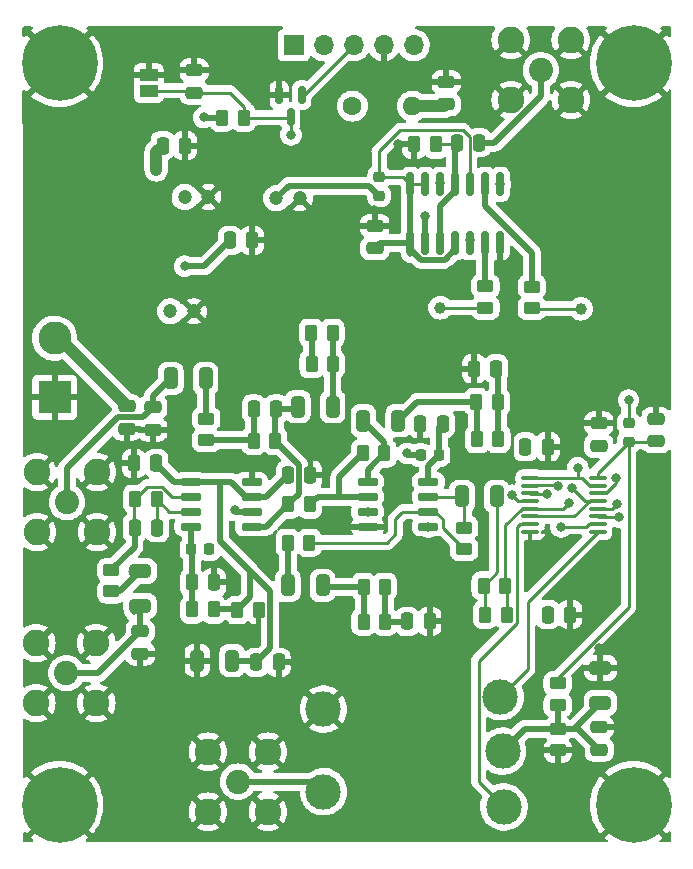
<source format=gbr>
%TF.GenerationSoftware,KiCad,Pcbnew,(6.0.0)*%
%TF.CreationDate,2022-06-28T23:59:44+02:00*%
%TF.ProjectId,sdrt41-tx,73647274-3431-42d7-9478-2e6b69636164,rev?*%
%TF.SameCoordinates,Original*%
%TF.FileFunction,Copper,L1,Top*%
%TF.FilePolarity,Positive*%
%FSLAX46Y46*%
G04 Gerber Fmt 4.6, Leading zero omitted, Abs format (unit mm)*
G04 Created by KiCad (PCBNEW (6.0.0)) date 2022-06-28 23:59:44*
%MOMM*%
%LPD*%
G01*
G04 APERTURE LIST*
G04 Aperture macros list*
%AMRoundRect*
0 Rectangle with rounded corners*
0 $1 Rounding radius*
0 $2 $3 $4 $5 $6 $7 $8 $9 X,Y pos of 4 corners*
0 Add a 4 corners polygon primitive as box body*
4,1,4,$2,$3,$4,$5,$6,$7,$8,$9,$2,$3,0*
0 Add four circle primitives for the rounded corners*
1,1,$1+$1,$2,$3*
1,1,$1+$1,$4,$5*
1,1,$1+$1,$6,$7*
1,1,$1+$1,$8,$9*
0 Add four rect primitives between the rounded corners*
20,1,$1+$1,$2,$3,$4,$5,0*
20,1,$1+$1,$4,$5,$6,$7,0*
20,1,$1+$1,$6,$7,$8,$9,0*
20,1,$1+$1,$8,$9,$2,$3,0*%
G04 Aperture macros list end*
%TA.AperFunction,SMDPad,CuDef*%
%ADD10RoundRect,0.250000X-0.262500X-0.450000X0.262500X-0.450000X0.262500X0.450000X-0.262500X0.450000X0*%
%TD*%
%TA.AperFunction,SMDPad,CuDef*%
%ADD11RoundRect,0.250000X-0.325000X-0.650000X0.325000X-0.650000X0.325000X0.650000X-0.325000X0.650000X0*%
%TD*%
%TA.AperFunction,SMDPad,CuDef*%
%ADD12RoundRect,0.250000X0.450000X-0.262500X0.450000X0.262500X-0.450000X0.262500X-0.450000X-0.262500X0*%
%TD*%
%TA.AperFunction,ComponentPad*%
%ADD13R,2.800000X2.800000*%
%TD*%
%TA.AperFunction,ComponentPad*%
%ADD14C,2.800000*%
%TD*%
%TA.AperFunction,SMDPad,CuDef*%
%ADD15RoundRect,0.250000X0.250000X0.475000X-0.250000X0.475000X-0.250000X-0.475000X0.250000X-0.475000X0*%
%TD*%
%TA.AperFunction,SMDPad,CuDef*%
%ADD16RoundRect,0.250000X0.475000X-0.250000X0.475000X0.250000X-0.475000X0.250000X-0.475000X-0.250000X0*%
%TD*%
%TA.AperFunction,SMDPad,CuDef*%
%ADD17RoundRect,0.250000X0.262500X0.450000X-0.262500X0.450000X-0.262500X-0.450000X0.262500X-0.450000X0*%
%TD*%
%TA.AperFunction,SMDPad,CuDef*%
%ADD18RoundRect,0.250000X-0.475000X0.250000X-0.475000X-0.250000X0.475000X-0.250000X0.475000X0.250000X0*%
%TD*%
%TA.AperFunction,SMDPad,CuDef*%
%ADD19RoundRect,0.250000X0.650000X-0.325000X0.650000X0.325000X-0.650000X0.325000X-0.650000X-0.325000X0*%
%TD*%
%TA.AperFunction,ComponentPad*%
%ADD20C,1.200000*%
%TD*%
%TA.AperFunction,SMDPad,CuDef*%
%ADD21RoundRect,0.100000X-0.637500X-0.100000X0.637500X-0.100000X0.637500X0.100000X-0.637500X0.100000X0*%
%TD*%
%TA.AperFunction,ComponentPad*%
%ADD22C,6.400000*%
%TD*%
%TA.AperFunction,ComponentPad*%
%ADD23C,0.800000*%
%TD*%
%TA.AperFunction,SMDPad,CuDef*%
%ADD24RoundRect,0.218750X-0.218750X-0.256250X0.218750X-0.256250X0.218750X0.256250X-0.218750X0.256250X0*%
%TD*%
%TA.AperFunction,ComponentPad*%
%ADD25C,2.050000*%
%TD*%
%TA.AperFunction,ComponentPad*%
%ADD26C,2.250000*%
%TD*%
%TA.AperFunction,ComponentPad*%
%ADD27R,1.700000X1.700000*%
%TD*%
%TA.AperFunction,ComponentPad*%
%ADD28O,1.700000X1.700000*%
%TD*%
%TA.AperFunction,SMDPad,CuDef*%
%ADD29RoundRect,0.150000X-0.725000X-0.150000X0.725000X-0.150000X0.725000X0.150000X-0.725000X0.150000X0*%
%TD*%
%TA.AperFunction,SMDPad,CuDef*%
%ADD30RoundRect,0.250000X-0.250000X-0.475000X0.250000X-0.475000X0.250000X0.475000X-0.250000X0.475000X0*%
%TD*%
%TA.AperFunction,SMDPad,CuDef*%
%ADD31RoundRect,0.150000X-0.150000X0.587500X-0.150000X-0.587500X0.150000X-0.587500X0.150000X0.587500X0*%
%TD*%
%TA.AperFunction,SMDPad,CuDef*%
%ADD32RoundRect,0.250000X-0.450000X0.262500X-0.450000X-0.262500X0.450000X-0.262500X0.450000X0.262500X0*%
%TD*%
%TA.AperFunction,SMDPad,CuDef*%
%ADD33C,1.000000*%
%TD*%
%TA.AperFunction,SMDPad,CuDef*%
%ADD34RoundRect,0.218750X-0.256250X0.218750X-0.256250X-0.218750X0.256250X-0.218750X0.256250X0.218750X0*%
%TD*%
%TA.AperFunction,SMDPad,CuDef*%
%ADD35RoundRect,0.250000X-0.650000X0.325000X-0.650000X-0.325000X0.650000X-0.325000X0.650000X0.325000X0*%
%TD*%
%TA.AperFunction,SMDPad,CuDef*%
%ADD36RoundRect,0.218750X0.218750X0.256250X-0.218750X0.256250X-0.218750X-0.256250X0.218750X-0.256250X0*%
%TD*%
%TA.AperFunction,ComponentPad*%
%ADD37C,1.600000*%
%TD*%
%TA.AperFunction,ComponentPad*%
%ADD38O,1.600000X1.600000*%
%TD*%
%TA.AperFunction,SMDPad,CuDef*%
%ADD39R,1.500000X1.000000*%
%TD*%
%TA.AperFunction,SMDPad,CuDef*%
%ADD40RoundRect,0.218750X0.256250X-0.218750X0.256250X0.218750X-0.256250X0.218750X-0.256250X-0.218750X0*%
%TD*%
%TA.AperFunction,SMDPad,CuDef*%
%ADD41RoundRect,0.150000X0.725000X0.150000X-0.725000X0.150000X-0.725000X-0.150000X0.725000X-0.150000X0*%
%TD*%
%TA.AperFunction,ComponentPad*%
%ADD42C,3.000000*%
%TD*%
%TA.AperFunction,SMDPad,CuDef*%
%ADD43RoundRect,0.150000X0.150000X-0.825000X0.150000X0.825000X-0.150000X0.825000X-0.150000X-0.825000X0*%
%TD*%
%TA.AperFunction,ViaPad*%
%ADD44C,0.800000*%
%TD*%
%TA.AperFunction,Conductor*%
%ADD45C,0.500000*%
%TD*%
%TA.AperFunction,Conductor*%
%ADD46C,0.250000*%
%TD*%
%TA.AperFunction,Conductor*%
%ADD47C,1.000000*%
%TD*%
G04 APERTURE END LIST*
D10*
%TO.P,R23,1*%
%TO.N,GND*%
X113641500Y-60452000D03*
%TO.P,R23,2*%
%TO.N,Net-(C32-Pad1)*%
X115466500Y-60452000D03*
%TD*%
D11*
%TO.P,C19,1*%
%TO.N,Net-(C12-Pad1)*%
X103775000Y-82650000D03*
%TO.P,C19,2*%
%TO.N,Net-(C19-Pad2)*%
X106725000Y-82650000D03*
%TD*%
D12*
%TO.P,R9,1*%
%TO.N,Net-(R7-Pad2)*%
X117850000Y-94712500D03*
%TO.P,R9,2*%
%TO.N,Net-(C22-Pad1)*%
X117850000Y-92887500D03*
%TD*%
D13*
%TO.P,J6,1,Pin_1*%
%TO.N,GND*%
X83190400Y-81849600D03*
D14*
%TO.P,J6,2,Pin_2*%
%TO.N,Net-(U6-Pad3)*%
X83190400Y-76849600D03*
%TD*%
D15*
%TO.P,C24,1*%
%TO.N,GND*%
X124950000Y-86050000D03*
%TO.P,C24,2*%
%TO.N,Net-(C24-Pad2)*%
X123050000Y-86050000D03*
%TD*%
D16*
%TO.P,C2,1*%
%TO.N,Net-(C2-Pad1)*%
X116332000Y-57058600D03*
%TO.P,C2,2*%
%TO.N,GND*%
X116332000Y-55158600D03*
%TD*%
D17*
%TO.P,R14,1*%
%TO.N,Net-(C19-Pad2)*%
X106762500Y-79050000D03*
%TO.P,R14,2*%
%TO.N,Net-(C24-Pad2)*%
X104937500Y-79050000D03*
%TD*%
D11*
%TO.P,C21,1*%
%TO.N,Net-(C13-Pad1)*%
X102919000Y-97790000D03*
%TO.P,C21,2*%
%TO.N,Net-(C21-Pad2)*%
X105869000Y-97790000D03*
%TD*%
D18*
%TO.P,C29,1*%
%TO.N,GND*%
X129260600Y-84063800D03*
%TO.P,C29,2*%
%TO.N,Net-(C28-Pad2)*%
X129260600Y-85963800D03*
%TD*%
D15*
%TO.P,C23,1*%
%TO.N,GND*%
X126850000Y-100250000D03*
%TO.P,C23,2*%
%TO.N,Net-(C23-Pad2)*%
X124950000Y-100250000D03*
%TD*%
D12*
%TO.P,R21,1*%
%TO.N,GND*%
X125800000Y-111760000D03*
%TO.P,R21,2*%
%TO.N,Net-(R20-Pad1)*%
X125800000Y-109935000D03*
%TD*%
D11*
%TO.P,C17,1*%
%TO.N,GND*%
X95275000Y-104150000D03*
%TO.P,C17,2*%
%TO.N,Net-(C10-Pad2)*%
X98225000Y-104150000D03*
%TD*%
D19*
%TO.P,C7,1*%
%TO.N,Net-(C5-Pad2)*%
X90424000Y-99519000D03*
%TO.P,C7,2*%
%TO.N,Net-(C7-Pad2)*%
X90424000Y-96569000D03*
%TD*%
D20*
%TO.P,C33,1*%
%TO.N,Net-(U6-Pad3)*%
X92980000Y-74574400D03*
%TO.P,C33,2*%
%TO.N,GND*%
X94980000Y-74574400D03*
%TD*%
D21*
%TO.P,U5,1,1~{OE}*%
%TO.N,Net-(C28-Pad2)*%
X123437500Y-88675000D03*
%TO.P,U5,2,S1*%
%TO.N,Net-(R22-Pad1)*%
X123437500Y-89325000D03*
%TO.P,U5,3,1B4*%
%TO.N,Net-(C24-Pad2)*%
X123437500Y-89975000D03*
%TO.P,U5,4,1B3*%
%TO.N,Net-(C26-Pad2)*%
X123437500Y-90625000D03*
%TO.P,U5,5,1B2*%
%TO.N,Net-(C23-Pad2)*%
X123437500Y-91275000D03*
%TO.P,U5,6,1B1*%
%TO.N,Net-(C25-Pad2)*%
X123437500Y-91925000D03*
%TO.P,U5,7,1A*%
%TO.N,Net-(T1-Pad3)*%
X123437500Y-92575000D03*
%TO.P,U5,8,GND*%
%TO.N,GND*%
X123437500Y-93225000D03*
%TO.P,U5,9,2A*%
%TO.N,Net-(T1-Pad5)*%
X129162500Y-93225000D03*
%TO.P,U5,10,2B1*%
%TO.N,Net-(C24-Pad2)*%
X129162500Y-92575000D03*
%TO.P,U5,11,2B2*%
%TO.N,Net-(C26-Pad2)*%
X129162500Y-91925000D03*
%TO.P,U5,12,2B3*%
%TO.N,Net-(C23-Pad2)*%
X129162500Y-91275000D03*
%TO.P,U5,13,2B4*%
%TO.N,Net-(C25-Pad2)*%
X129162500Y-90625000D03*
%TO.P,U5,14,S0*%
%TO.N,Net-(R4k1-Pad1)*%
X129162500Y-89975000D03*
%TO.P,U5,15,2~{OE}*%
%TO.N,Net-(C28-Pad2)*%
X129162500Y-89325000D03*
%TO.P,U5,16,VCC*%
%TO.N,Net-(U5-Pad16)*%
X129162500Y-88675000D03*
%TD*%
D16*
%TO.P,C5,1*%
%TO.N,GND*%
X90424000Y-103566000D03*
%TO.P,C5,2*%
%TO.N,Net-(C5-Pad2)*%
X90424000Y-101666000D03*
%TD*%
D20*
%TO.P,C11,1*%
%TO.N,+3V3*%
X101950000Y-65000000D03*
%TO.P,C11,2*%
%TO.N,GND*%
X103950000Y-65000000D03*
%TD*%
D10*
%TO.P,R3,1*%
%TO.N,Net-(C12-Pad2)*%
X100037500Y-85550000D03*
%TO.P,R3,2*%
%TO.N,Net-(C12-Pad1)*%
X101862500Y-85550000D03*
%TD*%
D16*
%TO.P,C4,1*%
%TO.N,GND*%
X91500000Y-84600000D03*
%TO.P,C4,2*%
%TO.N,Net-(C4-Pad2)*%
X91500000Y-82700000D03*
%TD*%
D10*
%TO.P,R12,1*%
%TO.N,Net-(C22-Pad2)*%
X119500000Y-97800000D03*
%TO.P,R12,2*%
%TO.N,Net-(C23-Pad2)*%
X121325000Y-97800000D03*
%TD*%
%TO.P,R11,1*%
%TO.N,Net-(C22-Pad2)*%
X119637500Y-100250000D03*
%TO.P,R11,2*%
%TO.N,Net-(C23-Pad2)*%
X121462500Y-100250000D03*
%TD*%
D22*
%TO.P,H1,1,1*%
%TO.N,GND*%
X83600000Y-116350000D03*
D23*
X81902944Y-114652944D03*
X83600000Y-118750000D03*
X81200000Y-116350000D03*
X86000000Y-116350000D03*
X83600000Y-113950000D03*
X85297056Y-118047056D03*
X85297056Y-114652944D03*
X81902944Y-118047056D03*
%TD*%
D24*
%TO.P,L3,1,1*%
%TO.N,+5V*%
X114162500Y-86750000D03*
%TO.P,L3,2,2*%
%TO.N,Net-(C16-Pad2)*%
X115737500Y-86750000D03*
%TD*%
D23*
%TO.P,H4,1,1*%
%TO.N,GND*%
X81902944Y-51877944D03*
X83600000Y-51175000D03*
X85297056Y-51877944D03*
X83600000Y-55975000D03*
X81200000Y-53575000D03*
X81902944Y-55272056D03*
X86000000Y-53575000D03*
X85297056Y-55272056D03*
D22*
X83600000Y-53575000D03*
%TD*%
D11*
%TO.P,C22,1*%
%TO.N,Net-(C22-Pad1)*%
X117675000Y-90250000D03*
%TO.P,C22,2*%
%TO.N,Net-(C22-Pad2)*%
X120625000Y-90250000D03*
%TD*%
D25*
%TO.P,J1,1,In*%
%TO.N,Net-(C4-Pad2)*%
X84226400Y-90728800D03*
D26*
%TO.P,J1,2,Ext*%
%TO.N,GND*%
X81686400Y-88188800D03*
X86766400Y-93268800D03*
X81686400Y-93268800D03*
X86766400Y-88188800D03*
%TD*%
D15*
%TO.P,C15,1*%
%TO.N,GND*%
X102150000Y-104300000D03*
%TO.P,C15,2*%
%TO.N,Net-(C10-Pad2)*%
X100250000Y-104300000D03*
%TD*%
D10*
%TO.P,R15,1*%
%TO.N,Net-(C20-Pad2)*%
X118887500Y-82250000D03*
%TO.P,R15,2*%
%TO.N,Net-(C25-Pad2)*%
X120712500Y-82250000D03*
%TD*%
D15*
%TO.P,C8,1*%
%TO.N,GND*%
X94218800Y-60553600D03*
%TO.P,C8,2*%
%TO.N,+3V3*%
X92318800Y-60553600D03*
%TD*%
D27*
%TO.P,J3,1,Pin_1*%
%TO.N,unconnected-(J3-Pad1)*%
X103425000Y-52050000D03*
D28*
%TO.P,J3,2,Pin_2*%
%TO.N,unconnected-(J3-Pad2)*%
X105965000Y-52050000D03*
%TO.P,J3,3,Pin_3*%
%TO.N,rx-tx*%
X108505000Y-52050000D03*
%TO.P,J3,4,Pin_4*%
%TO.N,GND*%
X111045000Y-52050000D03*
%TO.P,J3,5,Pin_5*%
%TO.N,Net-(C2-Pad1)*%
X113585000Y-52050000D03*
%TD*%
D29*
%TO.P,U3,1*%
%TO.N,Net-(C20-Pad1)*%
X109675000Y-88995000D03*
%TO.P,U3,2,-*%
%TO.N,Net-(R10-Pad1)*%
X109675000Y-90265000D03*
%TO.P,U3,3,+*%
%TO.N,Net-(C10-Pad2)*%
X109675000Y-91535000D03*
%TO.P,U3,4,V-*%
%TO.N,GND*%
X109675000Y-92805000D03*
%TO.P,U3,5,+*%
%TO.N,Net-(C10-Pad2)*%
X114825000Y-92805000D03*
%TO.P,U3,6,-*%
%TO.N,Net-(R7-Pad2)*%
X114825000Y-91535000D03*
%TO.P,U3,7*%
%TO.N,Net-(C22-Pad1)*%
X114825000Y-90265000D03*
%TO.P,U3,8,V+*%
%TO.N,Net-(C16-Pad2)*%
X114825000Y-88995000D03*
%TD*%
D18*
%TO.P,C27,1*%
%TO.N,GND*%
X134112000Y-83682800D03*
%TO.P,C27,2*%
%TO.N,Net-(U5-Pad16)*%
X134112000Y-85582800D03*
%TD*%
D30*
%TO.P,C16,1*%
%TO.N,GND*%
X114150000Y-84100000D03*
%TO.P,C16,2*%
%TO.N,Net-(C16-Pad2)*%
X116050000Y-84100000D03*
%TD*%
D31*
%TO.P,Q1,1,B*%
%TO.N,rx-tx*%
X104115000Y-56262500D03*
%TO.P,Q1,2,E*%
%TO.N,GND*%
X102215000Y-56262500D03*
%TO.P,Q1,3,C*%
%TO.N,Net-(C28-Pad2)*%
X103165000Y-58137500D03*
%TD*%
D10*
%TO.P,R7,1*%
%TO.N,Net-(C13-Pad1)*%
X102923500Y-94182000D03*
%TO.P,R7,2*%
%TO.N,Net-(R7-Pad2)*%
X104748500Y-94182000D03*
%TD*%
D32*
%TO.P,R1,1*%
%TO.N,Net-(C6-Pad2)*%
X96012000Y-83669500D03*
%TO.P,R1,2*%
%TO.N,Net-(C12-Pad2)*%
X96012000Y-85494500D03*
%TD*%
D10*
%TO.P,R5,1*%
%TO.N,Net-(C14-Pad2)*%
X94845500Y-99822000D03*
%TO.P,R5,2*%
%TO.N,Net-(C10-Pad2)*%
X96670500Y-99822000D03*
%TD*%
D12*
%TO.P,R4k1,1*%
%TO.N,Net-(R4k1-Pad1)*%
X123600000Y-74312500D03*
%TO.P,R4k1,2*%
%TO.N,Net-(R4k1-Pad2)*%
X123600000Y-72487500D03*
%TD*%
D25*
%TO.P,J4,1,In*%
%TO.N,Net-(J4-Pad1)*%
X98700000Y-114400000D03*
D26*
%TO.P,J4,2,Ext*%
%TO.N,GND*%
X101240000Y-116940000D03*
X96160000Y-116940000D03*
X96160000Y-111860000D03*
X101240000Y-111860000D03*
%TD*%
D11*
%TO.P,C20,1*%
%TO.N,Net-(C20-Pad1)*%
X109325000Y-83850000D03*
%TO.P,C20,2*%
%TO.N,Net-(C20-Pad2)*%
X112275000Y-83850000D03*
%TD*%
D10*
%TO.P,R17,1*%
%TO.N,Net-(C21-Pad2)*%
X109337500Y-97900000D03*
%TO.P,R17,2*%
%TO.N,Net-(C26-Pad2)*%
X111162500Y-97900000D03*
%TD*%
D33*
%TO.P,TP1,1,1*%
%TO.N,Net-(R4k1-Pad1)*%
X127750000Y-74350000D03*
%TD*%
D34*
%TO.P,L5,1,1*%
%TO.N,+3V3*%
X131775200Y-84048500D03*
%TO.P,L5,2,2*%
%TO.N,Net-(U5-Pad16)*%
X131775200Y-85623500D03*
%TD*%
D30*
%TO.P,C10,1*%
%TO.N,GND*%
X89900000Y-87450000D03*
%TO.P,C10,2*%
%TO.N,Net-(C10-Pad2)*%
X91800000Y-87450000D03*
%TD*%
D15*
%TO.P,C9,1*%
%TO.N,GND*%
X104836000Y-88432000D03*
%TO.P,C9,2*%
%TO.N,Net-(C10-Pad2)*%
X102936000Y-88432000D03*
%TD*%
D10*
%TO.P,R4,1*%
%TO.N,Net-(C13-Pad2)*%
X89987500Y-90450000D03*
%TO.P,R4,2*%
%TO.N,Net-(C13-Pad1)*%
X91812500Y-90450000D03*
%TD*%
D12*
%TO.P,R2,1*%
%TO.N,Net-(C7-Pad2)*%
X87985600Y-98296100D03*
%TO.P,R2,2*%
%TO.N,Net-(C13-Pad2)*%
X87985600Y-96471100D03*
%TD*%
D35*
%TO.P,C31,1*%
%TO.N,GND*%
X129400000Y-104775000D03*
%TO.P,C31,2*%
%TO.N,Net-(R20-Pad1)*%
X129400000Y-107725000D03*
%TD*%
D30*
%TO.P,C25,1*%
%TO.N,GND*%
X118684000Y-79450000D03*
%TO.P,C25,2*%
%TO.N,Net-(C25-Pad2)*%
X120584000Y-79450000D03*
%TD*%
D36*
%TO.P,L2,1,1*%
%TO.N,+5V*%
X96291500Y-94742000D03*
%TO.P,L2,2,2*%
%TO.N,Net-(C14-Pad2)*%
X94716500Y-94742000D03*
%TD*%
D10*
%TO.P,R18,1*%
%TO.N,Net-(C21-Pad2)*%
X109337500Y-100850000D03*
%TO.P,R18,2*%
%TO.N,Net-(C26-Pad2)*%
X111162500Y-100850000D03*
%TD*%
D15*
%TO.P,C13,1*%
%TO.N,Net-(C13-Pad1)*%
X91850000Y-92900000D03*
%TO.P,C13,2*%
%TO.N,Net-(C13-Pad2)*%
X89950000Y-92900000D03*
%TD*%
D10*
%TO.P,R6,1*%
%TO.N,Net-(C12-Pad1)*%
X102973500Y-90932000D03*
%TO.P,R6,2*%
%TO.N,Net-(R10-Pad1)*%
X104798500Y-90932000D03*
%TD*%
D25*
%TO.P,J2,1,In*%
%TO.N,Net-(C5-Pad2)*%
X84175600Y-105206800D03*
D26*
%TO.P,J2,2,Ext*%
%TO.N,GND*%
X81635600Y-102666800D03*
X86715600Y-107746800D03*
X81635600Y-107746800D03*
X86715600Y-102666800D03*
%TD*%
D37*
%TO.P,L1,1,1*%
%TO.N,+5V*%
X108395000Y-57200000D03*
D38*
%TO.P,L1,2,2*%
%TO.N,Net-(C2-Pad1)*%
X113475000Y-57200000D03*
%TD*%
D10*
%TO.P,R10,1*%
%TO.N,Net-(R10-Pad1)*%
X109287500Y-86600000D03*
%TO.P,R10,2*%
%TO.N,Net-(C20-Pad1)*%
X111112500Y-86600000D03*
%TD*%
%TO.P,R16,1*%
%TO.N,Net-(C20-Pad2)*%
X118937500Y-85400000D03*
%TO.P,R16,2*%
%TO.N,Net-(C25-Pad2)*%
X120762500Y-85400000D03*
%TD*%
D17*
%TO.P,R19,1*%
%TO.N,unconnected-(R19-Pad1)*%
X99212500Y-58200000D03*
%TO.P,R19,2*%
%TO.N,+3V3*%
X97387500Y-58200000D03*
%TD*%
D39*
%TO.P,JP1,1,A*%
%TO.N,Net-(C28-Pad2)*%
X91150000Y-55900000D03*
%TO.P,JP1,2,B*%
%TO.N,GND*%
X91150000Y-54600000D03*
%TD*%
D22*
%TO.P,H2,1,1*%
%TO.N,GND*%
X132200000Y-53575000D03*
D23*
X129800000Y-53575000D03*
X130502944Y-55272056D03*
X132200000Y-51175000D03*
X130502944Y-51877944D03*
X132200000Y-55975000D03*
X134600000Y-53575000D03*
X133897056Y-55272056D03*
X133897056Y-51877944D03*
%TD*%
%TO.P,H3,1,1*%
%TO.N,GND*%
X132200000Y-118750000D03*
X129800000Y-116350000D03*
X132200000Y-113950000D03*
X133897056Y-114652944D03*
D22*
X132200000Y-116350000D03*
D23*
X134600000Y-116350000D03*
X133897056Y-118047056D03*
X130502944Y-118047056D03*
X130502944Y-114652944D03*
%TD*%
D33*
%TO.P,TP2,1,1*%
%TO.N,Net-(R22-Pad1)*%
X115824000Y-74269600D03*
%TD*%
D18*
%TO.P,C30,1*%
%TO.N,GND*%
X129286000Y-109794000D03*
%TO.P,C30,2*%
%TO.N,Net-(R20-Pad1)*%
X129286000Y-111694000D03*
%TD*%
D40*
%TO.P,L4,1,1*%
%TO.N,+3V3*%
X110650000Y-64795500D03*
%TO.P,L4,2,2*%
%TO.N,+3.3VP*%
X110650000Y-63220500D03*
%TD*%
D17*
%TO.P,R8,1*%
%TO.N,GND*%
X100470500Y-99872000D03*
%TO.P,R8,2*%
%TO.N,Net-(C10-Pad2)*%
X98645500Y-99872000D03*
%TD*%
D15*
%TO.P,C14,1*%
%TO.N,GND*%
X96708000Y-97536000D03*
%TO.P,C14,2*%
%TO.N,Net-(C14-Pad2)*%
X94808000Y-97536000D03*
%TD*%
D30*
%TO.P,C32,1*%
%TO.N,Net-(C32-Pad1)*%
X117250000Y-60300000D03*
%TO.P,C32,2*%
%TO.N,Net-(C32-Pad2)*%
X119150000Y-60300000D03*
%TD*%
D41*
%TO.P,U2,1*%
%TO.N,Net-(C12-Pad1)*%
X99857000Y-92805000D03*
%TO.P,U2,2,-*%
%TO.N,Net-(C12-Pad2)*%
X99857000Y-91535000D03*
%TO.P,U2,3,+*%
%TO.N,Net-(C10-Pad2)*%
X99857000Y-90265000D03*
%TO.P,U2,4,V-*%
%TO.N,GND*%
X99857000Y-88995000D03*
%TO.P,U2,5,+*%
%TO.N,Net-(C10-Pad2)*%
X94707000Y-88995000D03*
%TO.P,U2,6,-*%
%TO.N,Net-(C13-Pad2)*%
X94707000Y-90265000D03*
%TO.P,U2,7*%
%TO.N,Net-(C13-Pad1)*%
X94707000Y-91535000D03*
%TO.P,U2,8,V+*%
%TO.N,Net-(C14-Pad2)*%
X94707000Y-92805000D03*
%TD*%
D25*
%TO.P,J5,1,In*%
%TO.N,Net-(C32-Pad2)*%
X124350000Y-54150000D03*
D26*
%TO.P,J5,2,Ext*%
%TO.N,GND*%
X126890000Y-51610000D03*
X121810000Y-51610000D03*
X121810000Y-56690000D03*
X126890000Y-56690000D03*
%TD*%
D18*
%TO.P,C18,1*%
%TO.N,GND*%
X110300000Y-67350000D03*
%TO.P,C18,2*%
%TO.N,+3.3VP*%
X110300000Y-69250000D03*
%TD*%
%TO.P,C28,1*%
%TO.N,GND*%
X94996000Y-54168000D03*
%TO.P,C28,2*%
%TO.N,Net-(C28-Pad2)*%
X94996000Y-56068000D03*
%TD*%
D42*
%TO.P,T1,1,AA*%
%TO.N,GND*%
X105947500Y-108250000D03*
%TO.P,T1,2,AB*%
%TO.N,Net-(J4-Pad1)*%
X105947500Y-115250000D03*
%TO.P,T1,3,SA*%
%TO.N,Net-(T1-Pad3)*%
X121227500Y-116540000D03*
%TO.P,T1,4,SC*%
%TO.N,Net-(R20-Pad1)*%
X121107500Y-111810000D03*
%TO.P,T1,5,SB*%
%TO.N,Net-(T1-Pad5)*%
X120917500Y-107210000D03*
%TD*%
D15*
%TO.P,C26,1*%
%TO.N,GND*%
X114930000Y-100838000D03*
%TO.P,C26,2*%
%TO.N,Net-(C26-Pad2)*%
X113030000Y-100838000D03*
%TD*%
D16*
%TO.P,C34,1*%
%TO.N,GND*%
X89306400Y-84516000D03*
%TO.P,C34,2*%
%TO.N,Net-(U6-Pad3)*%
X89306400Y-82616000D03*
%TD*%
D15*
%TO.P,C3,1*%
%TO.N,GND*%
X99923600Y-68580000D03*
%TO.P,C3,2*%
%TO.N,+5V*%
X98023600Y-68580000D03*
%TD*%
D12*
%TO.P,R22,1*%
%TO.N,Net-(R22-Pad1)*%
X119650000Y-74262500D03*
%TO.P,R22,2*%
%TO.N,Net-(R22-Pad2)*%
X119650000Y-72437500D03*
%TD*%
%TO.P,R20,1*%
%TO.N,Net-(R20-Pad1)*%
X125780800Y-107897300D03*
%TO.P,R20,2*%
%TO.N,Net-(U5-Pad16)*%
X125780800Y-106072300D03*
%TD*%
D20*
%TO.P,C1,1*%
%TO.N,+5V*%
X94200000Y-64900000D03*
%TO.P,C1,2*%
%TO.N,GND*%
X96200000Y-64900000D03*
%TD*%
D11*
%TO.P,C6,1*%
%TO.N,Net-(C4-Pad2)*%
X93013000Y-80264000D03*
%TO.P,C6,2*%
%TO.N,Net-(C6-Pad2)*%
X95963000Y-80264000D03*
%TD*%
D15*
%TO.P,C12,1*%
%TO.N,Net-(C12-Pad1)*%
X101950000Y-82850000D03*
%TO.P,C12,2*%
%TO.N,Net-(C12-Pad2)*%
X100050000Y-82850000D03*
%TD*%
D43*
%TO.P,U4,1,~{R}*%
%TO.N,+3.3VP*%
X113290000Y-68775000D03*
%TO.P,U4,2,D*%
%TO.N,Net-(U4-Pad2)*%
X114560000Y-68775000D03*
%TO.P,U4,3,C*%
%TO.N,Net-(C32-Pad1)*%
X115830000Y-68775000D03*
%TO.P,U4,4,~{S}*%
%TO.N,+3.3VP*%
X117100000Y-68775000D03*
%TO.P,U4,5,Q*%
%TO.N,Net-(U4-Pad12)*%
X118370000Y-68775000D03*
%TO.P,U4,6,~{Q}*%
%TO.N,Net-(R22-Pad2)*%
X119640000Y-68775000D03*
%TO.P,U4,7,GND*%
%TO.N,GND*%
X120910000Y-68775000D03*
%TO.P,U4,8,~{Q}*%
%TO.N,Net-(U4-Pad2)*%
X120910000Y-63825000D03*
%TO.P,U4,9,Q*%
%TO.N,Net-(R4k1-Pad2)*%
X119640000Y-63825000D03*
%TO.P,U4,10,~{S}*%
%TO.N,+3.3VP*%
X118370000Y-63825000D03*
%TO.P,U4,11,C*%
%TO.N,Net-(C32-Pad1)*%
X117100000Y-63825000D03*
%TO.P,U4,12,D*%
%TO.N,Net-(U4-Pad12)*%
X115830000Y-63825000D03*
%TO.P,U4,13,~{R}*%
%TO.N,+3.3VP*%
X114560000Y-63825000D03*
%TO.P,U4,14,VCC*%
X113290000Y-63825000D03*
%TD*%
D17*
%TO.P,R13,1*%
%TO.N,Net-(C19-Pad2)*%
X106712500Y-76400000D03*
%TO.P,R13,2*%
%TO.N,Net-(C24-Pad2)*%
X104887500Y-76400000D03*
%TD*%
D44*
%TO.N,+5V*%
X113030000Y-86614000D03*
X96266000Y-94742000D03*
X94200000Y-70750000D03*
%TO.N,GND*%
X129209800Y-82626200D03*
X88900000Y-52070000D03*
X134620000Y-101600000D03*
X100330000Y-95250000D03*
X128524000Y-100330000D03*
X106680000Y-85090000D03*
X92710000Y-52070000D03*
X134620000Y-91440000D03*
X109220000Y-73660000D03*
X99822000Y-87630000D03*
X88900000Y-58420000D03*
X93980000Y-107950000D03*
X123342400Y-94437200D03*
X134620000Y-60960000D03*
X127000000Y-83820000D03*
X90170000Y-107950000D03*
X101600000Y-73660000D03*
X111760000Y-95250000D03*
X104140000Y-73660000D03*
X107518200Y-92862400D03*
X134670800Y-88036400D03*
X99060000Y-73660000D03*
X129286000Y-103124000D03*
X85090000Y-58420000D03*
X101600000Y-107950000D03*
X81280000Y-60960000D03*
X106172000Y-88392000D03*
X134620000Y-96520000D03*
X112268000Y-60452000D03*
X134620000Y-81280000D03*
X94996000Y-52578000D03*
X134620000Y-68580000D03*
X97790000Y-107950000D03*
X134620000Y-111760000D03*
X104140000Y-85090000D03*
X121920000Y-71120000D03*
X111760000Y-73660000D03*
X127000000Y-63500000D03*
X98298000Y-97536000D03*
X127000000Y-68580000D03*
X114173000Y-84023200D03*
X127000000Y-78740000D03*
X107950000Y-95250000D03*
X110236000Y-66040000D03*
X134620000Y-106680000D03*
X116840000Y-71120000D03*
X81280000Y-64770000D03*
X115570000Y-95250000D03*
X134620000Y-76200000D03*
X98044000Y-52578000D03*
%TO.N,+3V3*%
X95808800Y-58166000D03*
X131775200Y-82092800D03*
X91795600Y-62585600D03*
%TO.N,Net-(C10-Pad2)*%
X114833400Y-92837000D03*
X109675000Y-91535000D03*
X102936000Y-88432000D03*
%TO.N,Net-(C13-Pad1)*%
X91850000Y-92900000D03*
X102870000Y-94234000D03*
%TO.N,Net-(C23-Pad2)*%
X121412000Y-100330000D03*
X130759200Y-90881200D03*
X124968000Y-100330000D03*
X126720600Y-90779600D03*
%TO.N,Net-(C24-Pad2)*%
X123050000Y-86050000D03*
X126060200Y-92837000D03*
X124866400Y-90043000D03*
X104937500Y-79050000D03*
%TO.N,Net-(C25-Pad2)*%
X120712500Y-82250000D03*
X127025400Y-89535000D03*
%TO.N,Net-(C26-Pad2)*%
X111162500Y-97900000D03*
X121894600Y-90144600D03*
X130962400Y-91998800D03*
%TO.N,Net-(C28-Pad2)*%
X129235200Y-85953600D03*
X103200200Y-59639200D03*
X127482600Y-87821100D03*
%TO.N,Net-(R4k1-Pad1)*%
X130733800Y-88671400D03*
X127750000Y-74350000D03*
%TO.N,Net-(R22-Pad1)*%
X125831600Y-89399500D03*
X119650000Y-74262500D03*
%TO.N,Net-(U4-Pad2)*%
X120910000Y-63825000D03*
X114554000Y-66548000D03*
%TO.N,Net-(U4-Pad12)*%
X115824000Y-63754000D03*
X118364000Y-68580000D03*
%TO.N,Net-(C12-Pad2)*%
X100037500Y-85550000D03*
X98425000Y-91440000D03*
%TD*%
D45*
%TO.N,+5V*%
X113166000Y-86750000D02*
X113030000Y-86614000D01*
X114162500Y-86750000D02*
X113166000Y-86750000D01*
X94200000Y-70750000D02*
X95853600Y-70750000D01*
X95853600Y-70750000D02*
X98023600Y-68580000D01*
D46*
%TO.N,GND*%
X123437500Y-93225000D02*
X123437500Y-94342100D01*
D45*
X109675000Y-92805000D02*
X107575600Y-92805000D01*
X106132000Y-88432000D02*
X106172000Y-88392000D01*
X104836000Y-88432000D02*
X106132000Y-88432000D01*
X107575600Y-92805000D02*
X107518200Y-92862400D01*
X99857000Y-87665000D02*
X99822000Y-87630000D01*
X96708000Y-97536000D02*
X98298000Y-97536000D01*
D46*
X123437500Y-94342100D02*
X123342400Y-94437200D01*
D45*
X99857000Y-88995000D02*
X99857000Y-87665000D01*
D47*
%TO.N,Net-(C2-Pad1)*%
X113475000Y-57200000D02*
X116190600Y-57200000D01*
X116190600Y-57200000D02*
X116332000Y-57058600D01*
D45*
%TO.N,Net-(C4-Pad2)*%
X90634000Y-83566000D02*
X91500000Y-82700000D01*
X88542130Y-83566000D02*
X90634000Y-83566000D01*
X84226400Y-90728800D02*
X84226400Y-87881730D01*
X84226400Y-87881730D02*
X88542130Y-83566000D01*
X91500000Y-82700000D02*
X91500000Y-81777000D01*
X91500000Y-81777000D02*
X93013000Y-80264000D01*
%TO.N,Net-(C5-Pad2)*%
X86883200Y-105206800D02*
X84175600Y-105206800D01*
X90424000Y-101666000D02*
X90424000Y-99519000D01*
X89893000Y-100050000D02*
X90424000Y-99519000D01*
X90424000Y-101666000D02*
X86883200Y-105206800D01*
%TO.N,Net-(C6-Pad2)*%
X96012000Y-80313000D02*
X95963000Y-80264000D01*
X96012000Y-83669500D02*
X96012000Y-80313000D01*
%TO.N,Net-(C7-Pad2)*%
X87985600Y-98296100D02*
X88696900Y-98296100D01*
X88696900Y-98296100D02*
X90424000Y-96569000D01*
D46*
X89506507Y-96569000D02*
X90424000Y-96569000D01*
%TO.N,+3V3*%
X131775200Y-84048500D02*
X131775200Y-82092800D01*
D45*
X110650000Y-64795500D02*
X109804989Y-63950489D01*
X95842800Y-58200000D02*
X95808800Y-58166000D01*
D47*
X91795600Y-62585600D02*
X91795600Y-61076800D01*
D45*
X102999511Y-63950489D02*
X101950000Y-65000000D01*
X97387500Y-58200000D02*
X95842800Y-58200000D01*
X109804989Y-63950489D02*
X102999511Y-63950489D01*
D47*
X91795600Y-61076800D02*
X92318800Y-60553600D01*
D45*
%TO.N,Net-(C10-Pad2)*%
X97187000Y-88995000D02*
X98134151Y-88995000D01*
X91800000Y-87482000D02*
X93313000Y-88995000D01*
X99404151Y-90265000D02*
X99857000Y-90265000D01*
X97187000Y-94022270D02*
X99753365Y-96588635D01*
X98134151Y-88995000D02*
X99404151Y-90265000D01*
X98595500Y-99822000D02*
X98645500Y-99872000D01*
X99753365Y-96588635D02*
X101432520Y-98267790D01*
X101432520Y-103117480D02*
X100250000Y-104300000D01*
X101432520Y-98267790D02*
X101432520Y-103117480D01*
X93313000Y-88995000D02*
X94707000Y-88995000D01*
X96670500Y-99822000D02*
X98595500Y-99822000D01*
X102936000Y-88432000D02*
X101103000Y-90265000D01*
X94707000Y-88995000D02*
X97187000Y-88995000D01*
X99753365Y-98764135D02*
X99753365Y-96588635D01*
X98645500Y-99872000D02*
X99753365Y-98764135D01*
X91800000Y-87450000D02*
X91800000Y-87482000D01*
X98225000Y-104150000D02*
X100100000Y-104150000D01*
X100100000Y-104150000D02*
X100250000Y-104300000D01*
X101103000Y-90265000D02*
X99857000Y-90265000D01*
X97187000Y-88995000D02*
X97187000Y-94022270D01*
%TO.N,Net-(C13-Pad1)*%
X102919000Y-97790000D02*
X102919000Y-94283000D01*
D46*
X92897500Y-91535000D02*
X94707000Y-91535000D01*
X91812500Y-90450000D02*
X92897500Y-91535000D01*
X91812500Y-90450000D02*
X91812500Y-92862500D01*
X91812500Y-92862500D02*
X91850000Y-92900000D01*
D45*
X102919000Y-94283000D02*
X102870000Y-94234000D01*
D46*
%TO.N,Net-(C13-Pad2)*%
X92312973Y-89425480D02*
X91012020Y-89425480D01*
D45*
X89950000Y-94506700D02*
X87985600Y-96471100D01*
D46*
X93152493Y-90265000D02*
X92312973Y-89425480D01*
X91012020Y-89425480D02*
X89987500Y-90450000D01*
X89916000Y-92710000D02*
X89916000Y-90521500D01*
X89726000Y-92900000D02*
X89916000Y-92710000D01*
D45*
X89950000Y-92900000D02*
X89950000Y-94506700D01*
D46*
X89916000Y-90521500D02*
X89987500Y-90450000D01*
X94707000Y-90265000D02*
X93152493Y-90265000D01*
D45*
%TO.N,Net-(C14-Pad2)*%
X94808000Y-97536000D02*
X94808000Y-94833500D01*
X94716500Y-92814500D02*
X94707000Y-92805000D01*
X94845500Y-97573500D02*
X94808000Y-97536000D01*
X94808000Y-94833500D02*
X94716500Y-94742000D01*
X94716500Y-94742000D02*
X94716500Y-92814500D01*
X94845500Y-99822000D02*
X94845500Y-97573500D01*
%TO.N,Net-(C16-Pad2)*%
X114825000Y-88995000D02*
X114825000Y-87662500D01*
X114825000Y-87662500D02*
X115737500Y-86750000D01*
X115737500Y-84412500D02*
X116050000Y-84100000D01*
X115737500Y-86750000D02*
X115737500Y-84412500D01*
D46*
%TO.N,+3.3VP*%
X112444906Y-59250480D02*
X117737973Y-59250480D01*
X117737973Y-59250480D02*
X118325480Y-59837987D01*
X110650000Y-61045386D02*
X112444906Y-59250480D01*
D45*
X113290000Y-68775000D02*
X113290000Y-63825000D01*
X116222249Y-70205600D02*
X117100000Y-69327849D01*
X113290000Y-68775000D02*
X113290000Y-69327849D01*
X114167751Y-70205600D02*
X116222249Y-70205600D01*
D46*
X118325480Y-59837987D02*
X118325480Y-63780480D01*
D45*
X110775000Y-68775000D02*
X110300000Y-69250000D01*
D46*
X112685500Y-63220500D02*
X113290000Y-63825000D01*
D45*
X113290000Y-69327849D02*
X114167751Y-70205600D01*
X113290000Y-69725000D02*
X113290000Y-68775000D01*
D46*
X110650000Y-63220500D02*
X112685500Y-63220500D01*
X118325480Y-63780480D02*
X118370000Y-63825000D01*
X110650000Y-63220500D02*
X110650000Y-61045386D01*
X113290000Y-63825000D02*
X114560000Y-63825000D01*
D45*
X117100000Y-68775000D02*
X117100000Y-69327849D01*
X113290000Y-68775000D02*
X110775000Y-68775000D01*
%TO.N,Net-(C19-Pad2)*%
X106712500Y-82637500D02*
X106712500Y-76400000D01*
X106725000Y-82650000D02*
X106712500Y-82637500D01*
%TO.N,Net-(C20-Pad1)*%
X109675000Y-88037500D02*
X111112500Y-86600000D01*
X109675000Y-88995000D02*
X109675000Y-88037500D01*
X111112500Y-86600000D02*
X111112500Y-85637500D01*
X111112500Y-85637500D02*
X109325000Y-83850000D01*
%TO.N,Net-(C20-Pad2)*%
X118937500Y-85400000D02*
X118937500Y-82300000D01*
X113875000Y-82250000D02*
X118887500Y-82250000D01*
X112275000Y-83850000D02*
X113875000Y-82250000D01*
X118937500Y-82300000D02*
X118887500Y-82250000D01*
%TO.N,Net-(C21-Pad2)*%
X109337500Y-97900000D02*
X105979000Y-97900000D01*
X109337500Y-100850000D02*
X109337500Y-97900000D01*
X105979000Y-97900000D02*
X105869000Y-97790000D01*
D46*
%TO.N,Net-(C22-Pad1)*%
X117660000Y-90265000D02*
X117675000Y-90250000D01*
X117850000Y-92887500D02*
X117850000Y-90425000D01*
X114825000Y-90265000D02*
X117660000Y-90265000D01*
X117850000Y-90425000D02*
X117675000Y-90250000D01*
%TO.N,Net-(C22-Pad2)*%
X119637500Y-97937500D02*
X119500000Y-97800000D01*
X120625000Y-96675000D02*
X120625000Y-90250000D01*
X119500000Y-97800000D02*
X120625000Y-96675000D01*
X119637500Y-100250000D02*
X119637500Y-97937500D01*
%TO.N,Net-(C23-Pad2)*%
X123437500Y-91275000D02*
X126225200Y-91275000D01*
X121462500Y-100250000D02*
X121462500Y-97937500D01*
X121325000Y-97800000D02*
X121325000Y-92699639D01*
X130759200Y-90881200D02*
X130365400Y-91275000D01*
X121462500Y-97937500D02*
X121325000Y-97800000D01*
X121325000Y-92699639D02*
X122749639Y-91275000D01*
X130365400Y-91275000D02*
X129162500Y-91275000D01*
X126225200Y-91275000D02*
X126720600Y-90779600D01*
X122749639Y-91275000D02*
X123437500Y-91275000D01*
D45*
%TO.N,Net-(C24-Pad2)*%
X104937500Y-76450000D02*
X104887500Y-76400000D01*
X104937500Y-79050000D02*
X104937500Y-76450000D01*
D46*
X124866400Y-90043000D02*
X123505500Y-90043000D01*
X123505500Y-90043000D02*
X123437500Y-89975000D01*
X126060200Y-92837000D02*
X128200489Y-92837000D01*
X128462489Y-92575000D02*
X129162500Y-92575000D01*
X128200489Y-92837000D02*
X128462489Y-92575000D01*
%TO.N,Net-(C25-Pad2)*%
X127174639Y-91925000D02*
X128474639Y-90625000D01*
D45*
X120712500Y-82250000D02*
X120712500Y-79578500D01*
X120762500Y-85400000D02*
X120762500Y-82300000D01*
X120712500Y-79578500D02*
X120584000Y-79450000D01*
D46*
X128474639Y-90625000D02*
X129162500Y-90625000D01*
X123437500Y-91925000D02*
X127174639Y-91925000D01*
D45*
X120762500Y-82300000D02*
X120712500Y-82250000D01*
D46*
X128115400Y-90625000D02*
X127025400Y-89535000D01*
X129162500Y-90625000D02*
X128115400Y-90625000D01*
D45*
%TO.N,Net-(C26-Pad2)*%
X111162500Y-100850000D02*
X113018000Y-100850000D01*
D46*
X123437500Y-90625000D02*
X122375000Y-90625000D01*
X130962400Y-91998800D02*
X129236300Y-91998800D01*
D45*
X111162500Y-100850000D02*
X111162500Y-97900000D01*
X113018000Y-100850000D02*
X113030000Y-100838000D01*
D46*
X129236300Y-91998800D02*
X129162500Y-91925000D01*
X122375000Y-90625000D02*
X121894600Y-90144600D01*
%TO.N,Net-(C28-Pad2)*%
X127824639Y-88675000D02*
X128474639Y-89325000D01*
X103200200Y-58172700D02*
X103165000Y-58137500D01*
X127486200Y-87824700D02*
X127482600Y-87821100D01*
X91150000Y-55900000D02*
X94828000Y-55900000D01*
X123437500Y-88675000D02*
X127486200Y-88675000D01*
X99212500Y-58200000D02*
X103102500Y-58200000D01*
X98044000Y-56068000D02*
X99212500Y-57236500D01*
X103102500Y-58200000D02*
X103165000Y-58137500D01*
X94828000Y-55900000D02*
X94996000Y-56068000D01*
X128474639Y-89325000D02*
X129162500Y-89325000D01*
X94996000Y-56068000D02*
X98044000Y-56068000D01*
X99212500Y-57236500D02*
X99212500Y-58200000D01*
X127486200Y-88675000D02*
X127486200Y-87824700D01*
X127486200Y-88675000D02*
X127824639Y-88675000D01*
X103200200Y-59639200D02*
X103200200Y-58172700D01*
D45*
%TO.N,Net-(C32-Pad1)*%
X117100000Y-63825000D02*
X117100000Y-60450000D01*
D46*
X117098000Y-60452000D02*
X117250000Y-60300000D01*
D45*
X117100000Y-64377849D02*
X117100000Y-63825000D01*
D46*
X115466500Y-60452000D02*
X117098000Y-60452000D01*
D45*
X117100000Y-60450000D02*
X117250000Y-60300000D01*
X115830000Y-65647849D02*
X117100000Y-64377849D01*
X115830000Y-68775000D02*
X115830000Y-65647849D01*
%TO.N,Net-(C32-Pad2)*%
X120426696Y-60300000D02*
X124350000Y-56376696D01*
X124350000Y-56376696D02*
X124350000Y-54150000D01*
X119150000Y-60300000D02*
X120426696Y-60300000D01*
D46*
%TO.N,rx-tx*%
X104292500Y-56262500D02*
X108505000Y-52050000D01*
X104115000Y-56262500D02*
X104292500Y-56262500D01*
D45*
%TO.N,Net-(J4-Pad1)*%
X98700000Y-114400000D02*
X105097500Y-114400000D01*
X105097500Y-114400000D02*
X105947500Y-115250000D01*
D46*
%TO.N,Net-(R4k1-Pad1)*%
X127750000Y-74350000D02*
X123637500Y-74350000D01*
X129850361Y-89975000D02*
X130733800Y-89091561D01*
X130733800Y-89091561D02*
X130733800Y-88671400D01*
X123637500Y-74350000D02*
X123600000Y-74312500D01*
X129162500Y-89975000D02*
X129850361Y-89975000D01*
D45*
%TO.N,Net-(R4k1-Pad2)*%
X119640000Y-65682151D02*
X123600000Y-69642151D01*
X119640000Y-63825000D02*
X119640000Y-65682151D01*
X123600000Y-69642151D02*
X123600000Y-72487500D01*
%TO.N,Net-(R10-Pad1)*%
X104798500Y-90932000D02*
X105465500Y-90265000D01*
X105465500Y-90265000D02*
X107283000Y-90265000D01*
X109287500Y-86600000D02*
X107283000Y-88604500D01*
X107283000Y-88604500D02*
X107283000Y-90265000D01*
X107283000Y-90265000D02*
X109675000Y-90265000D01*
D46*
%TO.N,Net-(R7-Pad2)*%
X111304000Y-94182000D02*
X104748500Y-94182000D01*
X115411000Y-91535000D02*
X114825000Y-91535000D01*
X114825000Y-91535000D02*
X112681000Y-91535000D01*
X116024520Y-92887020D02*
X116024520Y-92148520D01*
X116024520Y-92148520D02*
X115411000Y-91535000D01*
X112522000Y-91694000D02*
X112014000Y-92202000D01*
X112681000Y-91535000D02*
X112522000Y-91694000D01*
X112014000Y-92202000D02*
X112014000Y-93472000D01*
X117850000Y-94712500D02*
X116024520Y-92887020D01*
X112014000Y-93472000D02*
X111304000Y-94182000D01*
%TO.N,Net-(R22-Pad1)*%
X123444011Y-89318489D02*
X125750589Y-89318489D01*
X125750589Y-89318489D02*
X125831600Y-89399500D01*
X123437500Y-89325000D02*
X123444011Y-89318489D01*
X119642900Y-74269600D02*
X115824000Y-74269600D01*
X119650000Y-74262500D02*
X119642900Y-74269600D01*
D45*
%TO.N,Net-(R22-Pad2)*%
X119650000Y-72437500D02*
X119650000Y-68785000D01*
X119650000Y-68785000D02*
X119640000Y-68775000D01*
D46*
%TO.N,Net-(T1-Pad3)*%
X121227500Y-116540000D02*
X119092989Y-114405489D01*
X119092989Y-114405489D02*
X119092989Y-104144504D01*
X122563000Y-92575000D02*
X123437500Y-92575000D01*
X122299520Y-92838480D02*
X122563000Y-92575000D01*
X122299520Y-100937973D02*
X122299520Y-92838480D01*
X119092989Y-104144504D02*
X122299520Y-100937973D01*
%TO.N,Net-(T1-Pad5)*%
X123240800Y-104886700D02*
X120917500Y-107210000D01*
X123240800Y-99146700D02*
X123240800Y-104886700D01*
X129162500Y-93225000D02*
X123240800Y-99146700D01*
X121427493Y-107210000D02*
X120917500Y-107210000D01*
D45*
%TO.N,Net-(U4-Pad2)*%
X114560000Y-68775000D02*
X114560000Y-66554000D01*
X114560000Y-66554000D02*
X114554000Y-66548000D01*
%TO.N,Net-(C12-Pad1)*%
X103885520Y-90019980D02*
X103885520Y-87573020D01*
X102973500Y-90932000D02*
X101100500Y-92805000D01*
X101950000Y-82850000D02*
X103575000Y-82850000D01*
X101862500Y-82937500D02*
X101950000Y-82850000D01*
X102973500Y-90932000D02*
X103885520Y-90019980D01*
X101100500Y-92805000D02*
X99857000Y-92805000D01*
X103885520Y-87573020D02*
X101862500Y-85550000D01*
X101862500Y-85550000D02*
X101862500Y-82937500D01*
X103575000Y-82850000D02*
X103775000Y-82650000D01*
%TO.N,Net-(C12-Pad2)*%
X99982000Y-85494500D02*
X100037500Y-85550000D01*
X96012000Y-85494500D02*
X99982000Y-85494500D01*
X98520000Y-91535000D02*
X98425000Y-91440000D01*
X100037500Y-82862500D02*
X100050000Y-82850000D01*
X99857000Y-91535000D02*
X98520000Y-91535000D01*
X100037500Y-85550000D02*
X100037500Y-82862500D01*
D46*
%TO.N,Net-(U5-Pad16)*%
X125780800Y-106072300D02*
X125780800Y-105604586D01*
X134071300Y-85623500D02*
X134112000Y-85582800D01*
X125780800Y-105604586D02*
X131775200Y-99610186D01*
X129162500Y-88236200D02*
X131775200Y-85623500D01*
X129162500Y-88675000D02*
X129162500Y-88236200D01*
X131775200Y-99610186D02*
X131775200Y-85623500D01*
X131775200Y-85623500D02*
X134071300Y-85623500D01*
D45*
%TO.N,Net-(R20-Pad1)*%
X125800000Y-109935000D02*
X125800000Y-107916500D01*
X125800000Y-107916500D02*
X125780800Y-107897300D01*
X125800000Y-109935000D02*
X127190000Y-109935000D01*
X127527000Y-109935000D02*
X129286000Y-111694000D01*
X125800000Y-109935000D02*
X127527000Y-109935000D01*
X122982500Y-109935000D02*
X125800000Y-109935000D01*
X121107500Y-111810000D02*
X122982500Y-109935000D01*
X127190000Y-109935000D02*
X129400000Y-107725000D01*
D47*
%TO.N,Net-(U6-Pad3)*%
X83190400Y-76849600D02*
X83540000Y-76849600D01*
X83540000Y-76849600D02*
X89306400Y-82616000D01*
%TD*%
%TA.AperFunction,Conductor*%
%TO.N,GND*%
G36*
X81269412Y-50478002D02*
G01*
X81315905Y-50531658D01*
X81326009Y-50601932D01*
X81296515Y-50666512D01*
X81280585Y-50681920D01*
X81176167Y-50766477D01*
X81167700Y-50778733D01*
X81174034Y-50789824D01*
X83587188Y-53202978D01*
X83601132Y-53210592D01*
X83602965Y-53210461D01*
X83609580Y-53206210D01*
X86025100Y-50790690D01*
X86032241Y-50777614D01*
X86024783Y-50767245D01*
X85919415Y-50681920D01*
X85879063Y-50623506D01*
X85876697Y-50552549D01*
X85913070Y-50491577D01*
X85976633Y-50459949D01*
X85998709Y-50458000D01*
X102410512Y-50458000D01*
X102478633Y-50478002D01*
X102525126Y-50531658D01*
X102535230Y-50601932D01*
X102505736Y-50666512D01*
X102454742Y-50701982D01*
X102358781Y-50737956D01*
X102328295Y-50749385D01*
X102211739Y-50836739D01*
X102124385Y-50953295D01*
X102073255Y-51089684D01*
X102066500Y-51151866D01*
X102066500Y-52948134D01*
X102073255Y-53010316D01*
X102124385Y-53146705D01*
X102211739Y-53263261D01*
X102328295Y-53350615D01*
X102464684Y-53401745D01*
X102526866Y-53408500D01*
X104323134Y-53408500D01*
X104385316Y-53401745D01*
X104521705Y-53350615D01*
X104638261Y-53263261D01*
X104725615Y-53146705D01*
X104747799Y-53087529D01*
X104769598Y-53029382D01*
X104812240Y-52972618D01*
X104878802Y-52947918D01*
X104948150Y-52963126D01*
X104982817Y-52991114D01*
X105011250Y-53023938D01*
X105183126Y-53166632D01*
X105376000Y-53279338D01*
X105584692Y-53359030D01*
X105589760Y-53360061D01*
X105589763Y-53360062D01*
X105684862Y-53379410D01*
X105803597Y-53403567D01*
X105808771Y-53403757D01*
X105808773Y-53403757D01*
X105876293Y-53406233D01*
X105950649Y-53408959D01*
X106017990Y-53431443D01*
X106062486Y-53486767D01*
X106070008Y-53557364D01*
X106035126Y-53623969D01*
X104631379Y-55027716D01*
X104569067Y-55061742D01*
X104507133Y-55059618D01*
X104442157Y-55040741D01*
X104375008Y-55021232D01*
X104375003Y-55021231D01*
X104368831Y-55019438D01*
X104362426Y-55018934D01*
X104362421Y-55018933D01*
X104333958Y-55016693D01*
X104333950Y-55016693D01*
X104331502Y-55016500D01*
X103898498Y-55016500D01*
X103896050Y-55016693D01*
X103896042Y-55016693D01*
X103867579Y-55018933D01*
X103867574Y-55018934D01*
X103861169Y-55019438D01*
X103796858Y-55038122D01*
X103709012Y-55063643D01*
X103709010Y-55063644D01*
X103701399Y-55065855D01*
X103694572Y-55069892D01*
X103694573Y-55069892D01*
X103565020Y-55146509D01*
X103565017Y-55146511D01*
X103558193Y-55150547D01*
X103440547Y-55268193D01*
X103436511Y-55275017D01*
X103436509Y-55275020D01*
X103381875Y-55367401D01*
X103355855Y-55411399D01*
X103353644Y-55419010D01*
X103353643Y-55419012D01*
X103348571Y-55436472D01*
X103309438Y-55571169D01*
X103308934Y-55577574D01*
X103308933Y-55577579D01*
X103307809Y-55591865D01*
X103306500Y-55608498D01*
X103306500Y-56765500D01*
X103286498Y-56833621D01*
X103232842Y-56880114D01*
X103180500Y-56891500D01*
X103149000Y-56891500D01*
X103080879Y-56871498D01*
X103034386Y-56817842D01*
X103023000Y-56765500D01*
X103023000Y-56534615D01*
X103018525Y-56519376D01*
X103017135Y-56518171D01*
X103009452Y-56516500D01*
X101425116Y-56516500D01*
X101409877Y-56520975D01*
X101408672Y-56522365D01*
X101407001Y-56530048D01*
X101407001Y-56913984D01*
X101407195Y-56918920D01*
X101409430Y-56947336D01*
X101411730Y-56959931D01*
X101454107Y-57105790D01*
X101460352Y-57120221D01*
X101536911Y-57249678D01*
X101546551Y-57262104D01*
X101635852Y-57351405D01*
X101669878Y-57413717D01*
X101664813Y-57484532D01*
X101622266Y-57541368D01*
X101555746Y-57566179D01*
X101546757Y-57566500D01*
X100304197Y-57566500D01*
X100236076Y-57546498D01*
X100189583Y-57492842D01*
X100184674Y-57480377D01*
X100168867Y-57432998D01*
X100168866Y-57432996D01*
X100166550Y-57426054D01*
X100073478Y-57275652D01*
X99948303Y-57150695D01*
X99888126Y-57113601D01*
X99866953Y-57100550D01*
X99819460Y-57047778D01*
X99815911Y-57039658D01*
X99814694Y-57036583D01*
X99810855Y-57025368D01*
X99800730Y-56990517D01*
X99800730Y-56990516D01*
X99798519Y-56982907D01*
X99788205Y-56965466D01*
X99779508Y-56947713D01*
X99774972Y-56936258D01*
X99772052Y-56928883D01*
X99746063Y-56893112D01*
X99739547Y-56883192D01*
X99725494Y-56859430D01*
X99717042Y-56845138D01*
X99702721Y-56830817D01*
X99689880Y-56815783D01*
X99682631Y-56805806D01*
X99677972Y-56799393D01*
X99643895Y-56771202D01*
X99635116Y-56763212D01*
X98862290Y-55990385D01*
X101407000Y-55990385D01*
X101411475Y-56005624D01*
X101412865Y-56006829D01*
X101420548Y-56008500D01*
X101942885Y-56008500D01*
X101958124Y-56004025D01*
X101959329Y-56002635D01*
X101961000Y-55994952D01*
X101961000Y-55990385D01*
X102469000Y-55990385D01*
X102473475Y-56005624D01*
X102474865Y-56006829D01*
X102482548Y-56008500D01*
X103004884Y-56008500D01*
X103020123Y-56004025D01*
X103021328Y-56002635D01*
X103022999Y-55994952D01*
X103022999Y-55611017D01*
X103022805Y-55606080D01*
X103020570Y-55577664D01*
X103018270Y-55565069D01*
X102975893Y-55419210D01*
X102969648Y-55404779D01*
X102893089Y-55275322D01*
X102883449Y-55262896D01*
X102777104Y-55156551D01*
X102764678Y-55146911D01*
X102635221Y-55070352D01*
X102620790Y-55064107D01*
X102486395Y-55025061D01*
X102472294Y-55025101D01*
X102469000Y-55032370D01*
X102469000Y-55990385D01*
X101961000Y-55990385D01*
X101961000Y-55038122D01*
X101957027Y-55024591D01*
X101949129Y-55023456D01*
X101809210Y-55064107D01*
X101794779Y-55070352D01*
X101665322Y-55146911D01*
X101652896Y-55156551D01*
X101546551Y-55262896D01*
X101536911Y-55275322D01*
X101460352Y-55404779D01*
X101454107Y-55419210D01*
X101411731Y-55565065D01*
X101409430Y-55577666D01*
X101407193Y-55606084D01*
X101407000Y-55611014D01*
X101407000Y-55990385D01*
X98862290Y-55990385D01*
X98547652Y-55675747D01*
X98540112Y-55667461D01*
X98536000Y-55660982D01*
X98486348Y-55614356D01*
X98483507Y-55611602D01*
X98463770Y-55591865D01*
X98460573Y-55589385D01*
X98451551Y-55581680D01*
X98419321Y-55551414D01*
X98412375Y-55547595D01*
X98412372Y-55547593D01*
X98401566Y-55541652D01*
X98385047Y-55530801D01*
X98384583Y-55530441D01*
X98369041Y-55518386D01*
X98361772Y-55515241D01*
X98361768Y-55515238D01*
X98328463Y-55500826D01*
X98317813Y-55495609D01*
X98279060Y-55474305D01*
X98259437Y-55469267D01*
X98240734Y-55462863D01*
X98229420Y-55457967D01*
X98229419Y-55457967D01*
X98222145Y-55454819D01*
X98214322Y-55453580D01*
X98214312Y-55453577D01*
X98178476Y-55447901D01*
X98166856Y-55445495D01*
X98131711Y-55436472D01*
X98131710Y-55436472D01*
X98124030Y-55434500D01*
X98103776Y-55434500D01*
X98084065Y-55432949D01*
X98071886Y-55431020D01*
X98064057Y-55429780D01*
X98056165Y-55430526D01*
X98020039Y-55433941D01*
X98008181Y-55434500D01*
X96195899Y-55434500D01*
X96127778Y-55414498D01*
X96088755Y-55374803D01*
X96073332Y-55349880D01*
X96069478Y-55343652D01*
X95944303Y-55218695D01*
X95939765Y-55215898D01*
X95899176Y-55158647D01*
X95895946Y-55087724D01*
X95931572Y-55026313D01*
X95940068Y-55018938D01*
X95950207Y-55010902D01*
X96064739Y-54896171D01*
X96073751Y-54884760D01*
X96158816Y-54746757D01*
X96164963Y-54733576D01*
X96216138Y-54579290D01*
X96219005Y-54565914D01*
X96228672Y-54471562D01*
X96229000Y-54465146D01*
X96229000Y-54440115D01*
X96224525Y-54424876D01*
X96223135Y-54423671D01*
X96215452Y-54422000D01*
X93781116Y-54422000D01*
X93765877Y-54426475D01*
X93764672Y-54427865D01*
X93763001Y-54435548D01*
X93763001Y-54465095D01*
X93763338Y-54471614D01*
X93773257Y-54567206D01*
X93776149Y-54580600D01*
X93827588Y-54734784D01*
X93833761Y-54747962D01*
X93919063Y-54885807D01*
X93928099Y-54897208D01*
X94042828Y-55011738D01*
X94051762Y-55018794D01*
X94092823Y-55076712D01*
X94096053Y-55147635D01*
X94060426Y-55209046D01*
X94052593Y-55215846D01*
X94046652Y-55219522D01*
X94041478Y-55224705D01*
X94036671Y-55229520D01*
X93974388Y-55263598D01*
X93947500Y-55266500D01*
X92534000Y-55266500D01*
X92465879Y-55246498D01*
X92419386Y-55192842D01*
X92408000Y-55140500D01*
X92408000Y-54872115D01*
X92403525Y-54856876D01*
X92402135Y-54855671D01*
X92394452Y-54854000D01*
X89910116Y-54854000D01*
X89894877Y-54858475D01*
X89893672Y-54859865D01*
X89892001Y-54867548D01*
X89892001Y-55144669D01*
X89892371Y-55151490D01*
X89897895Y-55202349D01*
X89902035Y-55219764D01*
X89902034Y-55278058D01*
X89901029Y-55282284D01*
X89898255Y-55289684D01*
X89891500Y-55351866D01*
X89891500Y-56448134D01*
X89898255Y-56510316D01*
X89949385Y-56646705D01*
X90036739Y-56763261D01*
X90153295Y-56850615D01*
X90289684Y-56901745D01*
X90351866Y-56908500D01*
X91948134Y-56908500D01*
X92010316Y-56901745D01*
X92146705Y-56850615D01*
X92263261Y-56763261D01*
X92350615Y-56646705D01*
X92355002Y-56635003D01*
X92362401Y-56615269D01*
X92405043Y-56558505D01*
X92471605Y-56533806D01*
X92480382Y-56533500D01*
X93702479Y-56533500D01*
X93770600Y-56553502D01*
X93817093Y-56607158D01*
X93822002Y-56619622D01*
X93829450Y-56641946D01*
X93833301Y-56648170D01*
X93833302Y-56648171D01*
X93854843Y-56682980D01*
X93922522Y-56792348D01*
X94047697Y-56917305D01*
X94053927Y-56921145D01*
X94053928Y-56921146D01*
X94191090Y-57005694D01*
X94198262Y-57010115D01*
X94261467Y-57031079D01*
X94359611Y-57063632D01*
X94359613Y-57063632D01*
X94366139Y-57065797D01*
X94372975Y-57066497D01*
X94372978Y-57066498D01*
X94416031Y-57070909D01*
X94470600Y-57076500D01*
X95429441Y-57076500D01*
X95497562Y-57096502D01*
X95544055Y-57150158D01*
X95554159Y-57220432D01*
X95524665Y-57285012D01*
X95480690Y-57317607D01*
X95358078Y-57372197D01*
X95358076Y-57372198D01*
X95352048Y-57374882D01*
X95197547Y-57487134D01*
X95193126Y-57492044D01*
X95193125Y-57492045D01*
X95126086Y-57566500D01*
X95069760Y-57629056D01*
X95058136Y-57649190D01*
X94981514Y-57781903D01*
X94974273Y-57794444D01*
X94915258Y-57976072D01*
X94914568Y-57982633D01*
X94914568Y-57982635D01*
X94902972Y-58092966D01*
X94895296Y-58166000D01*
X94895986Y-58172565D01*
X94913324Y-58337523D01*
X94915258Y-58355928D01*
X94974273Y-58537556D01*
X95069760Y-58702944D01*
X95074178Y-58707851D01*
X95074179Y-58707852D01*
X95174323Y-58819073D01*
X95197547Y-58844866D01*
X95352048Y-58957118D01*
X95358076Y-58959802D01*
X95358078Y-58959803D01*
X95489232Y-59018196D01*
X95526512Y-59034794D01*
X95619912Y-59054647D01*
X95706856Y-59073128D01*
X95706861Y-59073128D01*
X95713313Y-59074500D01*
X95904287Y-59074500D01*
X95910739Y-59073128D01*
X95910744Y-59073128D01*
X95997688Y-59054647D01*
X96091088Y-59034794D01*
X96179520Y-58995422D01*
X96237982Y-58969393D01*
X96289231Y-58958500D01*
X96353689Y-58958500D01*
X96421810Y-58978502D01*
X96460833Y-59018196D01*
X96526522Y-59124348D01*
X96651697Y-59249305D01*
X96657927Y-59253145D01*
X96657928Y-59253146D01*
X96795090Y-59337694D01*
X96802262Y-59342115D01*
X96882005Y-59368564D01*
X96963611Y-59395632D01*
X96963613Y-59395632D01*
X96970139Y-59397797D01*
X96976975Y-59398497D01*
X96976978Y-59398498D01*
X97020031Y-59402909D01*
X97074600Y-59408500D01*
X97700400Y-59408500D01*
X97703646Y-59408163D01*
X97703650Y-59408163D01*
X97799308Y-59398238D01*
X97799312Y-59398237D01*
X97806166Y-59397526D01*
X97812702Y-59395345D01*
X97812704Y-59395345D01*
X97962169Y-59345479D01*
X97973946Y-59341550D01*
X98124348Y-59248478D01*
X98210784Y-59161891D01*
X98273066Y-59127812D01*
X98343886Y-59132815D01*
X98388976Y-59161736D01*
X98476697Y-59249305D01*
X98482927Y-59253145D01*
X98482928Y-59253146D01*
X98620090Y-59337694D01*
X98627262Y-59342115D01*
X98707005Y-59368564D01*
X98788611Y-59395632D01*
X98788613Y-59395632D01*
X98795139Y-59397797D01*
X98801975Y-59398497D01*
X98801978Y-59398498D01*
X98845031Y-59402909D01*
X98899600Y-59408500D01*
X99525400Y-59408500D01*
X99528646Y-59408163D01*
X99528650Y-59408163D01*
X99624308Y-59398238D01*
X99624312Y-59398237D01*
X99631166Y-59397526D01*
X99637702Y-59395345D01*
X99637704Y-59395345D01*
X99787169Y-59345479D01*
X99798946Y-59341550D01*
X99949348Y-59248478D01*
X100074305Y-59123303D01*
X100078146Y-59117072D01*
X100163275Y-58978968D01*
X100163276Y-58978966D01*
X100167115Y-58972738D01*
X100184663Y-58919832D01*
X100225094Y-58861473D01*
X100290658Y-58834236D01*
X100304256Y-58833500D01*
X102266190Y-58833500D01*
X102334311Y-58853502D01*
X102380804Y-58907158D01*
X102387187Y-58924346D01*
X102405855Y-58988601D01*
X102429565Y-59028692D01*
X102447024Y-59097505D01*
X102430230Y-59155827D01*
X102426730Y-59161891D01*
X102376739Y-59248478D01*
X102365673Y-59267644D01*
X102306658Y-59449272D01*
X102305968Y-59455833D01*
X102305968Y-59455835D01*
X102290913Y-59599079D01*
X102286696Y-59639200D01*
X102287386Y-59645765D01*
X102298958Y-59755862D01*
X102306658Y-59829128D01*
X102365673Y-60010756D01*
X102461160Y-60176144D01*
X102465578Y-60181051D01*
X102465579Y-60181052D01*
X102572320Y-60299600D01*
X102588947Y-60318066D01*
X102636710Y-60352768D01*
X102703451Y-60401258D01*
X102743448Y-60430318D01*
X102749476Y-60433002D01*
X102749478Y-60433003D01*
X102911881Y-60505309D01*
X102917912Y-60507994D01*
X103011312Y-60527847D01*
X103098256Y-60546328D01*
X103098261Y-60546328D01*
X103104713Y-60547700D01*
X103295687Y-60547700D01*
X103302139Y-60546328D01*
X103302144Y-60546328D01*
X103389088Y-60527847D01*
X103482488Y-60507994D01*
X103488519Y-60505309D01*
X103650922Y-60433003D01*
X103650924Y-60433002D01*
X103656952Y-60430318D01*
X103696950Y-60401258D01*
X103763690Y-60352768D01*
X103811453Y-60318066D01*
X103828080Y-60299600D01*
X103934821Y-60181052D01*
X103934822Y-60181051D01*
X103939240Y-60176144D01*
X104034727Y-60010756D01*
X104093742Y-59829128D01*
X104101443Y-59755862D01*
X104113014Y-59645765D01*
X104113704Y-59639200D01*
X104109487Y-59599079D01*
X104094432Y-59455835D01*
X104094432Y-59455833D01*
X104093742Y-59449272D01*
X104034727Y-59267644D01*
X104023662Y-59248478D01*
X103942542Y-59107975D01*
X103942541Y-59107974D01*
X103939240Y-59102256D01*
X103939297Y-59102223D01*
X103916344Y-59037881D01*
X103925044Y-58988862D01*
X103924145Y-58988601D01*
X103930771Y-58965793D01*
X103970562Y-58828831D01*
X103973500Y-58791502D01*
X103973500Y-57634500D01*
X103993502Y-57566379D01*
X104047158Y-57519886D01*
X104099500Y-57508500D01*
X104331502Y-57508500D01*
X104333950Y-57508307D01*
X104333958Y-57508307D01*
X104362421Y-57506067D01*
X104362426Y-57506066D01*
X104368831Y-57505562D01*
X104468769Y-57476528D01*
X104520988Y-57461357D01*
X104520990Y-57461356D01*
X104528601Y-57459145D01*
X104597764Y-57418242D01*
X104664980Y-57378491D01*
X104664983Y-57378489D01*
X104671807Y-57374453D01*
X104789453Y-57256807D01*
X104793489Y-57249983D01*
X104793491Y-57249980D01*
X104823049Y-57200000D01*
X107081502Y-57200000D01*
X107101457Y-57428087D01*
X107102881Y-57433400D01*
X107102881Y-57433402D01*
X107157588Y-57637568D01*
X107160716Y-57649243D01*
X107163039Y-57654224D01*
X107163039Y-57654225D01*
X107255151Y-57851762D01*
X107255154Y-57851767D01*
X107257477Y-57856749D01*
X107330902Y-57961611D01*
X107366605Y-58012599D01*
X107388802Y-58044300D01*
X107550700Y-58206198D01*
X107555208Y-58209355D01*
X107555211Y-58209357D01*
X107613587Y-58250232D01*
X107738251Y-58337523D01*
X107743233Y-58339846D01*
X107743238Y-58339849D01*
X107940775Y-58431961D01*
X107945757Y-58434284D01*
X107951065Y-58435706D01*
X107951067Y-58435707D01*
X108161598Y-58492119D01*
X108161600Y-58492119D01*
X108166913Y-58493543D01*
X108395000Y-58513498D01*
X108623087Y-58493543D01*
X108628400Y-58492119D01*
X108628402Y-58492119D01*
X108838933Y-58435707D01*
X108838935Y-58435706D01*
X108844243Y-58434284D01*
X108849225Y-58431961D01*
X109046762Y-58339849D01*
X109046767Y-58339846D01*
X109051749Y-58337523D01*
X109176413Y-58250232D01*
X109234789Y-58209357D01*
X109234792Y-58209355D01*
X109239300Y-58206198D01*
X109401198Y-58044300D01*
X109423396Y-58012599D01*
X109459098Y-57961611D01*
X109532523Y-57856749D01*
X109534846Y-57851767D01*
X109534849Y-57851762D01*
X109626961Y-57654225D01*
X109626961Y-57654224D01*
X109629284Y-57649243D01*
X109632413Y-57637568D01*
X109687119Y-57433402D01*
X109687119Y-57433400D01*
X109688543Y-57428087D01*
X109708498Y-57200000D01*
X109688543Y-56971913D01*
X109685353Y-56960008D01*
X109630707Y-56756067D01*
X109630706Y-56756065D01*
X109629284Y-56750757D01*
X109612093Y-56713890D01*
X109534849Y-56548238D01*
X109534846Y-56548233D01*
X109532523Y-56543251D01*
X109401198Y-56355700D01*
X109239300Y-56193802D01*
X109234792Y-56190645D01*
X109234789Y-56190643D01*
X109128880Y-56116485D01*
X109051749Y-56062477D01*
X109046767Y-56060154D01*
X109046762Y-56060151D01*
X108849225Y-55968039D01*
X108849224Y-55968039D01*
X108844243Y-55965716D01*
X108838935Y-55964294D01*
X108838933Y-55964293D01*
X108628402Y-55907881D01*
X108628400Y-55907881D01*
X108623087Y-55906457D01*
X108395000Y-55886502D01*
X108166913Y-55906457D01*
X108161600Y-55907881D01*
X108161598Y-55907881D01*
X107951067Y-55964293D01*
X107951065Y-55964294D01*
X107945757Y-55965716D01*
X107940776Y-55968039D01*
X107940775Y-55968039D01*
X107743238Y-56060151D01*
X107743233Y-56060154D01*
X107738251Y-56062477D01*
X107661120Y-56116485D01*
X107555211Y-56190643D01*
X107555208Y-56190645D01*
X107550700Y-56193802D01*
X107388802Y-56355700D01*
X107257477Y-56543251D01*
X107255154Y-56548233D01*
X107255151Y-56548238D01*
X107177907Y-56713890D01*
X107160716Y-56750757D01*
X107159294Y-56756065D01*
X107159293Y-56756067D01*
X107104647Y-56960008D01*
X107101457Y-56971913D01*
X107081502Y-57200000D01*
X104823049Y-57200000D01*
X104870108Y-57120427D01*
X104874145Y-57113601D01*
X104876415Y-57105790D01*
X104895627Y-57039658D01*
X104920562Y-56953831D01*
X104921074Y-56947336D01*
X104923307Y-56918958D01*
X104923307Y-56918950D01*
X104923500Y-56916502D01*
X104923500Y-56579594D01*
X104943502Y-56511473D01*
X104960405Y-56490499D01*
X106083503Y-55367401D01*
X120850810Y-55367401D01*
X120856817Y-55377607D01*
X121797188Y-56317978D01*
X121811132Y-56325592D01*
X121812965Y-56325461D01*
X121819580Y-56321210D01*
X122761724Y-55379066D01*
X122769116Y-55365529D01*
X122765430Y-55360260D01*
X122557879Y-55233073D01*
X122549085Y-55228592D01*
X122320758Y-55134016D01*
X122311373Y-55130967D01*
X122071060Y-55073272D01*
X122061313Y-55071729D01*
X121814930Y-55052338D01*
X121805070Y-55052338D01*
X121558687Y-55071729D01*
X121548940Y-55073272D01*
X121308627Y-55130967D01*
X121299242Y-55134016D01*
X121070915Y-55228592D01*
X121062121Y-55233073D01*
X120856072Y-55359340D01*
X120850810Y-55367401D01*
X106083503Y-55367401D01*
X106564419Y-54886485D01*
X115099000Y-54886485D01*
X115103475Y-54901724D01*
X115104865Y-54902929D01*
X115112548Y-54904600D01*
X116059885Y-54904600D01*
X116075124Y-54900125D01*
X116076329Y-54898735D01*
X116078000Y-54891052D01*
X116078000Y-54886485D01*
X116586000Y-54886485D01*
X116590475Y-54901724D01*
X116591865Y-54902929D01*
X116599548Y-54904600D01*
X117546884Y-54904600D01*
X117562123Y-54900125D01*
X117563328Y-54898735D01*
X117564999Y-54891052D01*
X117564999Y-54861505D01*
X117564662Y-54854986D01*
X117554743Y-54759394D01*
X117551851Y-54746000D01*
X117500412Y-54591816D01*
X117494239Y-54578638D01*
X117408937Y-54440793D01*
X117399901Y-54429392D01*
X117285171Y-54314861D01*
X117273760Y-54305849D01*
X117135757Y-54220784D01*
X117122576Y-54214637D01*
X116968290Y-54163462D01*
X116954914Y-54160595D01*
X116860562Y-54150928D01*
X116854145Y-54150600D01*
X116604115Y-54150600D01*
X116588876Y-54155075D01*
X116587671Y-54156465D01*
X116586000Y-54164148D01*
X116586000Y-54886485D01*
X116078000Y-54886485D01*
X116078000Y-54168716D01*
X116073525Y-54153477D01*
X116072135Y-54152272D01*
X116064452Y-54150601D01*
X115809905Y-54150601D01*
X115803386Y-54150938D01*
X115707794Y-54160857D01*
X115694400Y-54163749D01*
X115540216Y-54215188D01*
X115527038Y-54221361D01*
X115389193Y-54306663D01*
X115377792Y-54315699D01*
X115263261Y-54430429D01*
X115254249Y-54441840D01*
X115169184Y-54579843D01*
X115163037Y-54593024D01*
X115111862Y-54747310D01*
X115108995Y-54760686D01*
X115099328Y-54855038D01*
X115099000Y-54861455D01*
X115099000Y-54886485D01*
X106564419Y-54886485D01*
X108049549Y-53401355D01*
X108111861Y-53367329D01*
X108163762Y-53366979D01*
X108343597Y-53403567D01*
X108348772Y-53403757D01*
X108348774Y-53403757D01*
X108561673Y-53411564D01*
X108561677Y-53411564D01*
X108566837Y-53411753D01*
X108571957Y-53411097D01*
X108571959Y-53411097D01*
X108783288Y-53384025D01*
X108783289Y-53384025D01*
X108788416Y-53383368D01*
X108793366Y-53381883D01*
X108997429Y-53320661D01*
X108997434Y-53320659D01*
X109002384Y-53319174D01*
X109202994Y-53220896D01*
X109384860Y-53091173D01*
X109543096Y-52933489D01*
X109565038Y-52902954D01*
X109673453Y-52752077D01*
X109674640Y-52752930D01*
X109721960Y-52709362D01*
X109791897Y-52697145D01*
X109857338Y-52724678D01*
X109885166Y-52756511D01*
X109942694Y-52850388D01*
X109948777Y-52858699D01*
X110088213Y-53019667D01*
X110095580Y-53026883D01*
X110259434Y-53162916D01*
X110267881Y-53168831D01*
X110451756Y-53276279D01*
X110461042Y-53280729D01*
X110660001Y-53356703D01*
X110669899Y-53359579D01*
X110773250Y-53380606D01*
X110787299Y-53379410D01*
X110791000Y-53369065D01*
X110791000Y-51922000D01*
X110811002Y-51853879D01*
X110864658Y-51807386D01*
X110917000Y-51796000D01*
X111173000Y-51796000D01*
X111241121Y-51816002D01*
X111287614Y-51869658D01*
X111299000Y-51922000D01*
X111299000Y-53368517D01*
X111303064Y-53382359D01*
X111316478Y-53384393D01*
X111323184Y-53383534D01*
X111333262Y-53381392D01*
X111537255Y-53320191D01*
X111546842Y-53316433D01*
X111738095Y-53222739D01*
X111746945Y-53217464D01*
X111920328Y-53093792D01*
X111928200Y-53087139D01*
X112079052Y-52936812D01*
X112085730Y-52928965D01*
X112213022Y-52751819D01*
X112214279Y-52752722D01*
X112261373Y-52709362D01*
X112331311Y-52697145D01*
X112396751Y-52724678D01*
X112424579Y-52756511D01*
X112484987Y-52855088D01*
X112631250Y-53023938D01*
X112803126Y-53166632D01*
X112996000Y-53279338D01*
X113204692Y-53359030D01*
X113209760Y-53360061D01*
X113209763Y-53360062D01*
X113304862Y-53379410D01*
X113423597Y-53403567D01*
X113428772Y-53403757D01*
X113428774Y-53403757D01*
X113641673Y-53411564D01*
X113641677Y-53411564D01*
X113646837Y-53411753D01*
X113651957Y-53411097D01*
X113651959Y-53411097D01*
X113863288Y-53384025D01*
X113863289Y-53384025D01*
X113868416Y-53383368D01*
X113873366Y-53381883D01*
X114077429Y-53320661D01*
X114077434Y-53320659D01*
X114082384Y-53319174D01*
X114282994Y-53220896D01*
X114464860Y-53091173D01*
X114622111Y-52934471D01*
X120850884Y-52934471D01*
X120854570Y-52939740D01*
X121062121Y-53066927D01*
X121070915Y-53071408D01*
X121299242Y-53165984D01*
X121308627Y-53169033D01*
X121548940Y-53226728D01*
X121558687Y-53228271D01*
X121805070Y-53247662D01*
X121814930Y-53247662D01*
X122061313Y-53228271D01*
X122071060Y-53226728D01*
X122311373Y-53169033D01*
X122320758Y-53165984D01*
X122549085Y-53071408D01*
X122557879Y-53066927D01*
X122763928Y-52940660D01*
X122769190Y-52932599D01*
X122763183Y-52922393D01*
X121822812Y-51982022D01*
X121808868Y-51974408D01*
X121807035Y-51974539D01*
X121800420Y-51978790D01*
X120858276Y-52920934D01*
X120850884Y-52934471D01*
X114622111Y-52934471D01*
X114623096Y-52933489D01*
X114645038Y-52902954D01*
X114750435Y-52756277D01*
X114753453Y-52752077D01*
X114766995Y-52724678D01*
X114850136Y-52556453D01*
X114850137Y-52556451D01*
X114852430Y-52551811D01*
X114917370Y-52338069D01*
X114946529Y-52116590D01*
X114946611Y-52113240D01*
X114948074Y-52053365D01*
X114948074Y-52053361D01*
X114948156Y-52050000D01*
X114929852Y-51827361D01*
X114875431Y-51610702D01*
X114786354Y-51405840D01*
X114712510Y-51291695D01*
X114667822Y-51222617D01*
X114667820Y-51222614D01*
X114665014Y-51218277D01*
X114514670Y-51053051D01*
X114510619Y-51049852D01*
X114510615Y-51049848D01*
X114343414Y-50917800D01*
X114343410Y-50917798D01*
X114339359Y-50914598D01*
X114303028Y-50894542D01*
X114260227Y-50870915D01*
X114143789Y-50806638D01*
X114138920Y-50804914D01*
X114138916Y-50804912D01*
X113938087Y-50733795D01*
X113938083Y-50733794D01*
X113933212Y-50732069D01*
X113928119Y-50731162D01*
X113928116Y-50731161D01*
X113798353Y-50708047D01*
X113734795Y-50676409D01*
X113698432Y-50615432D01*
X113700809Y-50544475D01*
X113741170Y-50486067D01*
X113806702Y-50458752D01*
X113820449Y-50458000D01*
X120375729Y-50458000D01*
X120443850Y-50478002D01*
X120490343Y-50531658D01*
X120500447Y-50601932D01*
X120483162Y-50649835D01*
X120353073Y-50862121D01*
X120348592Y-50870915D01*
X120254016Y-51099242D01*
X120250967Y-51108627D01*
X120193272Y-51348940D01*
X120191729Y-51358687D01*
X120172338Y-51605070D01*
X120172338Y-51614930D01*
X120191729Y-51861313D01*
X120193272Y-51871060D01*
X120250967Y-52111373D01*
X120254016Y-52120758D01*
X120348592Y-52349085D01*
X120353073Y-52357879D01*
X120479340Y-52563928D01*
X120487401Y-52569190D01*
X120497607Y-52563183D01*
X121720905Y-51339885D01*
X121783217Y-51305859D01*
X121854032Y-51310924D01*
X121899095Y-51339885D01*
X123120934Y-52561724D01*
X123134471Y-52569116D01*
X123139740Y-52565430D01*
X123266927Y-52357879D01*
X123271408Y-52349085D01*
X123365984Y-52120758D01*
X123369033Y-52111373D01*
X123426728Y-51871060D01*
X123428271Y-51861313D01*
X123447662Y-51614930D01*
X123447662Y-51605070D01*
X123428271Y-51358687D01*
X123426728Y-51348940D01*
X123369033Y-51108627D01*
X123365984Y-51099242D01*
X123271408Y-50870915D01*
X123266927Y-50862121D01*
X123136838Y-50649835D01*
X123118300Y-50581301D01*
X123139756Y-50513625D01*
X123194396Y-50468292D01*
X123244271Y-50458000D01*
X125455729Y-50458000D01*
X125523850Y-50478002D01*
X125570343Y-50531658D01*
X125580447Y-50601932D01*
X125563162Y-50649835D01*
X125433073Y-50862121D01*
X125428592Y-50870915D01*
X125334016Y-51099242D01*
X125330967Y-51108627D01*
X125273272Y-51348940D01*
X125271729Y-51358687D01*
X125252338Y-51605070D01*
X125252338Y-51614930D01*
X125271729Y-51861313D01*
X125273272Y-51871060D01*
X125330967Y-52111373D01*
X125334016Y-52120758D01*
X125428592Y-52349085D01*
X125433073Y-52357879D01*
X125559340Y-52563928D01*
X125567401Y-52569190D01*
X125577607Y-52563183D01*
X126800905Y-51339885D01*
X126863217Y-51305859D01*
X126934032Y-51310924D01*
X126979095Y-51339885D01*
X128200934Y-52561724D01*
X128214471Y-52569116D01*
X128219740Y-52565430D01*
X128346927Y-52357879D01*
X128351408Y-52349085D01*
X128445984Y-52120758D01*
X128449033Y-52111373D01*
X128506728Y-51871060D01*
X128508271Y-51861313D01*
X128527662Y-51614930D01*
X128527662Y-51605070D01*
X128508271Y-51358687D01*
X128506728Y-51348940D01*
X128449033Y-51108627D01*
X128445984Y-51099242D01*
X128351408Y-50870915D01*
X128346927Y-50862121D01*
X128216838Y-50649835D01*
X128198300Y-50581301D01*
X128219756Y-50513625D01*
X128274396Y-50468292D01*
X128324271Y-50458000D01*
X129801291Y-50458000D01*
X129869412Y-50478002D01*
X129915905Y-50531658D01*
X129926009Y-50601932D01*
X129896515Y-50666512D01*
X129880585Y-50681920D01*
X129776167Y-50766477D01*
X129767700Y-50778733D01*
X129774034Y-50789824D01*
X132187188Y-53202978D01*
X132201132Y-53210592D01*
X132202965Y-53210461D01*
X132209580Y-53206210D01*
X134625100Y-50790690D01*
X134632241Y-50777614D01*
X134624783Y-50767245D01*
X134519415Y-50681920D01*
X134479063Y-50623506D01*
X134476697Y-50552549D01*
X134513070Y-50491577D01*
X134576633Y-50459949D01*
X134598709Y-50458000D01*
X135265547Y-50458000D01*
X135333668Y-50478002D01*
X135380161Y-50531658D01*
X135391547Y-50584090D01*
X135391059Y-51267836D01*
X135371008Y-51335942D01*
X135317319Y-51382397D01*
X135247038Y-51392451D01*
X135182479Y-51362912D01*
X135167139Y-51347040D01*
X135008523Y-51151167D01*
X134996267Y-51142700D01*
X134985176Y-51149034D01*
X132572022Y-53562188D01*
X132564408Y-53576132D01*
X132564539Y-53577965D01*
X132568790Y-53584580D01*
X134984310Y-56000100D01*
X134997386Y-56007241D01*
X135007753Y-55999784D01*
X135163845Y-55807027D01*
X135222259Y-55766676D01*
X135293216Y-55764310D01*
X135354188Y-55800683D01*
X135385816Y-55864246D01*
X135387765Y-55886412D01*
X135368541Y-82838177D01*
X135348490Y-82906283D01*
X135294802Y-82952738D01*
X135224520Y-82962792D01*
X135159961Y-82933253D01*
X135153523Y-82927260D01*
X135065171Y-82839061D01*
X135053760Y-82830049D01*
X134915757Y-82744984D01*
X134902576Y-82738837D01*
X134748290Y-82687662D01*
X134734914Y-82684795D01*
X134640562Y-82675128D01*
X134634145Y-82674800D01*
X134384115Y-82674800D01*
X134368876Y-82679275D01*
X134367671Y-82680665D01*
X134366000Y-82688348D01*
X134366000Y-83810800D01*
X134345998Y-83878921D01*
X134292342Y-83925414D01*
X134240000Y-83936800D01*
X133984000Y-83936800D01*
X133915879Y-83916798D01*
X133869386Y-83863142D01*
X133858000Y-83810800D01*
X133858000Y-82692916D01*
X133853525Y-82677677D01*
X133852135Y-82676472D01*
X133844452Y-82674801D01*
X133589905Y-82674801D01*
X133583386Y-82675138D01*
X133487794Y-82685057D01*
X133474400Y-82687949D01*
X133320216Y-82739388D01*
X133307038Y-82745561D01*
X133169193Y-82830863D01*
X133157792Y-82839899D01*
X133043261Y-82954629D01*
X133034249Y-82966040D01*
X132949184Y-83104043D01*
X132943037Y-83117224D01*
X132891862Y-83271510D01*
X132888995Y-83284886D01*
X132879326Y-83379251D01*
X132879222Y-83381291D01*
X132879074Y-83381713D01*
X132879000Y-83382437D01*
X132878827Y-83382419D01*
X132855765Y-83448301D01*
X132799803Y-83491990D01*
X132729104Y-83498489D01*
X132666115Y-83465734D01*
X132646242Y-83441154D01*
X132609120Y-83381165D01*
X132605271Y-83374945D01*
X132597519Y-83367206D01*
X132490433Y-83260307D01*
X132485253Y-83255136D01*
X132468584Y-83244861D01*
X132421090Y-83192088D01*
X132408700Y-83137601D01*
X132408700Y-82795324D01*
X132428702Y-82727203D01*
X132441058Y-82711021D01*
X132514240Y-82629744D01*
X132584269Y-82508450D01*
X132606423Y-82470079D01*
X132606424Y-82470078D01*
X132609727Y-82464356D01*
X132668742Y-82282728D01*
X132674602Y-82226978D01*
X132688014Y-82099365D01*
X132688704Y-82092800D01*
X132686960Y-82076209D01*
X132669432Y-81909435D01*
X132669432Y-81909433D01*
X132668742Y-81902872D01*
X132609727Y-81721244D01*
X132587395Y-81682563D01*
X132561892Y-81638391D01*
X132514240Y-81555856D01*
X132492513Y-81531725D01*
X132390875Y-81418845D01*
X132390874Y-81418844D01*
X132386453Y-81413934D01*
X132260176Y-81322188D01*
X132237294Y-81305563D01*
X132237293Y-81305562D01*
X132231952Y-81301682D01*
X132225924Y-81298998D01*
X132225922Y-81298997D01*
X132063519Y-81226691D01*
X132063518Y-81226691D01*
X132057488Y-81224006D01*
X131944427Y-81199974D01*
X131877144Y-81185672D01*
X131877139Y-81185672D01*
X131870687Y-81184300D01*
X131679713Y-81184300D01*
X131673261Y-81185672D01*
X131673256Y-81185672D01*
X131605973Y-81199974D01*
X131492912Y-81224006D01*
X131486882Y-81226691D01*
X131486881Y-81226691D01*
X131324478Y-81298997D01*
X131324476Y-81298998D01*
X131318448Y-81301682D01*
X131313107Y-81305562D01*
X131313106Y-81305563D01*
X131290224Y-81322188D01*
X131163947Y-81413934D01*
X131159526Y-81418844D01*
X131159525Y-81418845D01*
X131057888Y-81531725D01*
X131036160Y-81555856D01*
X130988508Y-81638391D01*
X130963006Y-81682563D01*
X130940673Y-81721244D01*
X130881658Y-81902872D01*
X130880968Y-81909433D01*
X130880968Y-81909435D01*
X130863440Y-82076209D01*
X130861696Y-82092800D01*
X130862386Y-82099365D01*
X130875799Y-82226978D01*
X130881658Y-82282728D01*
X130940673Y-82464356D01*
X130943976Y-82470078D01*
X130943977Y-82470079D01*
X130966131Y-82508450D01*
X131036160Y-82629744D01*
X131109337Y-82711015D01*
X131140053Y-82775021D01*
X131141700Y-82795324D01*
X131141700Y-83137734D01*
X131121698Y-83205855D01*
X131082002Y-83244879D01*
X131064145Y-83255929D01*
X130944336Y-83375947D01*
X130940496Y-83382177D01*
X130940495Y-83382178D01*
X130921180Y-83413514D01*
X130855351Y-83520308D01*
X130853046Y-83527256D01*
X130853046Y-83527257D01*
X130811936Y-83651200D01*
X130801962Y-83681269D01*
X130791700Y-83781428D01*
X130791700Y-84315572D01*
X130792037Y-84318818D01*
X130792037Y-84318822D01*
X130793337Y-84331348D01*
X130802222Y-84416982D01*
X130855892Y-84577849D01*
X130945129Y-84722055D01*
X130970005Y-84746887D01*
X131004084Y-84809168D01*
X130999082Y-84879988D01*
X130970160Y-84925078D01*
X130944336Y-84950947D01*
X130940496Y-84957177D01*
X130940495Y-84957178D01*
X130930556Y-84973303D01*
X130855351Y-85095308D01*
X130853046Y-85102256D01*
X130853046Y-85102257D01*
X130805127Y-85246728D01*
X130801962Y-85256269D01*
X130791700Y-85356428D01*
X130791700Y-85658906D01*
X130771698Y-85727027D01*
X130754795Y-85748001D01*
X130709195Y-85793601D01*
X130646883Y-85827627D01*
X130576068Y-85822562D01*
X130519232Y-85780015D01*
X130494421Y-85713495D01*
X130494100Y-85704506D01*
X130494100Y-85663400D01*
X130488317Y-85607662D01*
X130483838Y-85564492D01*
X130483837Y-85564488D01*
X130483126Y-85557634D01*
X130475650Y-85535224D01*
X130429468Y-85396802D01*
X130427150Y-85389854D01*
X130334078Y-85239452D01*
X130208903Y-85114495D01*
X130204365Y-85111698D01*
X130163776Y-85054447D01*
X130160546Y-84983524D01*
X130196172Y-84922113D01*
X130204668Y-84914738D01*
X130214807Y-84906702D01*
X130329339Y-84791971D01*
X130338351Y-84780560D01*
X130423416Y-84642557D01*
X130429563Y-84629376D01*
X130480738Y-84475090D01*
X130483605Y-84461714D01*
X130493272Y-84367362D01*
X130493600Y-84360946D01*
X130493600Y-84335915D01*
X130489125Y-84320676D01*
X130487735Y-84319471D01*
X130480052Y-84317800D01*
X128045716Y-84317800D01*
X128030477Y-84322275D01*
X128029272Y-84323665D01*
X128027601Y-84331348D01*
X128027601Y-84360895D01*
X128027938Y-84367414D01*
X128037857Y-84463006D01*
X128040749Y-84476400D01*
X128092188Y-84630584D01*
X128098361Y-84643762D01*
X128183663Y-84781607D01*
X128192699Y-84793008D01*
X128307428Y-84907538D01*
X128316362Y-84914594D01*
X128357423Y-84972512D01*
X128360653Y-85043435D01*
X128325026Y-85104846D01*
X128317193Y-85111646D01*
X128311252Y-85115322D01*
X128186295Y-85240497D01*
X128182455Y-85246727D01*
X128182454Y-85246728D01*
X128107740Y-85367937D01*
X128093485Y-85391062D01*
X128073384Y-85451664D01*
X128043786Y-85540902D01*
X128037803Y-85558939D01*
X128027100Y-85663400D01*
X128027100Y-86264200D01*
X128027437Y-86267446D01*
X128027437Y-86267450D01*
X128036971Y-86359332D01*
X128038074Y-86369966D01*
X128040255Y-86376502D01*
X128040255Y-86376504D01*
X128079949Y-86495479D01*
X128094050Y-86537746D01*
X128187122Y-86688148D01*
X128312297Y-86813105D01*
X128318527Y-86816945D01*
X128318528Y-86816946D01*
X128437772Y-86890449D01*
X128462862Y-86905915D01*
X128529043Y-86927866D01*
X128624211Y-86959432D01*
X128624213Y-86959432D01*
X128630739Y-86961597D01*
X128637575Y-86962297D01*
X128637578Y-86962298D01*
X128680631Y-86966709D01*
X128735200Y-86972300D01*
X129226305Y-86972300D01*
X129294426Y-86992302D01*
X129340919Y-87045958D01*
X129351023Y-87116232D01*
X129321529Y-87180812D01*
X129315400Y-87187395D01*
X128770247Y-87732548D01*
X128761961Y-87740088D01*
X128755482Y-87744200D01*
X128710899Y-87791677D01*
X128708857Y-87793851D01*
X128706102Y-87796693D01*
X128686365Y-87816430D01*
X128683885Y-87819627D01*
X128676182Y-87828647D01*
X128645914Y-87860879D01*
X128642095Y-87867825D01*
X128642093Y-87867828D01*
X128636152Y-87878634D01*
X128625300Y-87895154D01*
X128620975Y-87900730D01*
X128563420Y-87942298D01*
X128492528Y-87946150D01*
X128430807Y-87911064D01*
X128397853Y-87848178D01*
X128395626Y-87825649D01*
X128396104Y-87821100D01*
X128394744Y-87808163D01*
X128376832Y-87637735D01*
X128376832Y-87637733D01*
X128376142Y-87631172D01*
X128317127Y-87449544D01*
X128312149Y-87440921D01*
X128269697Y-87367393D01*
X128221640Y-87284156D01*
X128211810Y-87273238D01*
X128098275Y-87147145D01*
X128098274Y-87147144D01*
X128093853Y-87142234D01*
X127939352Y-87029982D01*
X127933324Y-87027298D01*
X127933322Y-87027297D01*
X127770919Y-86954991D01*
X127770918Y-86954991D01*
X127764888Y-86952306D01*
X127671488Y-86932453D01*
X127584544Y-86913972D01*
X127584539Y-86913972D01*
X127578087Y-86912600D01*
X127387113Y-86912600D01*
X127380661Y-86913972D01*
X127380656Y-86913972D01*
X127293712Y-86932453D01*
X127200312Y-86952306D01*
X127194282Y-86954991D01*
X127194281Y-86954991D01*
X127031878Y-87027297D01*
X127031876Y-87027298D01*
X127025848Y-87029982D01*
X126871347Y-87142234D01*
X126866926Y-87147144D01*
X126866925Y-87147145D01*
X126753391Y-87273238D01*
X126743560Y-87284156D01*
X126695503Y-87367393D01*
X126653052Y-87440921D01*
X126648073Y-87449544D01*
X126589058Y-87631172D01*
X126588368Y-87637733D01*
X126588368Y-87637735D01*
X126570456Y-87808163D01*
X126569096Y-87821100D01*
X126577634Y-87902331D01*
X126564862Y-87972167D01*
X126516360Y-88024014D01*
X126452324Y-88041500D01*
X124402168Y-88041500D01*
X124353950Y-88031909D01*
X124326962Y-88020730D01*
X124233850Y-87982162D01*
X124192218Y-87976681D01*
X124118972Y-87967038D01*
X124118971Y-87967038D01*
X124114885Y-87966500D01*
X123437583Y-87966500D01*
X122760116Y-87966501D01*
X122756031Y-87967039D01*
X122756027Y-87967039D01*
X122649337Y-87981084D01*
X122649335Y-87981084D01*
X122641150Y-87982162D01*
X122571461Y-88011028D01*
X122500752Y-88040316D01*
X122500750Y-88040317D01*
X122493124Y-88043476D01*
X122486574Y-88048502D01*
X122388860Y-88123482D01*
X122366013Y-88141013D01*
X122360987Y-88147563D01*
X122360984Y-88147566D01*
X122321061Y-88199595D01*
X122268476Y-88268125D01*
X122207162Y-88416150D01*
X122206084Y-88424338D01*
X122193324Y-88521264D01*
X122191500Y-88535115D01*
X122191501Y-88814884D01*
X122192039Y-88818969D01*
X122192039Y-88818973D01*
X122205165Y-88918681D01*
X122207162Y-88933850D01*
X122214589Y-88951780D01*
X122222179Y-89022370D01*
X122214590Y-89048218D01*
X122207162Y-89066150D01*
X122206084Y-89074339D01*
X122197279Y-89141218D01*
X122168556Y-89206146D01*
X122109291Y-89245237D01*
X122046159Y-89248018D01*
X121996551Y-89237473D01*
X121996542Y-89237472D01*
X121990087Y-89236100D01*
X121799113Y-89236100D01*
X121724712Y-89251915D01*
X121653924Y-89246513D01*
X121597292Y-89203696D01*
X121591374Y-89194971D01*
X121552332Y-89131880D01*
X121548478Y-89125652D01*
X121423303Y-89000695D01*
X121412580Y-88994085D01*
X121278968Y-88911725D01*
X121278966Y-88911724D01*
X121272738Y-88907885D01*
X121192995Y-88881436D01*
X121111389Y-88854368D01*
X121111387Y-88854368D01*
X121104861Y-88852203D01*
X121098025Y-88851503D01*
X121098022Y-88851502D01*
X121054969Y-88847091D01*
X121000400Y-88841500D01*
X120249600Y-88841500D01*
X120246354Y-88841837D01*
X120246350Y-88841837D01*
X120150692Y-88851762D01*
X120150688Y-88851763D01*
X120143834Y-88852474D01*
X120137298Y-88854655D01*
X120137296Y-88854655D01*
X120006082Y-88898432D01*
X119976054Y-88908450D01*
X119825652Y-89001522D01*
X119700695Y-89126697D01*
X119696855Y-89132927D01*
X119696854Y-89132928D01*
X119621603Y-89255008D01*
X119607885Y-89277262D01*
X119595572Y-89314384D01*
X119556282Y-89432842D01*
X119552203Y-89445139D01*
X119541500Y-89549600D01*
X119541500Y-90950400D01*
X119541837Y-90953646D01*
X119541837Y-90953650D01*
X119551293Y-91044782D01*
X119552474Y-91056166D01*
X119554655Y-91062702D01*
X119554655Y-91062704D01*
X119576777Y-91129012D01*
X119608450Y-91223946D01*
X119701522Y-91374348D01*
X119826697Y-91499305D01*
X119929001Y-91562366D01*
X119931616Y-91563978D01*
X119979109Y-91616750D01*
X119991500Y-91671238D01*
X119991500Y-96360405D01*
X119971498Y-96428526D01*
X119954595Y-96449500D01*
X119849500Y-96554595D01*
X119787188Y-96588621D01*
X119760405Y-96591500D01*
X119187100Y-96591500D01*
X119183854Y-96591837D01*
X119183850Y-96591837D01*
X119088192Y-96601762D01*
X119088188Y-96601763D01*
X119081334Y-96602474D01*
X119074798Y-96604655D01*
X119074796Y-96604655D01*
X118990367Y-96632823D01*
X118913554Y-96658450D01*
X118763152Y-96751522D01*
X118638195Y-96876697D01*
X118634355Y-96882927D01*
X118634354Y-96882928D01*
X118553673Y-97013817D01*
X118545385Y-97027262D01*
X118489703Y-97195139D01*
X118489003Y-97201975D01*
X118489002Y-97201978D01*
X118487490Y-97216738D01*
X118479000Y-97299600D01*
X118479000Y-98300400D01*
X118479337Y-98303646D01*
X118479337Y-98303650D01*
X118486475Y-98372441D01*
X118489974Y-98406166D01*
X118492155Y-98412702D01*
X118492155Y-98412704D01*
X118503331Y-98446203D01*
X118545950Y-98573946D01*
X118639022Y-98724348D01*
X118764197Y-98849305D01*
X118770427Y-98853145D01*
X118770428Y-98853146D01*
X118869716Y-98914348D01*
X118914762Y-98942115D01*
X118921709Y-98944419D01*
X118928344Y-98947513D01*
X118927301Y-98949749D01*
X118976038Y-98983523D01*
X119003266Y-99049091D01*
X119004000Y-99062672D01*
X119004000Y-99067366D01*
X118983998Y-99135487D01*
X118944304Y-99174509D01*
X118900652Y-99201522D01*
X118775695Y-99326697D01*
X118682885Y-99477262D01*
X118680581Y-99484209D01*
X118634508Y-99623116D01*
X118627203Y-99645139D01*
X118626503Y-99651975D01*
X118626502Y-99651978D01*
X118624112Y-99675306D01*
X118616500Y-99749600D01*
X118616500Y-100750400D01*
X118616837Y-100753646D01*
X118616837Y-100753650D01*
X118623379Y-100816695D01*
X118627474Y-100856166D01*
X118629655Y-100862702D01*
X118629655Y-100862704D01*
X118654269Y-100936479D01*
X118683450Y-101023946D01*
X118776522Y-101174348D01*
X118901697Y-101299305D01*
X118907927Y-101303145D01*
X118907928Y-101303146D01*
X119045090Y-101387694D01*
X119052262Y-101392115D01*
X119112934Y-101412239D01*
X119213611Y-101445632D01*
X119213613Y-101445632D01*
X119220139Y-101447797D01*
X119226975Y-101448497D01*
X119226978Y-101448498D01*
X119270031Y-101452909D01*
X119324600Y-101458500D01*
X119950400Y-101458500D01*
X119953646Y-101458163D01*
X119953650Y-101458163D01*
X120049308Y-101448238D01*
X120049312Y-101448237D01*
X120056166Y-101447526D01*
X120062702Y-101445345D01*
X120062704Y-101445345D01*
X120194806Y-101401272D01*
X120223946Y-101391550D01*
X120374348Y-101298478D01*
X120460784Y-101211891D01*
X120523066Y-101177812D01*
X120593886Y-101182815D01*
X120638976Y-101211736D01*
X120726697Y-101299305D01*
X120732928Y-101303146D01*
X120732931Y-101303148D01*
X120786245Y-101336012D01*
X120833738Y-101388784D01*
X120845160Y-101458856D01*
X120816886Y-101523979D01*
X120809224Y-101532365D01*
X119734038Y-102607550D01*
X118700736Y-103640852D01*
X118692450Y-103648392D01*
X118685971Y-103652504D01*
X118680546Y-103658281D01*
X118639346Y-103702155D01*
X118636591Y-103704997D01*
X118616854Y-103724734D01*
X118614374Y-103727931D01*
X118606671Y-103736951D01*
X118576403Y-103769183D01*
X118572584Y-103776129D01*
X118572582Y-103776132D01*
X118566641Y-103786938D01*
X118555790Y-103803457D01*
X118543375Y-103819463D01*
X118540230Y-103826732D01*
X118540227Y-103826736D01*
X118525815Y-103860041D01*
X118520598Y-103870691D01*
X118499294Y-103909444D01*
X118497323Y-103917119D01*
X118497323Y-103917120D01*
X118494256Y-103929066D01*
X118487852Y-103947770D01*
X118479808Y-103966359D01*
X118478569Y-103974182D01*
X118478566Y-103974192D01*
X118472890Y-104010028D01*
X118470484Y-104021648D01*
X118465381Y-104041525D01*
X118459489Y-104064474D01*
X118459489Y-104084728D01*
X118457938Y-104104438D01*
X118454769Y-104124447D01*
X118455515Y-104132339D01*
X118458930Y-104168465D01*
X118459489Y-104180323D01*
X118459489Y-114326722D01*
X118458962Y-114337905D01*
X118457287Y-114345398D01*
X118457536Y-114353324D01*
X118457536Y-114353325D01*
X118459427Y-114413475D01*
X118459489Y-114417434D01*
X118459489Y-114445345D01*
X118459986Y-114449279D01*
X118459986Y-114449280D01*
X118459994Y-114449345D01*
X118460927Y-114461182D01*
X118462316Y-114505378D01*
X118467967Y-114524828D01*
X118471976Y-114544189D01*
X118474515Y-114564286D01*
X118477434Y-114571657D01*
X118477434Y-114571659D01*
X118490793Y-114605401D01*
X118494638Y-114616631D01*
X118503620Y-114647549D01*
X118506971Y-114659082D01*
X118511004Y-114665901D01*
X118511006Y-114665906D01*
X118517282Y-114676517D01*
X118525977Y-114694265D01*
X118533437Y-114713106D01*
X118538099Y-114719522D01*
X118538099Y-114719523D01*
X118559425Y-114748876D01*
X118565941Y-114758796D01*
X118588447Y-114796851D01*
X118602768Y-114811172D01*
X118615608Y-114826205D01*
X118627517Y-114842596D01*
X118633623Y-114847647D01*
X118661594Y-114870787D01*
X118670373Y-114878777D01*
X119365668Y-115574072D01*
X119399694Y-115636384D01*
X119394629Y-115707199D01*
X119391678Y-115714420D01*
X119390366Y-115717367D01*
X119388357Y-115721161D01*
X119371217Y-115767998D01*
X119299063Y-115965167D01*
X119294243Y-115978337D01*
X119235904Y-116245907D01*
X119235568Y-116250177D01*
X119215618Y-116503664D01*
X119214417Y-116518918D01*
X119230182Y-116792320D01*
X119231007Y-116796525D01*
X119231008Y-116796533D01*
X119256642Y-116927188D01*
X119282905Y-117061053D01*
X119284292Y-117065103D01*
X119284293Y-117065108D01*
X119368831Y-117312022D01*
X119371612Y-117320144D01*
X119494660Y-117564799D01*
X119497086Y-117568328D01*
X119497089Y-117568334D01*
X119573207Y-117679085D01*
X119649774Y-117790490D01*
X119652661Y-117793663D01*
X119652662Y-117793664D01*
X119748615Y-117899116D01*
X119834082Y-117993043D01*
X120044175Y-118168707D01*
X120047816Y-118170991D01*
X120272524Y-118311951D01*
X120272528Y-118311953D01*
X120276164Y-118314234D01*
X120344044Y-118344883D01*
X120521845Y-118425164D01*
X120521849Y-118425166D01*
X120525757Y-118426930D01*
X120529877Y-118428150D01*
X120529876Y-118428150D01*
X120784223Y-118503491D01*
X120784227Y-118503492D01*
X120788336Y-118504709D01*
X120792570Y-118505357D01*
X120792575Y-118505358D01*
X121054798Y-118545483D01*
X121054800Y-118545483D01*
X121059040Y-118546132D01*
X121198412Y-118548322D01*
X121328571Y-118550367D01*
X121328577Y-118550367D01*
X121332862Y-118550434D01*
X121604735Y-118517534D01*
X121869627Y-118448041D01*
X121873587Y-118446401D01*
X121873592Y-118446399D01*
X121996132Y-118395641D01*
X122122636Y-118343241D01*
X122359082Y-118205073D01*
X122574589Y-118036094D01*
X122616309Y-117993043D01*
X122742146Y-117863189D01*
X122765169Y-117839431D01*
X122767702Y-117835983D01*
X122767706Y-117835978D01*
X122924757Y-117622178D01*
X122927295Y-117618723D01*
X122954654Y-117568334D01*
X123055918Y-117381830D01*
X123055919Y-117381828D01*
X123057968Y-117378054D01*
X123124848Y-117201060D01*
X123153251Y-117125895D01*
X123153252Y-117125891D01*
X123154769Y-117121877D01*
X123196165Y-116941132D01*
X123214949Y-116859117D01*
X123214950Y-116859113D01*
X123215907Y-116854933D01*
X123228058Y-116718790D01*
X123240031Y-116584627D01*
X123240031Y-116584625D01*
X123240251Y-116582161D01*
X123240693Y-116540000D01*
X123238000Y-116500490D01*
X123227966Y-116353301D01*
X128487084Y-116353301D01*
X128507080Y-116734833D01*
X128507766Y-116741371D01*
X128567535Y-117118734D01*
X128568906Y-117125184D01*
X128667788Y-117494216D01*
X128669829Y-117500498D01*
X128806740Y-117857164D01*
X128809422Y-117863189D01*
X128982872Y-118203603D01*
X128986169Y-118209313D01*
X129194253Y-118529735D01*
X129198123Y-118535061D01*
X129391478Y-118773835D01*
X129403733Y-118782300D01*
X129414824Y-118775966D01*
X131827978Y-116362812D01*
X131835592Y-116348868D01*
X131835461Y-116347035D01*
X131831210Y-116340420D01*
X129415690Y-113924900D01*
X129402614Y-113917759D01*
X129392247Y-113925216D01*
X129198123Y-114164939D01*
X129194253Y-114170265D01*
X128986169Y-114490687D01*
X128982872Y-114496397D01*
X128809422Y-114836811D01*
X128806740Y-114842836D01*
X128669829Y-115199502D01*
X128667788Y-115205784D01*
X128568906Y-115574816D01*
X128567535Y-115581266D01*
X128507766Y-115958629D01*
X128507080Y-115965167D01*
X128487084Y-116346699D01*
X128487084Y-116353301D01*
X123227966Y-116353301D01*
X123222359Y-116271055D01*
X123222358Y-116271049D01*
X123222067Y-116266778D01*
X123166532Y-115998612D01*
X123075117Y-115740465D01*
X122949513Y-115497112D01*
X122945154Y-115490909D01*
X122850592Y-115356361D01*
X122792045Y-115273057D01*
X122697977Y-115171828D01*
X122608546Y-115075588D01*
X122608543Y-115075585D01*
X122605625Y-115072445D01*
X122602310Y-115069731D01*
X122602306Y-115069728D01*
X122397023Y-114901706D01*
X122393705Y-114898990D01*
X122160204Y-114755901D01*
X122144201Y-114748876D01*
X121913373Y-114647549D01*
X121913369Y-114647548D01*
X121909445Y-114645825D01*
X121646066Y-114570800D01*
X121641824Y-114570196D01*
X121641818Y-114570195D01*
X121441334Y-114541662D01*
X121374943Y-114532213D01*
X121231089Y-114531460D01*
X121105377Y-114530802D01*
X121105371Y-114530802D01*
X121101091Y-114530780D01*
X121096847Y-114531339D01*
X121096843Y-114531339D01*
X120999238Y-114544189D01*
X120829578Y-114566525D01*
X120825438Y-114567658D01*
X120825436Y-114567658D01*
X120752508Y-114587609D01*
X120565428Y-114638788D01*
X120561480Y-114640472D01*
X120403142Y-114708009D01*
X120332635Y-114716338D01*
X120264612Y-114681207D01*
X119763394Y-114179989D01*
X119729368Y-114117677D01*
X119726489Y-114090894D01*
X119726489Y-113542008D01*
X119746491Y-113473887D01*
X119800147Y-113427394D01*
X119870421Y-113417290D01*
X119923976Y-113439025D01*
X119924175Y-113438707D01*
X119927810Y-113440987D01*
X119927811Y-113440988D01*
X120152524Y-113581951D01*
X120152528Y-113581953D01*
X120156164Y-113584234D01*
X120253476Y-113628172D01*
X120401845Y-113695164D01*
X120401849Y-113695166D01*
X120405757Y-113696930D01*
X120468893Y-113715632D01*
X120664223Y-113773491D01*
X120664227Y-113773492D01*
X120668336Y-113774709D01*
X120672570Y-113775357D01*
X120672575Y-113775358D01*
X120934798Y-113815483D01*
X120934800Y-113815483D01*
X120939040Y-113816132D01*
X121078412Y-113818322D01*
X121208571Y-113820367D01*
X121208577Y-113820367D01*
X121212862Y-113820434D01*
X121484735Y-113787534D01*
X121749627Y-113718041D01*
X121753587Y-113716401D01*
X121753592Y-113716399D01*
X121876132Y-113665641D01*
X122002636Y-113613241D01*
X122104472Y-113553733D01*
X129767700Y-113553733D01*
X129774034Y-113564824D01*
X132187188Y-115977978D01*
X132201132Y-115985592D01*
X132202965Y-115985461D01*
X132209580Y-115981210D01*
X134625100Y-113565690D01*
X134632241Y-113552614D01*
X134624784Y-113542247D01*
X134385065Y-113348126D01*
X134379728Y-113344249D01*
X134059315Y-113136170D01*
X134053606Y-113132873D01*
X133713189Y-112959422D01*
X133707164Y-112956740D01*
X133350498Y-112819829D01*
X133344216Y-112817788D01*
X132975184Y-112718906D01*
X132968734Y-112717535D01*
X132591371Y-112657766D01*
X132584833Y-112657080D01*
X132203301Y-112637084D01*
X132196699Y-112637084D01*
X131815167Y-112657080D01*
X131808629Y-112657766D01*
X131431266Y-112717535D01*
X131424816Y-112718906D01*
X131055784Y-112817788D01*
X131049502Y-112819829D01*
X130692836Y-112956740D01*
X130686811Y-112959422D01*
X130346397Y-113132872D01*
X130340687Y-113136169D01*
X130020265Y-113344253D01*
X130014939Y-113348123D01*
X129776165Y-113541478D01*
X129767700Y-113553733D01*
X122104472Y-113553733D01*
X122200426Y-113497662D01*
X122235379Y-113477237D01*
X122235380Y-113477236D01*
X122239082Y-113475073D01*
X122454589Y-113306094D01*
X122482146Y-113277658D01*
X122642186Y-113112509D01*
X122645169Y-113109431D01*
X122647702Y-113105983D01*
X122647706Y-113105978D01*
X122804757Y-112892178D01*
X122807295Y-112888723D01*
X122844702Y-112819829D01*
X122935918Y-112651830D01*
X122935919Y-112651828D01*
X122937968Y-112648054D01*
X122993659Y-112500671D01*
X123033251Y-112395895D01*
X123033252Y-112395891D01*
X123034769Y-112391877D01*
X123063153Y-112267946D01*
X123094949Y-112129117D01*
X123094950Y-112129113D01*
X123095907Y-112124933D01*
X123097652Y-112105389D01*
X123100846Y-112069595D01*
X124592001Y-112069595D01*
X124592338Y-112076114D01*
X124602257Y-112171706D01*
X124605149Y-112185100D01*
X124656588Y-112339284D01*
X124662761Y-112352462D01*
X124748063Y-112490307D01*
X124757099Y-112501708D01*
X124871829Y-112616239D01*
X124883240Y-112625251D01*
X125021243Y-112710316D01*
X125034424Y-112716463D01*
X125188710Y-112767638D01*
X125202086Y-112770505D01*
X125296438Y-112780172D01*
X125302854Y-112780500D01*
X125527885Y-112780500D01*
X125543124Y-112776025D01*
X125544329Y-112774635D01*
X125546000Y-112766952D01*
X125546000Y-112762384D01*
X126054000Y-112762384D01*
X126058475Y-112777623D01*
X126059865Y-112778828D01*
X126067548Y-112780499D01*
X126297095Y-112780499D01*
X126303614Y-112780162D01*
X126399206Y-112770243D01*
X126412600Y-112767351D01*
X126566784Y-112715912D01*
X126579962Y-112709739D01*
X126717807Y-112624437D01*
X126729208Y-112615401D01*
X126843739Y-112500671D01*
X126852751Y-112489260D01*
X126937816Y-112351257D01*
X126943963Y-112338076D01*
X126995138Y-112183790D01*
X126998005Y-112170414D01*
X127007672Y-112076062D01*
X127008000Y-112069646D01*
X127008000Y-112032115D01*
X127003525Y-112016876D01*
X127002135Y-112015671D01*
X126994452Y-112014000D01*
X126072115Y-112014000D01*
X126056876Y-112018475D01*
X126055671Y-112019865D01*
X126054000Y-112027548D01*
X126054000Y-112762384D01*
X125546000Y-112762384D01*
X125546000Y-112032115D01*
X125541525Y-112016876D01*
X125540135Y-112015671D01*
X125532452Y-112014000D01*
X124610116Y-112014000D01*
X124594877Y-112018475D01*
X124593672Y-112019865D01*
X124592001Y-112027548D01*
X124592001Y-112069595D01*
X123100846Y-112069595D01*
X123120031Y-111854627D01*
X123120031Y-111854625D01*
X123120251Y-111852161D01*
X123120693Y-111810000D01*
X123120524Y-111807519D01*
X123102359Y-111541055D01*
X123102358Y-111541049D01*
X123102067Y-111536778D01*
X123094767Y-111501525D01*
X123047401Y-111272809D01*
X123046532Y-111268612D01*
X123045104Y-111264578D01*
X123045101Y-111264569D01*
X122988088Y-111103569D01*
X122984204Y-111032679D01*
X123017766Y-110972415D01*
X123259776Y-110730405D01*
X123322088Y-110696379D01*
X123348871Y-110693500D01*
X124721085Y-110693500D01*
X124789206Y-110713502D01*
X124810103Y-110730328D01*
X124838463Y-110758639D01*
X124872542Y-110820921D01*
X124867539Y-110891741D01*
X124838618Y-110936829D01*
X124756261Y-111019329D01*
X124747249Y-111030740D01*
X124662184Y-111168743D01*
X124656037Y-111181924D01*
X124604862Y-111336210D01*
X124601995Y-111349586D01*
X124592328Y-111443938D01*
X124592000Y-111450355D01*
X124592000Y-111487885D01*
X124596475Y-111503124D01*
X124597865Y-111504329D01*
X124605548Y-111506000D01*
X126989884Y-111506000D01*
X127005123Y-111501525D01*
X127006328Y-111500135D01*
X127007999Y-111492452D01*
X127007999Y-111450405D01*
X127007662Y-111443886D01*
X126997743Y-111348294D01*
X126994851Y-111334900D01*
X126943412Y-111180716D01*
X126937239Y-111167538D01*
X126851937Y-111029693D01*
X126842901Y-111018292D01*
X126761538Y-110937070D01*
X126727459Y-110874787D01*
X126732462Y-110803967D01*
X126761382Y-110758880D01*
X126789729Y-110730483D01*
X126852011Y-110696403D01*
X126878903Y-110693500D01*
X127122930Y-110693500D01*
X127141880Y-110694933D01*
X127163349Y-110698199D01*
X127169459Y-110697702D01*
X127236376Y-110719913D01*
X127253695Y-110734376D01*
X128015595Y-111496276D01*
X128049621Y-111558588D01*
X128052500Y-111585371D01*
X128052500Y-111994400D01*
X128052837Y-111997646D01*
X128052837Y-111997650D01*
X128054534Y-112014000D01*
X128063474Y-112100166D01*
X128119450Y-112267946D01*
X128212522Y-112418348D01*
X128337697Y-112543305D01*
X128343927Y-112547145D01*
X128343928Y-112547146D01*
X128481090Y-112631694D01*
X128488262Y-112636115D01*
X128535642Y-112651830D01*
X128649611Y-112689632D01*
X128649613Y-112689632D01*
X128656139Y-112691797D01*
X128662975Y-112692497D01*
X128662978Y-112692498D01*
X128706031Y-112696909D01*
X128760600Y-112702500D01*
X129811400Y-112702500D01*
X129814646Y-112702163D01*
X129814650Y-112702163D01*
X129910308Y-112692238D01*
X129910312Y-112692237D01*
X129917166Y-112691526D01*
X129923702Y-112689345D01*
X129923704Y-112689345D01*
X130059510Y-112644036D01*
X130084946Y-112635550D01*
X130235348Y-112542478D01*
X130360305Y-112417303D01*
X130375978Y-112391877D01*
X130449275Y-112272968D01*
X130449276Y-112272966D01*
X130453115Y-112266738D01*
X130498762Y-112129117D01*
X130506632Y-112105389D01*
X130506632Y-112105387D01*
X130508797Y-112098861D01*
X130519500Y-111994400D01*
X130519500Y-111393600D01*
X130519163Y-111390350D01*
X130509238Y-111294692D01*
X130509237Y-111294688D01*
X130508526Y-111287834D01*
X130452550Y-111120054D01*
X130359478Y-110969652D01*
X130234303Y-110844695D01*
X130229765Y-110841898D01*
X130189176Y-110784647D01*
X130185946Y-110713724D01*
X130221572Y-110652313D01*
X130230068Y-110644938D01*
X130240207Y-110636902D01*
X130354739Y-110522171D01*
X130363751Y-110510760D01*
X130448816Y-110372757D01*
X130454963Y-110359576D01*
X130506138Y-110205290D01*
X130509005Y-110191914D01*
X130518672Y-110097562D01*
X130519000Y-110091146D01*
X130519000Y-110066115D01*
X130514525Y-110050876D01*
X130513135Y-110049671D01*
X130505452Y-110048000D01*
X129158000Y-110048000D01*
X129089879Y-110027998D01*
X129043386Y-109974342D01*
X129032000Y-109922000D01*
X129032000Y-109666000D01*
X129052002Y-109597879D01*
X129105658Y-109551386D01*
X129158000Y-109540000D01*
X130500884Y-109540000D01*
X130516123Y-109535525D01*
X130517328Y-109534135D01*
X130518999Y-109526452D01*
X130518999Y-109496905D01*
X130518662Y-109490386D01*
X130508743Y-109394794D01*
X130505851Y-109381400D01*
X130454412Y-109227216D01*
X130448239Y-109214038D01*
X130362937Y-109076193D01*
X130353901Y-109064792D01*
X130260611Y-108971664D01*
X130226532Y-108909381D01*
X130231535Y-108838561D01*
X130274032Y-108781688D01*
X130309752Y-108762968D01*
X130366993Y-108743871D01*
X130367003Y-108743867D01*
X130373946Y-108741550D01*
X130524348Y-108648478D01*
X130649305Y-108523303D01*
X130672370Y-108485885D01*
X130738275Y-108378968D01*
X130738276Y-108378966D01*
X130742115Y-108372738D01*
X130788396Y-108233204D01*
X130795632Y-108211389D01*
X130795632Y-108211387D01*
X130797797Y-108204861D01*
X130808500Y-108100400D01*
X130808500Y-107349600D01*
X130803959Y-107305832D01*
X130798238Y-107250692D01*
X130798237Y-107250688D01*
X130797526Y-107243834D01*
X130794927Y-107236042D01*
X130743868Y-107083002D01*
X130741550Y-107076054D01*
X130648478Y-106925652D01*
X130523303Y-106800695D01*
X130517072Y-106796854D01*
X130378968Y-106711725D01*
X130378966Y-106711724D01*
X130372738Y-106707885D01*
X130212254Y-106654655D01*
X130211389Y-106654368D01*
X130211387Y-106654368D01*
X130204861Y-106652203D01*
X130198025Y-106651503D01*
X130198022Y-106651502D01*
X130154969Y-106647091D01*
X130100400Y-106641500D01*
X128699600Y-106641500D01*
X128696354Y-106641837D01*
X128696350Y-106641837D01*
X128600692Y-106651762D01*
X128600688Y-106651763D01*
X128593834Y-106652474D01*
X128587298Y-106654655D01*
X128587296Y-106654655D01*
X128530002Y-106673770D01*
X128426054Y-106708450D01*
X128275652Y-106801522D01*
X128150695Y-106926697D01*
X128146855Y-106932927D01*
X128146854Y-106932928D01*
X128083631Y-107035495D01*
X128057885Y-107077262D01*
X128055581Y-107084209D01*
X128015893Y-107203866D01*
X128002203Y-107245139D01*
X128001503Y-107251975D01*
X128001502Y-107251978D01*
X128001231Y-107254627D01*
X127991500Y-107349600D01*
X127991500Y-108008629D01*
X127971498Y-108076750D01*
X127954595Y-108097724D01*
X126940343Y-109111976D01*
X126878031Y-109146002D01*
X126807216Y-109140937D01*
X126762230Y-109112054D01*
X126728484Y-109078366D01*
X126728479Y-109078362D01*
X126723303Y-109073195D01*
X126704597Y-109061664D01*
X126632930Y-109017488D01*
X126585437Y-108964716D01*
X126574013Y-108894644D01*
X126602287Y-108829520D01*
X126632743Y-108803084D01*
X126698920Y-108762132D01*
X126705148Y-108758278D01*
X126830105Y-108633103D01*
X126833946Y-108626872D01*
X126919075Y-108488768D01*
X126919076Y-108488766D01*
X126922915Y-108482538D01*
X126949364Y-108402795D01*
X126976432Y-108321189D01*
X126976432Y-108321187D01*
X126978597Y-108314661D01*
X126989300Y-108210200D01*
X126989300Y-107584400D01*
X126983130Y-107524933D01*
X126979038Y-107485492D01*
X126979037Y-107485488D01*
X126978326Y-107478634D01*
X126967724Y-107446854D01*
X126924668Y-107317802D01*
X126922350Y-107310854D01*
X126829278Y-107160452D01*
X126742691Y-107074016D01*
X126708612Y-107011734D01*
X126713615Y-106940914D01*
X126742536Y-106895825D01*
X126824934Y-106813283D01*
X126830105Y-106808103D01*
X126834162Y-106801522D01*
X126919075Y-106663768D01*
X126919076Y-106663766D01*
X126922915Y-106657538D01*
X126978597Y-106489661D01*
X126989300Y-106385200D01*
X126989300Y-105759400D01*
X126988963Y-105756150D01*
X126979038Y-105660492D01*
X126979037Y-105660488D01*
X126978326Y-105653634D01*
X126957283Y-105590560D01*
X126924667Y-105492798D01*
X126924666Y-105492796D01*
X126922350Y-105485854D01*
X126918698Y-105479953D01*
X126907938Y-105409935D01*
X126936803Y-105345072D01*
X126943728Y-105337562D01*
X127134195Y-105147095D01*
X127992001Y-105147095D01*
X127992338Y-105153614D01*
X128002257Y-105249206D01*
X128005149Y-105262600D01*
X128056588Y-105416784D01*
X128062761Y-105429962D01*
X128148063Y-105567807D01*
X128157099Y-105579208D01*
X128271829Y-105693739D01*
X128283240Y-105702751D01*
X128421243Y-105787816D01*
X128434424Y-105793963D01*
X128588710Y-105845138D01*
X128602086Y-105848005D01*
X128696438Y-105857672D01*
X128702854Y-105858000D01*
X129127885Y-105858000D01*
X129143124Y-105853525D01*
X129144329Y-105852135D01*
X129146000Y-105844452D01*
X129146000Y-105839884D01*
X129654000Y-105839884D01*
X129658475Y-105855123D01*
X129659865Y-105856328D01*
X129667548Y-105857999D01*
X130097095Y-105857999D01*
X130103614Y-105857662D01*
X130199206Y-105847743D01*
X130212600Y-105844851D01*
X130366784Y-105793412D01*
X130379962Y-105787239D01*
X130517807Y-105701937D01*
X130529208Y-105692901D01*
X130643739Y-105578171D01*
X130652751Y-105566760D01*
X130737816Y-105428757D01*
X130743963Y-105415576D01*
X130795138Y-105261290D01*
X130798005Y-105247914D01*
X130807672Y-105153562D01*
X130808000Y-105147146D01*
X130808000Y-105047115D01*
X130803525Y-105031876D01*
X130802135Y-105030671D01*
X130794452Y-105029000D01*
X129672115Y-105029000D01*
X129656876Y-105033475D01*
X129655671Y-105034865D01*
X129654000Y-105042548D01*
X129654000Y-105839884D01*
X129146000Y-105839884D01*
X129146000Y-105047115D01*
X129141525Y-105031876D01*
X129140135Y-105030671D01*
X129132452Y-105029000D01*
X128010116Y-105029000D01*
X127994877Y-105033475D01*
X127993672Y-105034865D01*
X127992001Y-105042548D01*
X127992001Y-105147095D01*
X127134195Y-105147095D01*
X127793356Y-104487934D01*
X127855668Y-104453908D01*
X127926483Y-104458973D01*
X127983319Y-104501520D01*
X127987920Y-104510712D01*
X127997865Y-104519329D01*
X128005548Y-104521000D01*
X129127885Y-104521000D01*
X129143124Y-104516525D01*
X129144329Y-104515135D01*
X129146000Y-104507452D01*
X129146000Y-104502885D01*
X129654000Y-104502885D01*
X129658475Y-104518124D01*
X129659865Y-104519329D01*
X129667548Y-104521000D01*
X130789884Y-104521000D01*
X130805123Y-104516525D01*
X130806328Y-104515135D01*
X130807999Y-104507452D01*
X130807999Y-104402905D01*
X130807662Y-104396386D01*
X130797743Y-104300794D01*
X130794851Y-104287400D01*
X130743412Y-104133216D01*
X130737239Y-104120038D01*
X130651937Y-103982193D01*
X130642901Y-103970792D01*
X130528171Y-103856261D01*
X130516760Y-103847249D01*
X130378757Y-103762184D01*
X130365576Y-103756037D01*
X130211290Y-103704862D01*
X130197914Y-103701995D01*
X130103562Y-103692328D01*
X130097145Y-103692000D01*
X129672115Y-103692000D01*
X129656876Y-103696475D01*
X129655671Y-103697865D01*
X129654000Y-103705548D01*
X129654000Y-104502885D01*
X129146000Y-104502885D01*
X129146000Y-103710116D01*
X129141525Y-103694877D01*
X129140135Y-103693672D01*
X129132452Y-103692001D01*
X128893479Y-103692001D01*
X128825358Y-103671999D01*
X128778865Y-103618343D01*
X128768761Y-103548069D01*
X128798255Y-103483489D01*
X128804384Y-103476906D01*
X129525396Y-102755895D01*
X132167453Y-100113838D01*
X132175739Y-100106298D01*
X132182218Y-100102186D01*
X132228844Y-100052534D01*
X132231598Y-100049693D01*
X132251335Y-100029956D01*
X132253815Y-100026759D01*
X132261520Y-100017737D01*
X132271881Y-100006704D01*
X132291786Y-99985507D01*
X132295605Y-99978561D01*
X132295607Y-99978558D01*
X132301548Y-99967752D01*
X132312399Y-99951233D01*
X132319958Y-99941487D01*
X132324814Y-99935227D01*
X132327959Y-99927958D01*
X132327962Y-99927954D01*
X132342374Y-99894649D01*
X132347591Y-99883999D01*
X132368895Y-99845246D01*
X132373933Y-99825623D01*
X132380337Y-99806920D01*
X132385233Y-99795606D01*
X132385233Y-99795605D01*
X132388381Y-99788331D01*
X132389620Y-99780508D01*
X132389623Y-99780498D01*
X132395299Y-99744662D01*
X132397705Y-99733042D01*
X132406728Y-99697897D01*
X132406728Y-99697896D01*
X132408700Y-99690216D01*
X132408700Y-99669962D01*
X132410251Y-99650251D01*
X132412180Y-99638072D01*
X132413420Y-99630243D01*
X132412315Y-99618548D01*
X132409259Y-99586225D01*
X132408700Y-99574367D01*
X132408700Y-86534266D01*
X132428702Y-86466145D01*
X132468398Y-86427121D01*
X132470055Y-86426096D01*
X132486255Y-86416071D01*
X132606064Y-86296053D01*
X132607896Y-86297882D01*
X132655923Y-86263840D01*
X132696873Y-86257000D01*
X132938946Y-86257000D01*
X133007067Y-86277002D01*
X133036185Y-86303371D01*
X133038522Y-86307148D01*
X133163697Y-86432105D01*
X133169927Y-86435945D01*
X133169928Y-86435946D01*
X133307090Y-86520494D01*
X133314262Y-86524915D01*
X133373065Y-86544419D01*
X133475611Y-86578432D01*
X133475613Y-86578432D01*
X133482139Y-86580597D01*
X133488975Y-86581297D01*
X133488978Y-86581298D01*
X133527298Y-86585224D01*
X133586600Y-86591300D01*
X134637400Y-86591300D01*
X134640646Y-86590963D01*
X134640650Y-86590963D01*
X134736308Y-86581038D01*
X134736312Y-86581037D01*
X134743166Y-86580326D01*
X134749702Y-86578145D01*
X134749704Y-86578145D01*
X134891619Y-86530798D01*
X134910946Y-86524350D01*
X135061348Y-86431278D01*
X135076529Y-86416071D01*
X135150806Y-86341664D01*
X135213089Y-86307585D01*
X135283909Y-86312588D01*
X135340781Y-86355085D01*
X135365650Y-86421584D01*
X135365979Y-86430767D01*
X135360800Y-93691998D01*
X135346323Y-113987592D01*
X135326272Y-114055698D01*
X135272584Y-114102153D01*
X135202302Y-114112207D01*
X135137743Y-114082668D01*
X135122403Y-114066796D01*
X135008523Y-113926167D01*
X134996267Y-113917700D01*
X134985176Y-113924034D01*
X132572022Y-116337188D01*
X132564408Y-116351132D01*
X132564539Y-116352965D01*
X132568790Y-116359580D01*
X134984310Y-118775100D01*
X134997386Y-118782241D01*
X135007753Y-118774784D01*
X135119031Y-118637368D01*
X135177445Y-118597016D01*
X135248403Y-118594652D01*
X135309374Y-118631024D01*
X135341002Y-118694587D01*
X135342950Y-118716745D01*
X135342496Y-119353294D01*
X135342452Y-119415523D01*
X135322401Y-119483629D01*
X135268712Y-119530084D01*
X135216339Y-119541433D01*
X135015075Y-119541253D01*
X134507460Y-119540799D01*
X134439359Y-119520736D01*
X134392915Y-119467039D01*
X134382874Y-119396756D01*
X134412424Y-119332201D01*
X134428281Y-119316879D01*
X134623833Y-119158523D01*
X134632300Y-119146267D01*
X134625966Y-119135176D01*
X132212812Y-116722022D01*
X132198868Y-116714408D01*
X132197035Y-116714539D01*
X132190420Y-116718790D01*
X129774900Y-119134310D01*
X129767759Y-119147386D01*
X129775216Y-119157753D01*
X129966611Y-119312742D01*
X130006962Y-119371156D01*
X130009328Y-119442113D01*
X129972955Y-119503085D01*
X129909392Y-119534713D01*
X129887203Y-119536662D01*
X85961133Y-119497337D01*
X85893030Y-119477274D01*
X85846586Y-119423577D01*
X85836545Y-119353294D01*
X85866095Y-119288739D01*
X85881952Y-119273417D01*
X86023833Y-119158523D01*
X86032300Y-119146267D01*
X86025966Y-119135176D01*
X83612812Y-116722022D01*
X83598868Y-116714408D01*
X83597035Y-116714539D01*
X83590420Y-116718790D01*
X81174900Y-119134310D01*
X81167759Y-119147386D01*
X81175217Y-119157755D01*
X81312822Y-119269185D01*
X81353174Y-119327599D01*
X81355540Y-119398556D01*
X81319167Y-119459528D01*
X81255604Y-119491156D01*
X81233418Y-119493105D01*
X80633434Y-119492568D01*
X80565332Y-119472505D01*
X80518888Y-119418808D01*
X80507548Y-119366658D01*
X80507539Y-119353294D01*
X80507382Y-119134310D01*
X80507129Y-118778595D01*
X80527083Y-118710460D01*
X80580705Y-118663929D01*
X80650972Y-118653775D01*
X80715574Y-118683222D01*
X80731050Y-118699211D01*
X80791479Y-118773835D01*
X80803733Y-118782300D01*
X80814824Y-118775966D01*
X83227978Y-116362812D01*
X83234356Y-116351132D01*
X83964408Y-116351132D01*
X83964539Y-116352965D01*
X83968790Y-116359580D01*
X86384310Y-118775100D01*
X86397386Y-118782241D01*
X86407753Y-118774784D01*
X86601877Y-118535061D01*
X86605747Y-118529735D01*
X86778011Y-118264471D01*
X95200884Y-118264471D01*
X95204570Y-118269740D01*
X95412121Y-118396927D01*
X95420915Y-118401408D01*
X95649242Y-118495984D01*
X95658627Y-118499033D01*
X95898940Y-118556728D01*
X95908687Y-118558271D01*
X96155070Y-118577662D01*
X96164930Y-118577662D01*
X96411313Y-118558271D01*
X96421060Y-118556728D01*
X96661373Y-118499033D01*
X96670758Y-118495984D01*
X96899085Y-118401408D01*
X96907879Y-118396927D01*
X97113928Y-118270660D01*
X97117968Y-118264471D01*
X100280884Y-118264471D01*
X100284570Y-118269740D01*
X100492121Y-118396927D01*
X100500915Y-118401408D01*
X100729242Y-118495984D01*
X100738627Y-118499033D01*
X100978940Y-118556728D01*
X100988687Y-118558271D01*
X101235070Y-118577662D01*
X101244930Y-118577662D01*
X101491313Y-118558271D01*
X101501060Y-118556728D01*
X101741373Y-118499033D01*
X101750758Y-118495984D01*
X101979085Y-118401408D01*
X101987879Y-118396927D01*
X102193928Y-118270660D01*
X102199190Y-118262599D01*
X102193183Y-118252393D01*
X101252812Y-117312022D01*
X101238868Y-117304408D01*
X101237035Y-117304539D01*
X101230420Y-117308790D01*
X100288276Y-118250934D01*
X100280884Y-118264471D01*
X97117968Y-118264471D01*
X97119190Y-118262599D01*
X97113183Y-118252393D01*
X96172812Y-117312022D01*
X96158868Y-117304408D01*
X96157035Y-117304539D01*
X96150420Y-117308790D01*
X95208276Y-118250934D01*
X95200884Y-118264471D01*
X86778011Y-118264471D01*
X86813831Y-118209313D01*
X86817128Y-118203603D01*
X86990578Y-117863189D01*
X86993260Y-117857164D01*
X87130171Y-117500498D01*
X87132212Y-117494216D01*
X87231094Y-117125184D01*
X87232465Y-117118734D01*
X87259993Y-116944930D01*
X94522338Y-116944930D01*
X94541729Y-117191313D01*
X94543272Y-117201060D01*
X94600967Y-117441373D01*
X94604016Y-117450758D01*
X94698592Y-117679085D01*
X94703073Y-117687879D01*
X94829340Y-117893928D01*
X94837401Y-117899190D01*
X94847607Y-117893183D01*
X95787978Y-116952812D01*
X95794356Y-116941132D01*
X96524408Y-116941132D01*
X96524539Y-116942965D01*
X96528790Y-116949580D01*
X97470934Y-117891724D01*
X97484471Y-117899116D01*
X97489740Y-117895430D01*
X97616927Y-117687879D01*
X97621408Y-117679085D01*
X97715984Y-117450758D01*
X97719033Y-117441373D01*
X97776728Y-117201060D01*
X97778271Y-117191313D01*
X97797662Y-116944930D01*
X99602338Y-116944930D01*
X99621729Y-117191313D01*
X99623272Y-117201060D01*
X99680967Y-117441373D01*
X99684016Y-117450758D01*
X99778592Y-117679085D01*
X99783073Y-117687879D01*
X99909340Y-117893928D01*
X99917401Y-117899190D01*
X99927607Y-117893183D01*
X100867978Y-116952812D01*
X100874356Y-116941132D01*
X101604408Y-116941132D01*
X101604539Y-116942965D01*
X101608790Y-116949580D01*
X102550934Y-117891724D01*
X102564471Y-117899116D01*
X102569740Y-117895430D01*
X102696927Y-117687879D01*
X102701408Y-117679085D01*
X102795984Y-117450758D01*
X102799033Y-117441373D01*
X102856728Y-117201060D01*
X102858271Y-117191313D01*
X102877662Y-116944930D01*
X102877662Y-116935070D01*
X102858271Y-116688687D01*
X102856728Y-116678940D01*
X102799033Y-116438627D01*
X102795984Y-116429242D01*
X102701408Y-116200915D01*
X102696927Y-116192121D01*
X102570660Y-115986072D01*
X102562599Y-115980810D01*
X102552393Y-115986817D01*
X101612022Y-116927188D01*
X101604408Y-116941132D01*
X100874356Y-116941132D01*
X100875592Y-116938868D01*
X100875461Y-116937035D01*
X100871210Y-116930420D01*
X99929066Y-115988276D01*
X99915529Y-115980884D01*
X99910260Y-115984570D01*
X99783073Y-116192121D01*
X99778592Y-116200915D01*
X99684016Y-116429242D01*
X99680967Y-116438627D01*
X99623272Y-116678940D01*
X99621729Y-116688687D01*
X99602338Y-116935070D01*
X99602338Y-116944930D01*
X97797662Y-116944930D01*
X97797662Y-116935070D01*
X97778271Y-116688687D01*
X97776728Y-116678940D01*
X97719033Y-116438627D01*
X97715984Y-116429242D01*
X97621408Y-116200915D01*
X97616927Y-116192121D01*
X97490660Y-115986072D01*
X97482599Y-115980810D01*
X97472393Y-115986817D01*
X96532022Y-116927188D01*
X96524408Y-116941132D01*
X95794356Y-116941132D01*
X95795592Y-116938868D01*
X95795461Y-116937035D01*
X95791210Y-116930420D01*
X94849066Y-115988276D01*
X94835529Y-115980884D01*
X94830260Y-115984570D01*
X94703073Y-116192121D01*
X94698592Y-116200915D01*
X94604016Y-116429242D01*
X94600967Y-116438627D01*
X94543272Y-116678940D01*
X94541729Y-116688687D01*
X94522338Y-116935070D01*
X94522338Y-116944930D01*
X87259993Y-116944930D01*
X87292234Y-116741371D01*
X87292920Y-116734833D01*
X87312916Y-116353301D01*
X87312916Y-116346699D01*
X87292920Y-115965167D01*
X87292234Y-115958629D01*
X87238188Y-115617401D01*
X95200810Y-115617401D01*
X95206817Y-115627607D01*
X96147188Y-116567978D01*
X96161132Y-116575592D01*
X96162965Y-116575461D01*
X96169580Y-116571210D01*
X97111724Y-115629066D01*
X97119116Y-115615529D01*
X97115430Y-115610260D01*
X96907879Y-115483073D01*
X96899085Y-115478592D01*
X96670758Y-115384016D01*
X96661373Y-115380967D01*
X96421060Y-115323272D01*
X96411313Y-115321729D01*
X96164930Y-115302338D01*
X96155070Y-115302338D01*
X95908687Y-115321729D01*
X95898940Y-115323272D01*
X95658627Y-115380967D01*
X95649242Y-115384016D01*
X95420915Y-115478592D01*
X95412121Y-115483073D01*
X95206072Y-115609340D01*
X95200810Y-115617401D01*
X87238188Y-115617401D01*
X87232465Y-115581266D01*
X87231094Y-115574816D01*
X87132212Y-115205784D01*
X87130171Y-115199502D01*
X86993260Y-114842836D01*
X86990578Y-114836811D01*
X86817128Y-114496397D01*
X86813831Y-114490687D01*
X86754938Y-114400000D01*
X97161758Y-114400000D01*
X97180696Y-114640634D01*
X97181850Y-114645441D01*
X97181851Y-114645447D01*
X97204892Y-114741416D01*
X97237045Y-114875343D01*
X97238938Y-114879914D01*
X97238939Y-114879916D01*
X97317562Y-115069728D01*
X97329416Y-115098347D01*
X97455536Y-115304156D01*
X97612299Y-115487701D01*
X97795844Y-115644464D01*
X98001653Y-115770584D01*
X98006223Y-115772477D01*
X98006227Y-115772479D01*
X98159328Y-115835895D01*
X98224657Y-115862955D01*
X98307039Y-115882733D01*
X98454553Y-115918149D01*
X98454559Y-115918150D01*
X98459366Y-115919304D01*
X98700000Y-115938242D01*
X98940634Y-115919304D01*
X98945441Y-115918150D01*
X98945447Y-115918149D01*
X99092961Y-115882733D01*
X99175343Y-115862955D01*
X99240672Y-115835895D01*
X99393773Y-115772479D01*
X99393777Y-115772477D01*
X99398347Y-115770584D01*
X99604156Y-115644464D01*
X99787701Y-115487701D01*
X99944464Y-115304156D01*
X99996853Y-115218665D01*
X100049501Y-115171034D01*
X100104286Y-115158500D01*
X100640241Y-115158500D01*
X100708362Y-115178502D01*
X100754855Y-115232158D01*
X100764959Y-115302432D01*
X100735465Y-115367012D01*
X100688459Y-115400909D01*
X100500915Y-115478592D01*
X100492121Y-115483073D01*
X100286072Y-115609340D01*
X100280810Y-115617401D01*
X100286817Y-115627607D01*
X101227188Y-116567978D01*
X101241132Y-116575592D01*
X101242965Y-116575461D01*
X101249580Y-116571210D01*
X102191724Y-115629066D01*
X102199116Y-115615529D01*
X102195430Y-115610260D01*
X101987879Y-115483073D01*
X101979085Y-115478592D01*
X101791541Y-115400909D01*
X101736260Y-115356361D01*
X101713839Y-115288997D01*
X101731397Y-115220206D01*
X101783359Y-115171828D01*
X101839759Y-115158500D01*
X103811413Y-115158500D01*
X103879534Y-115178502D01*
X103926027Y-115232158D01*
X103937204Y-115277246D01*
X103950182Y-115502320D01*
X103951007Y-115506525D01*
X103951008Y-115506533D01*
X103972760Y-115617401D01*
X104002905Y-115771053D01*
X104004292Y-115775103D01*
X104004293Y-115775108D01*
X104080816Y-115998612D01*
X104091612Y-116030144D01*
X104093539Y-116033975D01*
X104198024Y-116241721D01*
X104214660Y-116274799D01*
X104217086Y-116278328D01*
X104217089Y-116278334D01*
X104275150Y-116362812D01*
X104369774Y-116500490D01*
X104372661Y-116503663D01*
X104372662Y-116503664D01*
X104403468Y-116537519D01*
X104554082Y-116703043D01*
X104764175Y-116878707D01*
X104767816Y-116880991D01*
X104992524Y-117021951D01*
X104992528Y-117021953D01*
X104996164Y-117024234D01*
X105077709Y-117061053D01*
X105241845Y-117135164D01*
X105241849Y-117135166D01*
X105245757Y-117136930D01*
X105249877Y-117138150D01*
X105249876Y-117138150D01*
X105504223Y-117213491D01*
X105504227Y-117213492D01*
X105508336Y-117214709D01*
X105512570Y-117215357D01*
X105512575Y-117215358D01*
X105774798Y-117255483D01*
X105774800Y-117255483D01*
X105779040Y-117256132D01*
X105918412Y-117258322D01*
X106048571Y-117260367D01*
X106048577Y-117260367D01*
X106052862Y-117260434D01*
X106324735Y-117227534D01*
X106589627Y-117158041D01*
X106593587Y-117156401D01*
X106593592Y-117156399D01*
X106716132Y-117105641D01*
X106842636Y-117053241D01*
X106960859Y-116984157D01*
X107075379Y-116917237D01*
X107075380Y-116917236D01*
X107079082Y-116915073D01*
X107294589Y-116746094D01*
X107317917Y-116722022D01*
X107482186Y-116552509D01*
X107485169Y-116549431D01*
X107487702Y-116545983D01*
X107487706Y-116545978D01*
X107632497Y-116348868D01*
X107647295Y-116328723D01*
X107674654Y-116278334D01*
X107775918Y-116091830D01*
X107775919Y-116091828D01*
X107777968Y-116088054D01*
X107863026Y-115862955D01*
X107873251Y-115835895D01*
X107873252Y-115835891D01*
X107874769Y-115831877D01*
X107917692Y-115644464D01*
X107934949Y-115569117D01*
X107934950Y-115569113D01*
X107935907Y-115564933D01*
X107942514Y-115490909D01*
X107960031Y-115294627D01*
X107960031Y-115294625D01*
X107960251Y-115292161D01*
X107960693Y-115250000D01*
X107957679Y-115205784D01*
X107942359Y-114981055D01*
X107942358Y-114981049D01*
X107942067Y-114976778D01*
X107886532Y-114708612D01*
X107795117Y-114450465D01*
X107669513Y-114207112D01*
X107639874Y-114164939D01*
X107582053Y-114082668D01*
X107512045Y-113983057D01*
X107360927Y-113820434D01*
X107328546Y-113785588D01*
X107328543Y-113785585D01*
X107325625Y-113782445D01*
X107322310Y-113779731D01*
X107322306Y-113779728D01*
X107137141Y-113628172D01*
X107113705Y-113608990D01*
X106880204Y-113465901D01*
X106876268Y-113464173D01*
X106633373Y-113357549D01*
X106633369Y-113357548D01*
X106629445Y-113355825D01*
X106366066Y-113280800D01*
X106361824Y-113280196D01*
X106361818Y-113280195D01*
X106161334Y-113251662D01*
X106094943Y-113242213D01*
X105951089Y-113241460D01*
X105825377Y-113240802D01*
X105825371Y-113240802D01*
X105821091Y-113240780D01*
X105816847Y-113241339D01*
X105816843Y-113241339D01*
X105697802Y-113257011D01*
X105549578Y-113276525D01*
X105545438Y-113277658D01*
X105545436Y-113277658D01*
X105472508Y-113297609D01*
X105285428Y-113348788D01*
X105281480Y-113350472D01*
X105037482Y-113454546D01*
X105037478Y-113454548D01*
X105033530Y-113456232D01*
X104798543Y-113596868D01*
X104777365Y-113613835D01*
X104711697Y-113640816D01*
X104698586Y-113641500D01*
X101839759Y-113641500D01*
X101771638Y-113621498D01*
X101725145Y-113567842D01*
X101715041Y-113497568D01*
X101744535Y-113432988D01*
X101791541Y-113399091D01*
X101979085Y-113321408D01*
X101987879Y-113316927D01*
X102193928Y-113190660D01*
X102199190Y-113182599D01*
X102193183Y-113172393D01*
X101252812Y-112232022D01*
X101238868Y-112224408D01*
X101237035Y-112224539D01*
X101230420Y-112228790D01*
X100288276Y-113170934D01*
X100280884Y-113184471D01*
X100284570Y-113189740D01*
X100492121Y-113316927D01*
X100500915Y-113321408D01*
X100688459Y-113399091D01*
X100743740Y-113443639D01*
X100766161Y-113511003D01*
X100748603Y-113579794D01*
X100696641Y-113628172D01*
X100640241Y-113641500D01*
X100104286Y-113641500D01*
X100036165Y-113621498D01*
X99996853Y-113581335D01*
X99972753Y-113542008D01*
X99944464Y-113495844D01*
X99787701Y-113312299D01*
X99604156Y-113155536D01*
X99398347Y-113029416D01*
X99393777Y-113027523D01*
X99393773Y-113027521D01*
X99179916Y-112938939D01*
X99179914Y-112938938D01*
X99175343Y-112937045D01*
X99092961Y-112917267D01*
X98945447Y-112881851D01*
X98945441Y-112881850D01*
X98940634Y-112880696D01*
X98700000Y-112861758D01*
X98459366Y-112880696D01*
X98454559Y-112881850D01*
X98454553Y-112881851D01*
X98307039Y-112917267D01*
X98224657Y-112937045D01*
X98220086Y-112938938D01*
X98220084Y-112938939D01*
X98006227Y-113027521D01*
X98006223Y-113027523D01*
X98001653Y-113029416D01*
X97795844Y-113155536D01*
X97612299Y-113312299D01*
X97455536Y-113495844D01*
X97329416Y-113701653D01*
X97327523Y-113706223D01*
X97327521Y-113706227D01*
X97239902Y-113917759D01*
X97237045Y-113924657D01*
X97235890Y-113929469D01*
X97181851Y-114154553D01*
X97181850Y-114154559D01*
X97180696Y-114159366D01*
X97161758Y-114400000D01*
X86754938Y-114400000D01*
X86605747Y-114170265D01*
X86601877Y-114164939D01*
X86408522Y-113926165D01*
X86396267Y-113917700D01*
X86385176Y-113924034D01*
X83972022Y-116337188D01*
X83964408Y-116351132D01*
X83234356Y-116351132D01*
X83235592Y-116348868D01*
X83235461Y-116347035D01*
X83231210Y-116340420D01*
X80815690Y-113924900D01*
X80802614Y-113917759D01*
X80792247Y-113925216D01*
X80727584Y-114005068D01*
X80669170Y-114045420D01*
X80598213Y-114047785D01*
X80537241Y-114011412D01*
X80505613Y-113947849D01*
X80503665Y-113925871D01*
X80503399Y-113553733D01*
X81167700Y-113553733D01*
X81174034Y-113564824D01*
X83587188Y-115977978D01*
X83601132Y-115985592D01*
X83602965Y-115985461D01*
X83609580Y-115981210D01*
X86025100Y-113565690D01*
X86032241Y-113552614D01*
X86024784Y-113542247D01*
X85785065Y-113348126D01*
X85779728Y-113344249D01*
X85533692Y-113184471D01*
X95200884Y-113184471D01*
X95204570Y-113189740D01*
X95412121Y-113316927D01*
X95420915Y-113321408D01*
X95649242Y-113415984D01*
X95658627Y-113419033D01*
X95898940Y-113476728D01*
X95908687Y-113478271D01*
X96155070Y-113497662D01*
X96164930Y-113497662D01*
X96411313Y-113478271D01*
X96421060Y-113476728D01*
X96661373Y-113419033D01*
X96670758Y-113415984D01*
X96899085Y-113321408D01*
X96907879Y-113316927D01*
X97113928Y-113190660D01*
X97119190Y-113182599D01*
X97113183Y-113172393D01*
X96172812Y-112232022D01*
X96158868Y-112224408D01*
X96157035Y-112224539D01*
X96150420Y-112228790D01*
X95208276Y-113170934D01*
X95200884Y-113184471D01*
X85533692Y-113184471D01*
X85459315Y-113136170D01*
X85453606Y-113132873D01*
X85113189Y-112959422D01*
X85107164Y-112956740D01*
X84750498Y-112819829D01*
X84744216Y-112817788D01*
X84375184Y-112718906D01*
X84368734Y-112717535D01*
X83991371Y-112657766D01*
X83984833Y-112657080D01*
X83603301Y-112637084D01*
X83596699Y-112637084D01*
X83215167Y-112657080D01*
X83208629Y-112657766D01*
X82831266Y-112717535D01*
X82824816Y-112718906D01*
X82455784Y-112817788D01*
X82449502Y-112819829D01*
X82092836Y-112956740D01*
X82086811Y-112959422D01*
X81746397Y-113132872D01*
X81740687Y-113136169D01*
X81420265Y-113344253D01*
X81414939Y-113348123D01*
X81176165Y-113541478D01*
X81167700Y-113553733D01*
X80503399Y-113553733D01*
X80502193Y-111864930D01*
X94522338Y-111864930D01*
X94541729Y-112111313D01*
X94543272Y-112121060D01*
X94600967Y-112361373D01*
X94604016Y-112370758D01*
X94698592Y-112599085D01*
X94703073Y-112607879D01*
X94829340Y-112813928D01*
X94837401Y-112819190D01*
X94847607Y-112813183D01*
X95787978Y-111872812D01*
X95794356Y-111861132D01*
X96524408Y-111861132D01*
X96524539Y-111862965D01*
X96528790Y-111869580D01*
X97470934Y-112811724D01*
X97484471Y-112819116D01*
X97489740Y-112815430D01*
X97616927Y-112607879D01*
X97621408Y-112599085D01*
X97715984Y-112370758D01*
X97719033Y-112361373D01*
X97776728Y-112121060D01*
X97778271Y-112111313D01*
X97797662Y-111864930D01*
X99602338Y-111864930D01*
X99621729Y-112111313D01*
X99623272Y-112121060D01*
X99680967Y-112361373D01*
X99684016Y-112370758D01*
X99778592Y-112599085D01*
X99783073Y-112607879D01*
X99909340Y-112813928D01*
X99917401Y-112819190D01*
X99927607Y-112813183D01*
X100867978Y-111872812D01*
X100874356Y-111861132D01*
X101604408Y-111861132D01*
X101604539Y-111862965D01*
X101608790Y-111869580D01*
X102550934Y-112811724D01*
X102564471Y-112819116D01*
X102569740Y-112815430D01*
X102696927Y-112607879D01*
X102701408Y-112599085D01*
X102795984Y-112370758D01*
X102799033Y-112361373D01*
X102856728Y-112121060D01*
X102858271Y-112111313D01*
X102877662Y-111864930D01*
X102877662Y-111855070D01*
X102858271Y-111608687D01*
X102856728Y-111598940D01*
X102799033Y-111358627D01*
X102795984Y-111349242D01*
X102701408Y-111120915D01*
X102696927Y-111112121D01*
X102570660Y-110906072D01*
X102562599Y-110900810D01*
X102552393Y-110906817D01*
X101612022Y-111847188D01*
X101604408Y-111861132D01*
X100874356Y-111861132D01*
X100875592Y-111858868D01*
X100875461Y-111857035D01*
X100871210Y-111850420D01*
X99929066Y-110908276D01*
X99915529Y-110900884D01*
X99910260Y-110904570D01*
X99783073Y-111112121D01*
X99778592Y-111120915D01*
X99684016Y-111349242D01*
X99680967Y-111358627D01*
X99623272Y-111598940D01*
X99621729Y-111608687D01*
X99602338Y-111855070D01*
X99602338Y-111864930D01*
X97797662Y-111864930D01*
X97797662Y-111855070D01*
X97778271Y-111608687D01*
X97776728Y-111598940D01*
X97719033Y-111358627D01*
X97715984Y-111349242D01*
X97621408Y-111120915D01*
X97616927Y-111112121D01*
X97490660Y-110906072D01*
X97482599Y-110900810D01*
X97472393Y-110906817D01*
X96532022Y-111847188D01*
X96524408Y-111861132D01*
X95794356Y-111861132D01*
X95795592Y-111858868D01*
X95795461Y-111857035D01*
X95791210Y-111850420D01*
X94849066Y-110908276D01*
X94835529Y-110900884D01*
X94830260Y-110904570D01*
X94703073Y-111112121D01*
X94698592Y-111120915D01*
X94604016Y-111349242D01*
X94600967Y-111358627D01*
X94543272Y-111598940D01*
X94541729Y-111608687D01*
X94522338Y-111855070D01*
X94522338Y-111864930D01*
X80502193Y-111864930D01*
X80501246Y-110537401D01*
X95200810Y-110537401D01*
X95206817Y-110547607D01*
X96147188Y-111487978D01*
X96161132Y-111495592D01*
X96162965Y-111495461D01*
X96169580Y-111491210D01*
X97111724Y-110549066D01*
X97118094Y-110537401D01*
X100280810Y-110537401D01*
X100286817Y-110547607D01*
X101227188Y-111487978D01*
X101241132Y-111495592D01*
X101242965Y-111495461D01*
X101249580Y-111491210D01*
X102191724Y-110549066D01*
X102199116Y-110535529D01*
X102195430Y-110530260D01*
X101987879Y-110403073D01*
X101979085Y-110398592D01*
X101750758Y-110304016D01*
X101741373Y-110300967D01*
X101501060Y-110243272D01*
X101491313Y-110241729D01*
X101244930Y-110222338D01*
X101235070Y-110222338D01*
X100988687Y-110241729D01*
X100978940Y-110243272D01*
X100738627Y-110300967D01*
X100729242Y-110304016D01*
X100500915Y-110398592D01*
X100492121Y-110403073D01*
X100286072Y-110529340D01*
X100280810Y-110537401D01*
X97118094Y-110537401D01*
X97119116Y-110535529D01*
X97115430Y-110530260D01*
X96907879Y-110403073D01*
X96899085Y-110398592D01*
X96670758Y-110304016D01*
X96661373Y-110300967D01*
X96421060Y-110243272D01*
X96411313Y-110241729D01*
X96164930Y-110222338D01*
X96155070Y-110222338D01*
X95908687Y-110241729D01*
X95898940Y-110243272D01*
X95658627Y-110300967D01*
X95649242Y-110304016D01*
X95420915Y-110398592D01*
X95412121Y-110403073D01*
X95206072Y-110529340D01*
X95200810Y-110537401D01*
X80501246Y-110537401D01*
X80500748Y-109839654D01*
X104723118Y-109839654D01*
X104730173Y-109849627D01*
X104761179Y-109875551D01*
X104768098Y-109880579D01*
X104992772Y-110021515D01*
X105000307Y-110025556D01*
X105242020Y-110134694D01*
X105250051Y-110137680D01*
X105504332Y-110213002D01*
X105512684Y-110214869D01*
X105774840Y-110254984D01*
X105783374Y-110255700D01*
X106048545Y-110259867D01*
X106057096Y-110259418D01*
X106320383Y-110227557D01*
X106328784Y-110225955D01*
X106585324Y-110158653D01*
X106593426Y-110155926D01*
X106838449Y-110054434D01*
X106846117Y-110050628D01*
X107075098Y-109916822D01*
X107082179Y-109912009D01*
X107162155Y-109849301D01*
X107170625Y-109837442D01*
X107164108Y-109825818D01*
X105960312Y-108622022D01*
X105946368Y-108614408D01*
X105944535Y-108614539D01*
X105937920Y-108618790D01*
X104730410Y-109826300D01*
X104723118Y-109839654D01*
X80500748Y-109839654D01*
X80500285Y-109191385D01*
X80520238Y-109123251D01*
X80573861Y-109076720D01*
X80644128Y-109066566D01*
X80692120Y-109083863D01*
X80887721Y-109203727D01*
X80896515Y-109208208D01*
X81124842Y-109302784D01*
X81134227Y-109305833D01*
X81374540Y-109363528D01*
X81384287Y-109365071D01*
X81630670Y-109384462D01*
X81640530Y-109384462D01*
X81886913Y-109365071D01*
X81896660Y-109363528D01*
X82136973Y-109305833D01*
X82146358Y-109302784D01*
X82374685Y-109208208D01*
X82383479Y-109203727D01*
X82589528Y-109077460D01*
X82593568Y-109071271D01*
X85756484Y-109071271D01*
X85760170Y-109076540D01*
X85967721Y-109203727D01*
X85976515Y-109208208D01*
X86204842Y-109302784D01*
X86214227Y-109305833D01*
X86454540Y-109363528D01*
X86464287Y-109365071D01*
X86710670Y-109384462D01*
X86720530Y-109384462D01*
X86966913Y-109365071D01*
X86976660Y-109363528D01*
X87216973Y-109305833D01*
X87226358Y-109302784D01*
X87454685Y-109208208D01*
X87463479Y-109203727D01*
X87669528Y-109077460D01*
X87674790Y-109069399D01*
X87668783Y-109059193D01*
X86728412Y-108118822D01*
X86714468Y-108111208D01*
X86712635Y-108111339D01*
X86706020Y-108115590D01*
X85763876Y-109057734D01*
X85756484Y-109071271D01*
X82593568Y-109071271D01*
X82594790Y-109069399D01*
X82588783Y-109059193D01*
X81365485Y-107835895D01*
X81331459Y-107773583D01*
X81333294Y-107747932D01*
X82000008Y-107747932D01*
X82000139Y-107749765D01*
X82004390Y-107756380D01*
X82946534Y-108698524D01*
X82960071Y-108705916D01*
X82965340Y-108702230D01*
X83092527Y-108494679D01*
X83097008Y-108485885D01*
X83191584Y-108257558D01*
X83194633Y-108248173D01*
X83252328Y-108007860D01*
X83253871Y-107998113D01*
X83273262Y-107751730D01*
X85077938Y-107751730D01*
X85097329Y-107998113D01*
X85098872Y-108007860D01*
X85156567Y-108248173D01*
X85159616Y-108257558D01*
X85254192Y-108485885D01*
X85258673Y-108494679D01*
X85384940Y-108700728D01*
X85393001Y-108705990D01*
X85403207Y-108699983D01*
X86343578Y-107759612D01*
X86349956Y-107747932D01*
X87080008Y-107747932D01*
X87080139Y-107749765D01*
X87084390Y-107756380D01*
X88026534Y-108698524D01*
X88040071Y-108705916D01*
X88045340Y-108702230D01*
X88172527Y-108494679D01*
X88177008Y-108485885D01*
X88271584Y-108257558D01*
X88274633Y-108248173D01*
X88278227Y-108233204D01*
X103935165Y-108233204D01*
X103950432Y-108497969D01*
X103951505Y-108506470D01*
X104002565Y-108766722D01*
X104004776Y-108774974D01*
X104090684Y-109025894D01*
X104093999Y-109033779D01*
X104213164Y-109270713D01*
X104217520Y-109278079D01*
X104346847Y-109466250D01*
X104357101Y-109474594D01*
X104370842Y-109467448D01*
X105575478Y-108262812D01*
X105581856Y-108251132D01*
X106311908Y-108251132D01*
X106312039Y-108252965D01*
X106316290Y-108259580D01*
X107523230Y-109466520D01*
X107535439Y-109473187D01*
X107546939Y-109464497D01*
X107644331Y-109331913D01*
X107648918Y-109324685D01*
X107775462Y-109091621D01*
X107779030Y-109083827D01*
X107872771Y-108835750D01*
X107875248Y-108827544D01*
X107934454Y-108569038D01*
X107935794Y-108560577D01*
X107959531Y-108294616D01*
X107959777Y-108289677D01*
X107960166Y-108252485D01*
X107960023Y-108247519D01*
X107941862Y-107981123D01*
X107940701Y-107972649D01*
X107886919Y-107712944D01*
X107884620Y-107704709D01*
X107796088Y-107454705D01*
X107792691Y-107446854D01*
X107671050Y-107211178D01*
X107666622Y-107203866D01*
X107547531Y-107034417D01*
X107537009Y-107026037D01*
X107523621Y-107033089D01*
X106319522Y-108237188D01*
X106311908Y-108251132D01*
X105581856Y-108251132D01*
X105583092Y-108248868D01*
X105582961Y-108247035D01*
X105578710Y-108240420D01*
X104371314Y-107033024D01*
X104359304Y-107026466D01*
X104347564Y-107035434D01*
X104239435Y-107185911D01*
X104234918Y-107193196D01*
X104110825Y-107427567D01*
X104107339Y-107435395D01*
X104016200Y-107684446D01*
X104013811Y-107692670D01*
X103957312Y-107951795D01*
X103956063Y-107960250D01*
X103935254Y-108224653D01*
X103935165Y-108233204D01*
X88278227Y-108233204D01*
X88332328Y-108007860D01*
X88333871Y-107998113D01*
X88353262Y-107751730D01*
X88353262Y-107741870D01*
X88333871Y-107495487D01*
X88332328Y-107485740D01*
X88274633Y-107245427D01*
X88271584Y-107236042D01*
X88177008Y-107007715D01*
X88172527Y-106998921D01*
X88046260Y-106792872D01*
X88038199Y-106787610D01*
X88027993Y-106793617D01*
X87087622Y-107733988D01*
X87080008Y-107747932D01*
X86349956Y-107747932D01*
X86351192Y-107745668D01*
X86351061Y-107743835D01*
X86346810Y-107737220D01*
X85404666Y-106795076D01*
X85391129Y-106787684D01*
X85385860Y-106791370D01*
X85258673Y-106998921D01*
X85254192Y-107007715D01*
X85159616Y-107236042D01*
X85156567Y-107245427D01*
X85098872Y-107485740D01*
X85097329Y-107495487D01*
X85077938Y-107741870D01*
X85077938Y-107751730D01*
X83273262Y-107751730D01*
X83273262Y-107741870D01*
X83253871Y-107495487D01*
X83252328Y-107485740D01*
X83194633Y-107245427D01*
X83191584Y-107236042D01*
X83097008Y-107007715D01*
X83092527Y-106998921D01*
X82966260Y-106792872D01*
X82958199Y-106787610D01*
X82947993Y-106793617D01*
X82007622Y-107733988D01*
X82000008Y-107747932D01*
X81333294Y-107747932D01*
X81336524Y-107702768D01*
X81365485Y-107657705D01*
X82587324Y-106435866D01*
X82594716Y-106422329D01*
X82591030Y-106417060D01*
X82383479Y-106289873D01*
X82374685Y-106285392D01*
X82146358Y-106190816D01*
X82136973Y-106187767D01*
X81896660Y-106130072D01*
X81886913Y-106128529D01*
X81640530Y-106109138D01*
X81630670Y-106109138D01*
X81384287Y-106128529D01*
X81374540Y-106130072D01*
X81134227Y-106187767D01*
X81124842Y-106190816D01*
X80896515Y-106285392D01*
X80887721Y-106289873D01*
X80690060Y-106411000D01*
X80621526Y-106429538D01*
X80553850Y-106408082D01*
X80508517Y-106353443D01*
X80498225Y-106303657D01*
X80497442Y-105206800D01*
X82637358Y-105206800D01*
X82656296Y-105447434D01*
X82657450Y-105452241D01*
X82657451Y-105452247D01*
X82682762Y-105557672D01*
X82712645Y-105682143D01*
X82714538Y-105686714D01*
X82714539Y-105686716D01*
X82796928Y-105885620D01*
X82805016Y-105905147D01*
X82931136Y-106110956D01*
X83087899Y-106294501D01*
X83271444Y-106451264D01*
X83477253Y-106577384D01*
X83481823Y-106579277D01*
X83481827Y-106579279D01*
X83688719Y-106664976D01*
X83700257Y-106669755D01*
X83782639Y-106689533D01*
X83930153Y-106724949D01*
X83930159Y-106724950D01*
X83934966Y-106726104D01*
X84175600Y-106745042D01*
X84416234Y-106726104D01*
X84421041Y-106724950D01*
X84421047Y-106724949D01*
X84568561Y-106689533D01*
X84650943Y-106669755D01*
X84662481Y-106664976D01*
X84869373Y-106579279D01*
X84869377Y-106579277D01*
X84873947Y-106577384D01*
X85079756Y-106451264D01*
X85263301Y-106294501D01*
X85420064Y-106110956D01*
X85472453Y-106025465D01*
X85525101Y-105977834D01*
X85579886Y-105965300D01*
X86115841Y-105965300D01*
X86183962Y-105985302D01*
X86230455Y-106038958D01*
X86240559Y-106109232D01*
X86211065Y-106173812D01*
X86164059Y-106207709D01*
X85976515Y-106285392D01*
X85967721Y-106289873D01*
X85761672Y-106416140D01*
X85756410Y-106424201D01*
X85762417Y-106434407D01*
X86702788Y-107374778D01*
X86716732Y-107382392D01*
X86718565Y-107382261D01*
X86725180Y-107378010D01*
X87440690Y-106662500D01*
X104724084Y-106662500D01*
X104730480Y-106673770D01*
X105934688Y-107877978D01*
X105948632Y-107885592D01*
X105950465Y-107885461D01*
X105957080Y-107881210D01*
X107164104Y-106674186D01*
X107171295Y-106661017D01*
X107163973Y-106650780D01*
X107116733Y-106612115D01*
X107109761Y-106607160D01*
X106883622Y-106468582D01*
X106876052Y-106464624D01*
X106633204Y-106358022D01*
X106625144Y-106355120D01*
X106370092Y-106282467D01*
X106361714Y-106280685D01*
X106099156Y-106243318D01*
X106090611Y-106242691D01*
X105825408Y-106241302D01*
X105816874Y-106241839D01*
X105553933Y-106276456D01*
X105545535Y-106278149D01*
X105289738Y-106348127D01*
X105281643Y-106350946D01*
X105037699Y-106454997D01*
X105030077Y-106458881D01*
X104802513Y-106595075D01*
X104795481Y-106599962D01*
X104732553Y-106650377D01*
X104724084Y-106662500D01*
X87440690Y-106662500D01*
X87667324Y-106435866D01*
X87674716Y-106422329D01*
X87671030Y-106417060D01*
X87463479Y-106289873D01*
X87454685Y-106285392D01*
X87226358Y-106190816D01*
X87216973Y-106187767D01*
X87135251Y-106168147D01*
X87073682Y-106132795D01*
X87040999Y-106069768D01*
X87047580Y-105999077D01*
X87091334Y-105943166D01*
X87121672Y-105927190D01*
X87127493Y-105925077D01*
X87131655Y-105923648D01*
X87194136Y-105903407D01*
X87194138Y-105903406D01*
X87201099Y-105901151D01*
X87207354Y-105897355D01*
X87212828Y-105894849D01*
X87218258Y-105892130D01*
X87225137Y-105889633D01*
X87273385Y-105858000D01*
X87286176Y-105849614D01*
X87289880Y-105847277D01*
X87352307Y-105809395D01*
X87360684Y-105801997D01*
X87360708Y-105802024D01*
X87363700Y-105799371D01*
X87366933Y-105796668D01*
X87373052Y-105792656D01*
X87426328Y-105736417D01*
X87428706Y-105733975D01*
X88315586Y-104847095D01*
X94192001Y-104847095D01*
X94192338Y-104853614D01*
X94202257Y-104949206D01*
X94205149Y-104962600D01*
X94256588Y-105116784D01*
X94262761Y-105129962D01*
X94348063Y-105267807D01*
X94357099Y-105279208D01*
X94471829Y-105393739D01*
X94483240Y-105402751D01*
X94621243Y-105487816D01*
X94634424Y-105493963D01*
X94788710Y-105545138D01*
X94802086Y-105548005D01*
X94896438Y-105557672D01*
X94902854Y-105558000D01*
X95002885Y-105558000D01*
X95018124Y-105553525D01*
X95019329Y-105552135D01*
X95021000Y-105544452D01*
X95021000Y-105539884D01*
X95529000Y-105539884D01*
X95533475Y-105555123D01*
X95534865Y-105556328D01*
X95542548Y-105557999D01*
X95647095Y-105557999D01*
X95653614Y-105557662D01*
X95749206Y-105547743D01*
X95762600Y-105544851D01*
X95916784Y-105493412D01*
X95929962Y-105487239D01*
X96067807Y-105401937D01*
X96079208Y-105392901D01*
X96193739Y-105278171D01*
X96202751Y-105266760D01*
X96287816Y-105128757D01*
X96293963Y-105115576D01*
X96345138Y-104961290D01*
X96348005Y-104947914D01*
X96357672Y-104853562D01*
X96358000Y-104847146D01*
X96358000Y-104422115D01*
X96353525Y-104406876D01*
X96352135Y-104405671D01*
X96344452Y-104404000D01*
X95547115Y-104404000D01*
X95531876Y-104408475D01*
X95530671Y-104409865D01*
X95529000Y-104417548D01*
X95529000Y-105539884D01*
X95021000Y-105539884D01*
X95021000Y-104422115D01*
X95016525Y-104406876D01*
X95015135Y-104405671D01*
X95007452Y-104404000D01*
X94210116Y-104404000D01*
X94194877Y-104408475D01*
X94193672Y-104409865D01*
X94192001Y-104417548D01*
X94192001Y-104847095D01*
X88315586Y-104847095D01*
X89056586Y-104106095D01*
X89118898Y-104072069D01*
X89189713Y-104077134D01*
X89246549Y-104119681D01*
X89259779Y-104141734D01*
X89261755Y-104145953D01*
X89347063Y-104283807D01*
X89356099Y-104295208D01*
X89470829Y-104409739D01*
X89482240Y-104418751D01*
X89620243Y-104503816D01*
X89633424Y-104509963D01*
X89787710Y-104561138D01*
X89801086Y-104564005D01*
X89895438Y-104573672D01*
X89901854Y-104574000D01*
X90151885Y-104574000D01*
X90167124Y-104569525D01*
X90168329Y-104568135D01*
X90170000Y-104560452D01*
X90170000Y-104555884D01*
X90678000Y-104555884D01*
X90682475Y-104571123D01*
X90683865Y-104572328D01*
X90691548Y-104573999D01*
X90946095Y-104573999D01*
X90952614Y-104573662D01*
X91048206Y-104563743D01*
X91061600Y-104560851D01*
X91215784Y-104509412D01*
X91228962Y-104503239D01*
X91366807Y-104417937D01*
X91378208Y-104408901D01*
X91492739Y-104294171D01*
X91501751Y-104282760D01*
X91586816Y-104144757D01*
X91592963Y-104131576D01*
X91644138Y-103977290D01*
X91647005Y-103963914D01*
X91655819Y-103877885D01*
X94192000Y-103877885D01*
X94196475Y-103893124D01*
X94197865Y-103894329D01*
X94205548Y-103896000D01*
X95002885Y-103896000D01*
X95018124Y-103891525D01*
X95019329Y-103890135D01*
X95021000Y-103882452D01*
X95021000Y-103877885D01*
X95529000Y-103877885D01*
X95533475Y-103893124D01*
X95534865Y-103894329D01*
X95542548Y-103896000D01*
X96339884Y-103896000D01*
X96355123Y-103891525D01*
X96356328Y-103890135D01*
X96357999Y-103882452D01*
X96357999Y-103452905D01*
X96357662Y-103446386D01*
X96347743Y-103350794D01*
X96344851Y-103337400D01*
X96293412Y-103183216D01*
X96287239Y-103170038D01*
X96201937Y-103032193D01*
X96192901Y-103020792D01*
X96078171Y-102906261D01*
X96066760Y-102897249D01*
X95928757Y-102812184D01*
X95915576Y-102806037D01*
X95761290Y-102754862D01*
X95747914Y-102751995D01*
X95653562Y-102742328D01*
X95647145Y-102742000D01*
X95547115Y-102742000D01*
X95531876Y-102746475D01*
X95530671Y-102747865D01*
X95529000Y-102755548D01*
X95529000Y-103877885D01*
X95021000Y-103877885D01*
X95021000Y-102760116D01*
X95016525Y-102744877D01*
X95015135Y-102743672D01*
X95007452Y-102742001D01*
X94902905Y-102742001D01*
X94896386Y-102742338D01*
X94800794Y-102752257D01*
X94787400Y-102755149D01*
X94633216Y-102806588D01*
X94620038Y-102812761D01*
X94482193Y-102898063D01*
X94470792Y-102907099D01*
X94356261Y-103021829D01*
X94347249Y-103033240D01*
X94262184Y-103171243D01*
X94256037Y-103184424D01*
X94204862Y-103338710D01*
X94201995Y-103352086D01*
X94192328Y-103446438D01*
X94192000Y-103452855D01*
X94192000Y-103877885D01*
X91655819Y-103877885D01*
X91656672Y-103869562D01*
X91657000Y-103863146D01*
X91657000Y-103838115D01*
X91652525Y-103822876D01*
X91651135Y-103821671D01*
X91643452Y-103820000D01*
X90696115Y-103820000D01*
X90680876Y-103824475D01*
X90679671Y-103825865D01*
X90678000Y-103833548D01*
X90678000Y-104555884D01*
X90170000Y-104555884D01*
X90170000Y-103438000D01*
X90190002Y-103369879D01*
X90243658Y-103323386D01*
X90296000Y-103312000D01*
X91638884Y-103312000D01*
X91654123Y-103307525D01*
X91655328Y-103306135D01*
X91656999Y-103298452D01*
X91656999Y-103268905D01*
X91656662Y-103262386D01*
X91646743Y-103166794D01*
X91643851Y-103153400D01*
X91592412Y-102999216D01*
X91586239Y-102986038D01*
X91500937Y-102848193D01*
X91491901Y-102836792D01*
X91377172Y-102722262D01*
X91368238Y-102715206D01*
X91327177Y-102657288D01*
X91323947Y-102586365D01*
X91359574Y-102524954D01*
X91367407Y-102518154D01*
X91373348Y-102514478D01*
X91498305Y-102389303D01*
X91554579Y-102298010D01*
X91587275Y-102244968D01*
X91587276Y-102244966D01*
X91591115Y-102238738D01*
X91646797Y-102070861D01*
X91647757Y-102061498D01*
X91654629Y-101994419D01*
X91657500Y-101966400D01*
X91657500Y-101365600D01*
X91655280Y-101344201D01*
X91647238Y-101266692D01*
X91647237Y-101266688D01*
X91646526Y-101259834D01*
X91635198Y-101225878D01*
X91600272Y-101121194D01*
X91590550Y-101092054D01*
X91497478Y-100941652D01*
X91372303Y-100816695D01*
X91347687Y-100801521D01*
X91314874Y-100781295D01*
X91267380Y-100728522D01*
X91255957Y-100658451D01*
X91284231Y-100593327D01*
X91341113Y-100554512D01*
X91390993Y-100537870D01*
X91390995Y-100537869D01*
X91397946Y-100535550D01*
X91548348Y-100442478D01*
X91673305Y-100317303D01*
X91737109Y-100213794D01*
X91762275Y-100172968D01*
X91762276Y-100172966D01*
X91766115Y-100166738D01*
X91792564Y-100086995D01*
X91819632Y-100005389D01*
X91819632Y-100005387D01*
X91821797Y-99998861D01*
X91824985Y-99967752D01*
X91829653Y-99922188D01*
X91832500Y-99894400D01*
X91832500Y-99143600D01*
X91831658Y-99135487D01*
X91822238Y-99044692D01*
X91822237Y-99044688D01*
X91821526Y-99037834D01*
X91819022Y-99030327D01*
X91773032Y-98892479D01*
X91765550Y-98870054D01*
X91672478Y-98719652D01*
X91547303Y-98594695D01*
X91541072Y-98590854D01*
X91402968Y-98505725D01*
X91402966Y-98505724D01*
X91396738Y-98501885D01*
X91288201Y-98465885D01*
X91235389Y-98448368D01*
X91235387Y-98448368D01*
X91228861Y-98446203D01*
X91222025Y-98445503D01*
X91222022Y-98445502D01*
X91178969Y-98441091D01*
X91124400Y-98435500D01*
X89934371Y-98435500D01*
X89866250Y-98415498D01*
X89819757Y-98361842D01*
X89809653Y-98291568D01*
X89839147Y-98226988D01*
X89845276Y-98220405D01*
X90376276Y-97689405D01*
X90438588Y-97655379D01*
X90465371Y-97652500D01*
X91124400Y-97652500D01*
X91127646Y-97652163D01*
X91127650Y-97652163D01*
X91223308Y-97642238D01*
X91223312Y-97642237D01*
X91230166Y-97641526D01*
X91236702Y-97639345D01*
X91236704Y-97639345D01*
X91390998Y-97587868D01*
X91397946Y-97585550D01*
X91548348Y-97492478D01*
X91673305Y-97367303D01*
X91766115Y-97216738D01*
X91810933Y-97081616D01*
X91819632Y-97055389D01*
X91819632Y-97055387D01*
X91821797Y-97048861D01*
X91826047Y-97007386D01*
X91829653Y-96972188D01*
X91832500Y-96944400D01*
X91832500Y-96193600D01*
X91828495Y-96155002D01*
X91822238Y-96094692D01*
X91822237Y-96094688D01*
X91821526Y-96087834D01*
X91765550Y-95920054D01*
X91672478Y-95769652D01*
X91547303Y-95644695D01*
X91499622Y-95615304D01*
X91402968Y-95555725D01*
X91402966Y-95555724D01*
X91396738Y-95551885D01*
X91284725Y-95514732D01*
X91235389Y-95498368D01*
X91235387Y-95498368D01*
X91228861Y-95496203D01*
X91222025Y-95495503D01*
X91222022Y-95495502D01*
X91178969Y-95491091D01*
X91124400Y-95485500D01*
X90348071Y-95485500D01*
X90279950Y-95465498D01*
X90233457Y-95411842D01*
X90223353Y-95341568D01*
X90252847Y-95276988D01*
X90258976Y-95270405D01*
X90438911Y-95090470D01*
X90453323Y-95078084D01*
X90464918Y-95069551D01*
X90464923Y-95069546D01*
X90470818Y-95065208D01*
X90475557Y-95059630D01*
X90475560Y-95059627D01*
X90505035Y-95024932D01*
X90511965Y-95017416D01*
X90517660Y-95011721D01*
X90535281Y-94989449D01*
X90538072Y-94986045D01*
X90580591Y-94935997D01*
X90580592Y-94935995D01*
X90585333Y-94930415D01*
X90588661Y-94923899D01*
X90592028Y-94918850D01*
X90595195Y-94913721D01*
X90599734Y-94907984D01*
X90630655Y-94841825D01*
X90632561Y-94837925D01*
X90639271Y-94824784D01*
X90665769Y-94772892D01*
X90667508Y-94765784D01*
X90669607Y-94760141D01*
X90671524Y-94754378D01*
X90674622Y-94747750D01*
X90689487Y-94676283D01*
X90690457Y-94671999D01*
X90706473Y-94606545D01*
X90707808Y-94601090D01*
X90708500Y-94589936D01*
X90708536Y-94589938D01*
X90708775Y-94585945D01*
X90709149Y-94581753D01*
X90710640Y-94574585D01*
X90708546Y-94497179D01*
X90708500Y-94493772D01*
X90708500Y-93991393D01*
X90728502Y-93923272D01*
X90745327Y-93902375D01*
X90794134Y-93853483D01*
X90799305Y-93848303D01*
X90801906Y-93844084D01*
X90859030Y-93803583D01*
X90929953Y-93800351D01*
X90991365Y-93835976D01*
X90997922Y-93843530D01*
X91001522Y-93849348D01*
X91006704Y-93854521D01*
X91011438Y-93859247D01*
X91126697Y-93974305D01*
X91132927Y-93978145D01*
X91132928Y-93978146D01*
X91270090Y-94062694D01*
X91277262Y-94067115D01*
X91357005Y-94093564D01*
X91438611Y-94120632D01*
X91438613Y-94120632D01*
X91445139Y-94122797D01*
X91451975Y-94123497D01*
X91451978Y-94123498D01*
X91495031Y-94127909D01*
X91549600Y-94133500D01*
X92150400Y-94133500D01*
X92153646Y-94133163D01*
X92153650Y-94133163D01*
X92249308Y-94123238D01*
X92249312Y-94123237D01*
X92256166Y-94122526D01*
X92262702Y-94120345D01*
X92262704Y-94120345D01*
X92394806Y-94076272D01*
X92423946Y-94066550D01*
X92574348Y-93973478D01*
X92583810Y-93964000D01*
X92694134Y-93853483D01*
X92699305Y-93848303D01*
X92703146Y-93842072D01*
X92788275Y-93703968D01*
X92788276Y-93703966D01*
X92792115Y-93697738D01*
X92828876Y-93586906D01*
X92845632Y-93536389D01*
X92845632Y-93536387D01*
X92847797Y-93529861D01*
X92848834Y-93519745D01*
X92853879Y-93470500D01*
X92858500Y-93425400D01*
X92858500Y-92374600D01*
X92851538Y-92307503D01*
X92864403Y-92237683D01*
X92912973Y-92185901D01*
X92976865Y-92168500D01*
X93283776Y-92168500D01*
X93351897Y-92188502D01*
X93398390Y-92242158D01*
X93408494Y-92312432D01*
X93392231Y-92358636D01*
X93372855Y-92391399D01*
X93370644Y-92399010D01*
X93370643Y-92399012D01*
X93363919Y-92422158D01*
X93326438Y-92551169D01*
X93325934Y-92557574D01*
X93325933Y-92557579D01*
X93323693Y-92586042D01*
X93323500Y-92588498D01*
X93323500Y-93021502D01*
X93323693Y-93023950D01*
X93323693Y-93023958D01*
X93325295Y-93044306D01*
X93326438Y-93058831D01*
X93338083Y-93098913D01*
X93370586Y-93210790D01*
X93372855Y-93218601D01*
X93389355Y-93246501D01*
X93453509Y-93354980D01*
X93453511Y-93354983D01*
X93457547Y-93361807D01*
X93575193Y-93479453D01*
X93582017Y-93483489D01*
X93582020Y-93483491D01*
X93684603Y-93544158D01*
X93718399Y-93564145D01*
X93726010Y-93566356D01*
X93726012Y-93566357D01*
X93867153Y-93607362D01*
X93926988Y-93645575D01*
X93956666Y-93710071D01*
X93958000Y-93728359D01*
X93958000Y-93945415D01*
X93937998Y-94013536D01*
X93930881Y-94023508D01*
X93928308Y-94026766D01*
X93923136Y-94031947D01*
X93834151Y-94176308D01*
X93780762Y-94337269D01*
X93770500Y-94437428D01*
X93770500Y-95046572D01*
X93770837Y-95049818D01*
X93770837Y-95049822D01*
X93772434Y-95065208D01*
X93781022Y-95147982D01*
X93834692Y-95308849D01*
X93923929Y-95453055D01*
X93929107Y-95458224D01*
X94012518Y-95541490D01*
X94046597Y-95603773D01*
X94049500Y-95630663D01*
X94049500Y-96444607D01*
X94029498Y-96512728D01*
X94012673Y-96533625D01*
X93964902Y-96581479D01*
X93958695Y-96587697D01*
X93954855Y-96593927D01*
X93954854Y-96593928D01*
X93886778Y-96704368D01*
X93865885Y-96738262D01*
X93842149Y-96809824D01*
X93815634Y-96889766D01*
X93810203Y-96906139D01*
X93799500Y-97010600D01*
X93799500Y-98061400D01*
X93799837Y-98064646D01*
X93799837Y-98064650D01*
X93809618Y-98158914D01*
X93810474Y-98167166D01*
X93812655Y-98173702D01*
X93812655Y-98173704D01*
X93856009Y-98303650D01*
X93866450Y-98334946D01*
X93959522Y-98485348D01*
X94041315Y-98566998D01*
X94050018Y-98575686D01*
X94084097Y-98637968D01*
X94087000Y-98664859D01*
X94087000Y-98743085D01*
X94066998Y-98811206D01*
X94050173Y-98832103D01*
X93983695Y-98898697D01*
X93979855Y-98904927D01*
X93979854Y-98904928D01*
X93895157Y-99042332D01*
X93890885Y-99049262D01*
X93878459Y-99086725D01*
X93845749Y-99185345D01*
X93835203Y-99217139D01*
X93824500Y-99321600D01*
X93824500Y-100322400D01*
X93824837Y-100325646D01*
X93824837Y-100325650D01*
X93825327Y-100330366D01*
X93835474Y-100428166D01*
X93837655Y-100434702D01*
X93837655Y-100434704D01*
X93860774Y-100504000D01*
X93891450Y-100595946D01*
X93984522Y-100746348D01*
X94109697Y-100871305D01*
X94115927Y-100875145D01*
X94115928Y-100875146D01*
X94253090Y-100959694D01*
X94260262Y-100964115D01*
X94340005Y-100990564D01*
X94421611Y-101017632D01*
X94421613Y-101017632D01*
X94428139Y-101019797D01*
X94434975Y-101020497D01*
X94434978Y-101020498D01*
X94468633Y-101023946D01*
X94532600Y-101030500D01*
X95158400Y-101030500D01*
X95161646Y-101030163D01*
X95161650Y-101030163D01*
X95257308Y-101020238D01*
X95257312Y-101020237D01*
X95264166Y-101019526D01*
X95270702Y-101017345D01*
X95270704Y-101017345D01*
X95402806Y-100973272D01*
X95431946Y-100963550D01*
X95582348Y-100870478D01*
X95668784Y-100783891D01*
X95731066Y-100749812D01*
X95801886Y-100754815D01*
X95846975Y-100783736D01*
X95864791Y-100801521D01*
X95934697Y-100871305D01*
X95940927Y-100875145D01*
X95940928Y-100875146D01*
X96078090Y-100959694D01*
X96085262Y-100964115D01*
X96165005Y-100990564D01*
X96246611Y-101017632D01*
X96246613Y-101017632D01*
X96253139Y-101019797D01*
X96259975Y-101020497D01*
X96259978Y-101020498D01*
X96293633Y-101023946D01*
X96357600Y-101030500D01*
X96983400Y-101030500D01*
X96986646Y-101030163D01*
X96986650Y-101030163D01*
X97082308Y-101020238D01*
X97082312Y-101020237D01*
X97089166Y-101019526D01*
X97095702Y-101017345D01*
X97095704Y-101017345D01*
X97227806Y-100973272D01*
X97256946Y-100963550D01*
X97407348Y-100870478D01*
X97532305Y-100745303D01*
X97536146Y-100739072D01*
X97540683Y-100733327D01*
X97542004Y-100734370D01*
X97588130Y-100692862D01*
X97658202Y-100681441D01*
X97723325Y-100709717D01*
X97749757Y-100740169D01*
X97784522Y-100796348D01*
X97909697Y-100921305D01*
X97915927Y-100925145D01*
X97915928Y-100925146D01*
X98053288Y-101009816D01*
X98060262Y-101014115D01*
X98089902Y-101023946D01*
X98221611Y-101067632D01*
X98221613Y-101067632D01*
X98228139Y-101069797D01*
X98234975Y-101070497D01*
X98234978Y-101070498D01*
X98278031Y-101074909D01*
X98332600Y-101080500D01*
X98958400Y-101080500D01*
X98961646Y-101080163D01*
X98961650Y-101080163D01*
X99057308Y-101070238D01*
X99057312Y-101070237D01*
X99064166Y-101069526D01*
X99070702Y-101067345D01*
X99070704Y-101067345D01*
X99211900Y-101020238D01*
X99231946Y-101013550D01*
X99382348Y-100920478D01*
X99387521Y-100915296D01*
X99469138Y-100833537D01*
X99531421Y-100799458D01*
X99602241Y-100804461D01*
X99647329Y-100833382D01*
X99729829Y-100915739D01*
X99741240Y-100924751D01*
X99879243Y-101009816D01*
X99892424Y-101015963D01*
X100046710Y-101067138D01*
X100060086Y-101070005D01*
X100154438Y-101079672D01*
X100160854Y-101080000D01*
X100198385Y-101080000D01*
X100213624Y-101075525D01*
X100214829Y-101074135D01*
X100216500Y-101066452D01*
X100216500Y-99744000D01*
X100236502Y-99675879D01*
X100290158Y-99629386D01*
X100342500Y-99618000D01*
X100548020Y-99618000D01*
X100616141Y-99638002D01*
X100662634Y-99691658D01*
X100674020Y-99744000D01*
X100674020Y-102751109D01*
X100654018Y-102819230D01*
X100637115Y-102840204D01*
X100447724Y-103029595D01*
X100385412Y-103063621D01*
X100358629Y-103066500D01*
X99949600Y-103066500D01*
X99946354Y-103066837D01*
X99946350Y-103066837D01*
X99850692Y-103076762D01*
X99850688Y-103076763D01*
X99843834Y-103077474D01*
X99837298Y-103079655D01*
X99837296Y-103079655D01*
X99836676Y-103079862D01*
X99676054Y-103133450D01*
X99525652Y-103226522D01*
X99520479Y-103231704D01*
X99469467Y-103282805D01*
X99407184Y-103316884D01*
X99336364Y-103311881D01*
X99279492Y-103269384D01*
X99260770Y-103233663D01*
X99243868Y-103183002D01*
X99241550Y-103176054D01*
X99148478Y-103025652D01*
X99023303Y-102900695D01*
X99017072Y-102896854D01*
X98878968Y-102811725D01*
X98878966Y-102811724D01*
X98872738Y-102807885D01*
X98792995Y-102781436D01*
X98711389Y-102754368D01*
X98711387Y-102754368D01*
X98704861Y-102752203D01*
X98698025Y-102751503D01*
X98698022Y-102751502D01*
X98654969Y-102747091D01*
X98600400Y-102741500D01*
X97849600Y-102741500D01*
X97846354Y-102741837D01*
X97846350Y-102741837D01*
X97750692Y-102751762D01*
X97750688Y-102751763D01*
X97743834Y-102752474D01*
X97737298Y-102754655D01*
X97737296Y-102754655D01*
X97720928Y-102760116D01*
X97576054Y-102808450D01*
X97425652Y-102901522D01*
X97300695Y-103026697D01*
X97296855Y-103032927D01*
X97296854Y-103032928D01*
X97213488Y-103168173D01*
X97207885Y-103177262D01*
X97189178Y-103233663D01*
X97163195Y-103312000D01*
X97152203Y-103345139D01*
X97141500Y-103449600D01*
X97141500Y-104850400D01*
X97141837Y-104853646D01*
X97141837Y-104853650D01*
X97151752Y-104949206D01*
X97152474Y-104956166D01*
X97154655Y-104962702D01*
X97154655Y-104962704D01*
X97188602Y-105064455D01*
X97208450Y-105123946D01*
X97301522Y-105274348D01*
X97426697Y-105399305D01*
X97432927Y-105403145D01*
X97432928Y-105403146D01*
X97570288Y-105487816D01*
X97577262Y-105492115D01*
X97645909Y-105514884D01*
X97738611Y-105545632D01*
X97738613Y-105545632D01*
X97745139Y-105547797D01*
X97751975Y-105548497D01*
X97751978Y-105548498D01*
X97795031Y-105552909D01*
X97849600Y-105558500D01*
X98600400Y-105558500D01*
X98603646Y-105558163D01*
X98603650Y-105558163D01*
X98699308Y-105548238D01*
X98699312Y-105548237D01*
X98706166Y-105547526D01*
X98712702Y-105545345D01*
X98712704Y-105545345D01*
X98844806Y-105501272D01*
X98873946Y-105491550D01*
X99024348Y-105398478D01*
X99045852Y-105376937D01*
X99144134Y-105278483D01*
X99149305Y-105273303D01*
X99155903Y-105262600D01*
X99164955Y-105247914D01*
X99175514Y-105230784D01*
X99228286Y-105183291D01*
X99298358Y-105171867D01*
X99363482Y-105200141D01*
X99389917Y-105230595D01*
X99401522Y-105249348D01*
X99526697Y-105374305D01*
X99532927Y-105378145D01*
X99532928Y-105378146D01*
X99670288Y-105462816D01*
X99677262Y-105467115D01*
X99716435Y-105480108D01*
X99838611Y-105520632D01*
X99838613Y-105520632D01*
X99845139Y-105522797D01*
X99851975Y-105523497D01*
X99851978Y-105523498D01*
X99895031Y-105527909D01*
X99949600Y-105533500D01*
X100550400Y-105533500D01*
X100553646Y-105533163D01*
X100553650Y-105533163D01*
X100649308Y-105523238D01*
X100649312Y-105523237D01*
X100656166Y-105522526D01*
X100662702Y-105520345D01*
X100662704Y-105520345D01*
X100794806Y-105476272D01*
X100823946Y-105466550D01*
X100974348Y-105373478D01*
X101099305Y-105248303D01*
X101102102Y-105243765D01*
X101159353Y-105203176D01*
X101230276Y-105199946D01*
X101291687Y-105235572D01*
X101299062Y-105244068D01*
X101307098Y-105254207D01*
X101421829Y-105368739D01*
X101433240Y-105377751D01*
X101571243Y-105462816D01*
X101584424Y-105468963D01*
X101738710Y-105520138D01*
X101752086Y-105523005D01*
X101846438Y-105532672D01*
X101852854Y-105533000D01*
X101877885Y-105533000D01*
X101893124Y-105528525D01*
X101894329Y-105527135D01*
X101896000Y-105519452D01*
X101896000Y-105514884D01*
X102404000Y-105514884D01*
X102408475Y-105530123D01*
X102409865Y-105531328D01*
X102417548Y-105532999D01*
X102447095Y-105532999D01*
X102453614Y-105532662D01*
X102549206Y-105522743D01*
X102562600Y-105519851D01*
X102716784Y-105468412D01*
X102729962Y-105462239D01*
X102867807Y-105376937D01*
X102879208Y-105367901D01*
X102993739Y-105253171D01*
X103002751Y-105241760D01*
X103087816Y-105103757D01*
X103093963Y-105090576D01*
X103145138Y-104936290D01*
X103148005Y-104922914D01*
X103157672Y-104828562D01*
X103158000Y-104822146D01*
X103158000Y-104572115D01*
X103153525Y-104556876D01*
X103152135Y-104555671D01*
X103144452Y-104554000D01*
X102422115Y-104554000D01*
X102406876Y-104558475D01*
X102405671Y-104559865D01*
X102404000Y-104567548D01*
X102404000Y-105514884D01*
X101896000Y-105514884D01*
X101896000Y-104172000D01*
X101916002Y-104103879D01*
X101969658Y-104057386D01*
X102022000Y-104046000D01*
X103139884Y-104046000D01*
X103155123Y-104041525D01*
X103156328Y-104040135D01*
X103157999Y-104032452D01*
X103157999Y-103777905D01*
X103157662Y-103771386D01*
X103147743Y-103675794D01*
X103144851Y-103662400D01*
X103093412Y-103508216D01*
X103087239Y-103495038D01*
X103001937Y-103357193D01*
X102992901Y-103345792D01*
X102878171Y-103231261D01*
X102866760Y-103222249D01*
X102728757Y-103137184D01*
X102715576Y-103131037D01*
X102561290Y-103079862D01*
X102547914Y-103076995D01*
X102453562Y-103067328D01*
X102447145Y-103067000D01*
X102317020Y-103067000D01*
X102248899Y-103046998D01*
X102202406Y-102993342D01*
X102191020Y-102941000D01*
X102191020Y-99280042D01*
X102211022Y-99211921D01*
X102264678Y-99165428D01*
X102334952Y-99155324D01*
X102356687Y-99160449D01*
X102432611Y-99185632D01*
X102432613Y-99185632D01*
X102439139Y-99187797D01*
X102445975Y-99188497D01*
X102445978Y-99188498D01*
X102489031Y-99192909D01*
X102543600Y-99198500D01*
X103294400Y-99198500D01*
X103297646Y-99198163D01*
X103297650Y-99198163D01*
X103393308Y-99188238D01*
X103393312Y-99188237D01*
X103400166Y-99187526D01*
X103406702Y-99185345D01*
X103406704Y-99185345D01*
X103556145Y-99135487D01*
X103567946Y-99131550D01*
X103718348Y-99038478D01*
X103725518Y-99031296D01*
X103838134Y-98918483D01*
X103843305Y-98913303D01*
X103847146Y-98907072D01*
X103932275Y-98768968D01*
X103932276Y-98768966D01*
X103936115Y-98762738D01*
X103965627Y-98673762D01*
X103989632Y-98601389D01*
X103989632Y-98601387D01*
X103991797Y-98594861D01*
X104002500Y-98490400D01*
X104785500Y-98490400D01*
X104785837Y-98493646D01*
X104785837Y-98493650D01*
X104794169Y-98573946D01*
X104796474Y-98596166D01*
X104798655Y-98602702D01*
X104798655Y-98602704D01*
X104833754Y-98707908D01*
X104852450Y-98763946D01*
X104945522Y-98914348D01*
X105070697Y-99039305D01*
X105076927Y-99043145D01*
X105076928Y-99043146D01*
X105214090Y-99127694D01*
X105221262Y-99132115D01*
X105265735Y-99146866D01*
X105382611Y-99185632D01*
X105382613Y-99185632D01*
X105389139Y-99187797D01*
X105395975Y-99188497D01*
X105395978Y-99188498D01*
X105439031Y-99192909D01*
X105493600Y-99198500D01*
X106244400Y-99198500D01*
X106247646Y-99198163D01*
X106247650Y-99198163D01*
X106343308Y-99188238D01*
X106343312Y-99188237D01*
X106350166Y-99187526D01*
X106356702Y-99185345D01*
X106356704Y-99185345D01*
X106506145Y-99135487D01*
X106517946Y-99131550D01*
X106668348Y-99038478D01*
X106675518Y-99031296D01*
X106788134Y-98918483D01*
X106793305Y-98913303D01*
X106797146Y-98907072D01*
X106882275Y-98768968D01*
X106882276Y-98768966D01*
X106886115Y-98762738D01*
X106892054Y-98744832D01*
X106932485Y-98686472D01*
X106998050Y-98659236D01*
X107011647Y-98658500D01*
X108303689Y-98658500D01*
X108371810Y-98678502D01*
X108410833Y-98718196D01*
X108476522Y-98824348D01*
X108512501Y-98860264D01*
X108542018Y-98889730D01*
X108576097Y-98952013D01*
X108579000Y-98978903D01*
X108579000Y-99771085D01*
X108558998Y-99839206D01*
X108542174Y-99860102D01*
X108475695Y-99926697D01*
X108471855Y-99932927D01*
X108471854Y-99932928D01*
X108410317Y-100032760D01*
X108382885Y-100077262D01*
X108380581Y-100084209D01*
X108337600Y-100213794D01*
X108327203Y-100245139D01*
X108316500Y-100349600D01*
X108316500Y-101350400D01*
X108316837Y-101353646D01*
X108316837Y-101353650D01*
X108326606Y-101447797D01*
X108327474Y-101456166D01*
X108329655Y-101462702D01*
X108329655Y-101462704D01*
X108336481Y-101483163D01*
X108383450Y-101623946D01*
X108476522Y-101774348D01*
X108601697Y-101899305D01*
X108607927Y-101903145D01*
X108607928Y-101903146D01*
X108745090Y-101987694D01*
X108752262Y-101992115D01*
X108832005Y-102018564D01*
X108913611Y-102045632D01*
X108913613Y-102045632D01*
X108920139Y-102047797D01*
X108926975Y-102048497D01*
X108926978Y-102048498D01*
X108969788Y-102052884D01*
X109024600Y-102058500D01*
X109650400Y-102058500D01*
X109653646Y-102058163D01*
X109653650Y-102058163D01*
X109749308Y-102048238D01*
X109749312Y-102048237D01*
X109756166Y-102047526D01*
X109762702Y-102045345D01*
X109762704Y-102045345D01*
X109897902Y-102000239D01*
X109923946Y-101991550D01*
X110074348Y-101898478D01*
X110160784Y-101811891D01*
X110223066Y-101777812D01*
X110293886Y-101782815D01*
X110338975Y-101811736D01*
X110370043Y-101842750D01*
X110426697Y-101899305D01*
X110432927Y-101903145D01*
X110432928Y-101903146D01*
X110570090Y-101987694D01*
X110577262Y-101992115D01*
X110657005Y-102018564D01*
X110738611Y-102045632D01*
X110738613Y-102045632D01*
X110745139Y-102047797D01*
X110751975Y-102048497D01*
X110751978Y-102048498D01*
X110794788Y-102052884D01*
X110849600Y-102058500D01*
X111475400Y-102058500D01*
X111478646Y-102058163D01*
X111478650Y-102058163D01*
X111574308Y-102048238D01*
X111574312Y-102048237D01*
X111581166Y-102047526D01*
X111587702Y-102045345D01*
X111587704Y-102045345D01*
X111722902Y-102000239D01*
X111748946Y-101991550D01*
X111899348Y-101898478D01*
X112006737Y-101790901D01*
X112069018Y-101756823D01*
X112139838Y-101761826D01*
X112184927Y-101790747D01*
X112306697Y-101912305D01*
X112312927Y-101916145D01*
X112312928Y-101916146D01*
X112450288Y-102000816D01*
X112457262Y-102005115D01*
X112537005Y-102031564D01*
X112618611Y-102058632D01*
X112618613Y-102058632D01*
X112625139Y-102060797D01*
X112631975Y-102061497D01*
X112631978Y-102061498D01*
X112675031Y-102065909D01*
X112729600Y-102071500D01*
X113330400Y-102071500D01*
X113333646Y-102071163D01*
X113333650Y-102071163D01*
X113429308Y-102061238D01*
X113429312Y-102061237D01*
X113436166Y-102060526D01*
X113442702Y-102058345D01*
X113442704Y-102058345D01*
X113574806Y-102014272D01*
X113603946Y-102004550D01*
X113754348Y-101911478D01*
X113762666Y-101903146D01*
X113874131Y-101791486D01*
X113879305Y-101786303D01*
X113882102Y-101781765D01*
X113939353Y-101741176D01*
X114010276Y-101737946D01*
X114071687Y-101773572D01*
X114079062Y-101782068D01*
X114087098Y-101792207D01*
X114201829Y-101906739D01*
X114213240Y-101915751D01*
X114351243Y-102000816D01*
X114364424Y-102006963D01*
X114518710Y-102058138D01*
X114532086Y-102061005D01*
X114626438Y-102070672D01*
X114632854Y-102071000D01*
X114657885Y-102071000D01*
X114673124Y-102066525D01*
X114674329Y-102065135D01*
X114676000Y-102057452D01*
X114676000Y-102052884D01*
X115184000Y-102052884D01*
X115188475Y-102068123D01*
X115189865Y-102069328D01*
X115197548Y-102070999D01*
X115227095Y-102070999D01*
X115233614Y-102070662D01*
X115329206Y-102060743D01*
X115342600Y-102057851D01*
X115496784Y-102006412D01*
X115509962Y-102000239D01*
X115647807Y-101914937D01*
X115659208Y-101905901D01*
X115773739Y-101791171D01*
X115782751Y-101779760D01*
X115867816Y-101641757D01*
X115873963Y-101628576D01*
X115925138Y-101474290D01*
X115928005Y-101460914D01*
X115937672Y-101366562D01*
X115938000Y-101360146D01*
X115938000Y-101110115D01*
X115933525Y-101094876D01*
X115932135Y-101093671D01*
X115924452Y-101092000D01*
X115202115Y-101092000D01*
X115186876Y-101096475D01*
X115185671Y-101097865D01*
X115184000Y-101105548D01*
X115184000Y-102052884D01*
X114676000Y-102052884D01*
X114676000Y-100565885D01*
X115184000Y-100565885D01*
X115188475Y-100581124D01*
X115189865Y-100582329D01*
X115197548Y-100584000D01*
X115919884Y-100584000D01*
X115935123Y-100579525D01*
X115936328Y-100578135D01*
X115937999Y-100570452D01*
X115937999Y-100315905D01*
X115937662Y-100309386D01*
X115927743Y-100213794D01*
X115924851Y-100200400D01*
X115873412Y-100046216D01*
X115867239Y-100033038D01*
X115781937Y-99895193D01*
X115772901Y-99883792D01*
X115658171Y-99769261D01*
X115646760Y-99760249D01*
X115508757Y-99675184D01*
X115495576Y-99669037D01*
X115341290Y-99617862D01*
X115327914Y-99614995D01*
X115233562Y-99605328D01*
X115227145Y-99605000D01*
X115202115Y-99605000D01*
X115186876Y-99609475D01*
X115185671Y-99610865D01*
X115184000Y-99618548D01*
X115184000Y-100565885D01*
X114676000Y-100565885D01*
X114676000Y-99623116D01*
X114671525Y-99607877D01*
X114670135Y-99606672D01*
X114662452Y-99605001D01*
X114632905Y-99605001D01*
X114626386Y-99605338D01*
X114530794Y-99615257D01*
X114517400Y-99618149D01*
X114363216Y-99669588D01*
X114350038Y-99675761D01*
X114212193Y-99761063D01*
X114200792Y-99770099D01*
X114086262Y-99884828D01*
X114079206Y-99893762D01*
X114021288Y-99934823D01*
X113950365Y-99938053D01*
X113888954Y-99902426D01*
X113882154Y-99894593D01*
X113878478Y-99888652D01*
X113850047Y-99860270D01*
X113758483Y-99768866D01*
X113753303Y-99763695D01*
X113695241Y-99727905D01*
X113608968Y-99674725D01*
X113608966Y-99674724D01*
X113602738Y-99670885D01*
X113503598Y-99638002D01*
X113441389Y-99617368D01*
X113441387Y-99617368D01*
X113434861Y-99615203D01*
X113428025Y-99614503D01*
X113428022Y-99614502D01*
X113384969Y-99610091D01*
X113330400Y-99604500D01*
X112729600Y-99604500D01*
X112726354Y-99604837D01*
X112726350Y-99604837D01*
X112630692Y-99614762D01*
X112630688Y-99614763D01*
X112623834Y-99615474D01*
X112617298Y-99617655D01*
X112617296Y-99617655D01*
X112490242Y-99660044D01*
X112456054Y-99671450D01*
X112305652Y-99764522D01*
X112182016Y-99888373D01*
X112182014Y-99888375D01*
X112180695Y-99889697D01*
X112180469Y-99889471D01*
X112125929Y-99928143D01*
X112055007Y-99931378D01*
X111995941Y-99898163D01*
X111992421Y-99894649D01*
X111957982Y-99860269D01*
X111923903Y-99797987D01*
X111921000Y-99771097D01*
X111921000Y-98978915D01*
X111941002Y-98910794D01*
X111957827Y-98889897D01*
X112019134Y-98828483D01*
X112024305Y-98823303D01*
X112032666Y-98809739D01*
X112113275Y-98678968D01*
X112113276Y-98678966D01*
X112117115Y-98672738D01*
X112161905Y-98537701D01*
X112170632Y-98511389D01*
X112170632Y-98511387D01*
X112172797Y-98504861D01*
X112174299Y-98490207D01*
X112179904Y-98435500D01*
X112183500Y-98400400D01*
X112183500Y-97399600D01*
X112181777Y-97382994D01*
X112173238Y-97300692D01*
X112173237Y-97300688D01*
X112172526Y-97293834D01*
X112168021Y-97280329D01*
X112118868Y-97133002D01*
X112116550Y-97126054D01*
X112023478Y-96975652D01*
X111898303Y-96850695D01*
X111833958Y-96811032D01*
X111753968Y-96761725D01*
X111753966Y-96761724D01*
X111747738Y-96757885D01*
X111587254Y-96704655D01*
X111586389Y-96704368D01*
X111586387Y-96704368D01*
X111579861Y-96702203D01*
X111573025Y-96701503D01*
X111573022Y-96701502D01*
X111529969Y-96697091D01*
X111475400Y-96691500D01*
X110849600Y-96691500D01*
X110846354Y-96691837D01*
X110846350Y-96691837D01*
X110750692Y-96701762D01*
X110750688Y-96701763D01*
X110743834Y-96702474D01*
X110737298Y-96704655D01*
X110737296Y-96704655D01*
X110618718Y-96744216D01*
X110576054Y-96758450D01*
X110425652Y-96851522D01*
X110420479Y-96856704D01*
X110339216Y-96938109D01*
X110276934Y-96972188D01*
X110206114Y-96967185D01*
X110161025Y-96938264D01*
X110078483Y-96855866D01*
X110073303Y-96850695D01*
X110008958Y-96811032D01*
X109928968Y-96761725D01*
X109928966Y-96761724D01*
X109922738Y-96757885D01*
X109762254Y-96704655D01*
X109761389Y-96704368D01*
X109761387Y-96704368D01*
X109754861Y-96702203D01*
X109748025Y-96701503D01*
X109748022Y-96701502D01*
X109704969Y-96697091D01*
X109650400Y-96691500D01*
X109024600Y-96691500D01*
X109021354Y-96691837D01*
X109021350Y-96691837D01*
X108925692Y-96701762D01*
X108925688Y-96701763D01*
X108918834Y-96702474D01*
X108912298Y-96704655D01*
X108912296Y-96704655D01*
X108793718Y-96744216D01*
X108751054Y-96758450D01*
X108600652Y-96851522D01*
X108475695Y-96976697D01*
X108427189Y-97055389D01*
X108411022Y-97081616D01*
X108358250Y-97129109D01*
X108303762Y-97141500D01*
X107071488Y-97141500D01*
X107003367Y-97121498D01*
X106956874Y-97067842D01*
X106946161Y-97028504D01*
X106942238Y-96990692D01*
X106942237Y-96990688D01*
X106941526Y-96983834D01*
X106938797Y-96975652D01*
X106887868Y-96823002D01*
X106885550Y-96816054D01*
X106792478Y-96665652D01*
X106667303Y-96540695D01*
X106656033Y-96533748D01*
X106522968Y-96451725D01*
X106522966Y-96451724D01*
X106516738Y-96447885D01*
X106436995Y-96421436D01*
X106355389Y-96394368D01*
X106355387Y-96394368D01*
X106348861Y-96392203D01*
X106342025Y-96391503D01*
X106342022Y-96391502D01*
X106298969Y-96387091D01*
X106244400Y-96381500D01*
X105493600Y-96381500D01*
X105490354Y-96381837D01*
X105490350Y-96381837D01*
X105394692Y-96391762D01*
X105394688Y-96391763D01*
X105387834Y-96392474D01*
X105381298Y-96394655D01*
X105381296Y-96394655D01*
X105327524Y-96412595D01*
X105220054Y-96448450D01*
X105069652Y-96541522D01*
X104944695Y-96666697D01*
X104940855Y-96672927D01*
X104940854Y-96672928D01*
X104885761Y-96762306D01*
X104851885Y-96817262D01*
X104849581Y-96824209D01*
X104799350Y-96975652D01*
X104796203Y-96985139D01*
X104795503Y-96991975D01*
X104795502Y-96991978D01*
X104793922Y-97007402D01*
X104785500Y-97089600D01*
X104785500Y-98490400D01*
X104002500Y-98490400D01*
X104002500Y-97089600D01*
X104001672Y-97081616D01*
X103992238Y-96990692D01*
X103992237Y-96990688D01*
X103991526Y-96983834D01*
X103988797Y-96975652D01*
X103937868Y-96823002D01*
X103935550Y-96816054D01*
X103842478Y-96665652D01*
X103717303Y-96540695D01*
X103718941Y-96539055D01*
X103684344Y-96490256D01*
X103677500Y-96449294D01*
X103677500Y-95265423D01*
X103697502Y-95197302D01*
X103714326Y-95176406D01*
X103746783Y-95143892D01*
X103809066Y-95109812D01*
X103879886Y-95114815D01*
X103924975Y-95143736D01*
X103935780Y-95154522D01*
X104012697Y-95231305D01*
X104018927Y-95235145D01*
X104018928Y-95235146D01*
X104156090Y-95319694D01*
X104163262Y-95324115D01*
X104243005Y-95350564D01*
X104324611Y-95377632D01*
X104324613Y-95377632D01*
X104331139Y-95379797D01*
X104337975Y-95380497D01*
X104337978Y-95380498D01*
X104381031Y-95384909D01*
X104435600Y-95390500D01*
X105061400Y-95390500D01*
X105064646Y-95390163D01*
X105064650Y-95390163D01*
X105160308Y-95380238D01*
X105160312Y-95380237D01*
X105167166Y-95379526D01*
X105173702Y-95377345D01*
X105173704Y-95377345D01*
X105305806Y-95333272D01*
X105334946Y-95323550D01*
X105485348Y-95230478D01*
X105610305Y-95105303D01*
X105644504Y-95049822D01*
X105699275Y-94960968D01*
X105699276Y-94960966D01*
X105703115Y-94954738D01*
X105720663Y-94901832D01*
X105761094Y-94843473D01*
X105826658Y-94816236D01*
X105840256Y-94815500D01*
X111225233Y-94815500D01*
X111236416Y-94816027D01*
X111243909Y-94817702D01*
X111251835Y-94817453D01*
X111251836Y-94817453D01*
X111311986Y-94815562D01*
X111315945Y-94815500D01*
X111343856Y-94815500D01*
X111347791Y-94815003D01*
X111347856Y-94814995D01*
X111359693Y-94814062D01*
X111391951Y-94813048D01*
X111395970Y-94812922D01*
X111403889Y-94812673D01*
X111423343Y-94807021D01*
X111442700Y-94803013D01*
X111454930Y-94801468D01*
X111454931Y-94801468D01*
X111462797Y-94800474D01*
X111470168Y-94797555D01*
X111470170Y-94797555D01*
X111503912Y-94784196D01*
X111515142Y-94780351D01*
X111549983Y-94770229D01*
X111549984Y-94770229D01*
X111557593Y-94768018D01*
X111564412Y-94763985D01*
X111564417Y-94763983D01*
X111575028Y-94757707D01*
X111592776Y-94749012D01*
X111611617Y-94741552D01*
X111647387Y-94715564D01*
X111657307Y-94709048D01*
X111688535Y-94690580D01*
X111688538Y-94690578D01*
X111695362Y-94686542D01*
X111709683Y-94672221D01*
X111724717Y-94659380D01*
X111734694Y-94652131D01*
X111741107Y-94647472D01*
X111769298Y-94613395D01*
X111777288Y-94604616D01*
X112406247Y-93975657D01*
X112414537Y-93968113D01*
X112421018Y-93964000D01*
X112467659Y-93914332D01*
X112470413Y-93911491D01*
X112490135Y-93891769D01*
X112492612Y-93888576D01*
X112500317Y-93879555D01*
X112500782Y-93879060D01*
X112530586Y-93847321D01*
X112536823Y-93835976D01*
X112540346Y-93829568D01*
X112551202Y-93813041D01*
X112558757Y-93803302D01*
X112558758Y-93803300D01*
X112563614Y-93797040D01*
X112581174Y-93756460D01*
X112586391Y-93745812D01*
X112603875Y-93714009D01*
X112603876Y-93714007D01*
X112607695Y-93707060D01*
X112609779Y-93698946D01*
X112612733Y-93687438D01*
X112619137Y-93668734D01*
X112624033Y-93657420D01*
X112624033Y-93657419D01*
X112627181Y-93650145D01*
X112628420Y-93642322D01*
X112628423Y-93642312D01*
X112634099Y-93606476D01*
X112636505Y-93594856D01*
X112645528Y-93559711D01*
X112645528Y-93559710D01*
X112647500Y-93552030D01*
X112647500Y-93531776D01*
X112649051Y-93512065D01*
X112650980Y-93499886D01*
X112652220Y-93492057D01*
X112648059Y-93448038D01*
X112647500Y-93436181D01*
X112647500Y-92516594D01*
X112667502Y-92448473D01*
X112684405Y-92427499D01*
X112906499Y-92205405D01*
X112968811Y-92171379D01*
X112995594Y-92168500D01*
X113401776Y-92168500D01*
X113469897Y-92188502D01*
X113516390Y-92242158D01*
X113526494Y-92312432D01*
X113510231Y-92358636D01*
X113490855Y-92391399D01*
X113488644Y-92399010D01*
X113488643Y-92399012D01*
X113481919Y-92422158D01*
X113444438Y-92551169D01*
X113443934Y-92557574D01*
X113443933Y-92557579D01*
X113441693Y-92586042D01*
X113441500Y-92588498D01*
X113441500Y-93021502D01*
X113441693Y-93023950D01*
X113441693Y-93023958D01*
X113443295Y-93044306D01*
X113444438Y-93058831D01*
X113456083Y-93098913D01*
X113488586Y-93210790D01*
X113490855Y-93218601D01*
X113507355Y-93246501D01*
X113571509Y-93354980D01*
X113571511Y-93354983D01*
X113575547Y-93361807D01*
X113693193Y-93479453D01*
X113700017Y-93483489D01*
X113700020Y-93483491D01*
X113802603Y-93544158D01*
X113836399Y-93564145D01*
X113844010Y-93566356D01*
X113844012Y-93566357D01*
X113851399Y-93568503D01*
X113996169Y-93610562D01*
X114002574Y-93611066D01*
X114002579Y-93611067D01*
X114031042Y-93613307D01*
X114031050Y-93613307D01*
X114033498Y-93613500D01*
X114318947Y-93613500D01*
X114376313Y-93628871D01*
X114376648Y-93628118D01*
X114381400Y-93630234D01*
X114381402Y-93630234D01*
X114442462Y-93657420D01*
X114520126Y-93691998D01*
X114551112Y-93705794D01*
X114631302Y-93722839D01*
X114731456Y-93744128D01*
X114731461Y-93744128D01*
X114737913Y-93745500D01*
X114928887Y-93745500D01*
X114935339Y-93744128D01*
X114935344Y-93744128D01*
X115035498Y-93722839D01*
X115115688Y-93705794D01*
X115146675Y-93691998D01*
X115224338Y-93657420D01*
X115285398Y-93630234D01*
X115285400Y-93630234D01*
X115290152Y-93628118D01*
X115290487Y-93628871D01*
X115347853Y-93613500D01*
X115616502Y-93613500D01*
X115618950Y-93613307D01*
X115618958Y-93613307D01*
X115647421Y-93611067D01*
X115647426Y-93611066D01*
X115653831Y-93610562D01*
X115660004Y-93608769D01*
X115660007Y-93608768D01*
X115707891Y-93594856D01*
X115735954Y-93586703D01*
X115806949Y-93586906D01*
X115860201Y-93618605D01*
X116604595Y-94362999D01*
X116638621Y-94425311D01*
X116641500Y-94452094D01*
X116641500Y-95025400D01*
X116641837Y-95028646D01*
X116641837Y-95028650D01*
X116650436Y-95111521D01*
X116652474Y-95131166D01*
X116654655Y-95137702D01*
X116654655Y-95137704D01*
X116667567Y-95176406D01*
X116708450Y-95298946D01*
X116801522Y-95449348D01*
X116926697Y-95574305D01*
X116932927Y-95578145D01*
X116932928Y-95578146D01*
X117070090Y-95662694D01*
X117077262Y-95667115D01*
X117157005Y-95693564D01*
X117238611Y-95720632D01*
X117238613Y-95720632D01*
X117245139Y-95722797D01*
X117251975Y-95723497D01*
X117251978Y-95723498D01*
X117295031Y-95727909D01*
X117349600Y-95733500D01*
X118350400Y-95733500D01*
X118353646Y-95733163D01*
X118353650Y-95733163D01*
X118449308Y-95723238D01*
X118449312Y-95723237D01*
X118456166Y-95722526D01*
X118462702Y-95720345D01*
X118462704Y-95720345D01*
X118594806Y-95676272D01*
X118623946Y-95666550D01*
X118774348Y-95573478D01*
X118899305Y-95448303D01*
X118921780Y-95411842D01*
X118988275Y-95303968D01*
X118988276Y-95303966D01*
X118992115Y-95297738D01*
X119035400Y-95167238D01*
X119045632Y-95136389D01*
X119045632Y-95136387D01*
X119047797Y-95129861D01*
X119049783Y-95110483D01*
X119058172Y-95028598D01*
X119058500Y-95025400D01*
X119058500Y-94399600D01*
X119058163Y-94396350D01*
X119048238Y-94300692D01*
X119048237Y-94300688D01*
X119047526Y-94293834D01*
X119010635Y-94183257D01*
X118993868Y-94133002D01*
X118991550Y-94126054D01*
X118898478Y-93975652D01*
X118811891Y-93889216D01*
X118777812Y-93826934D01*
X118782815Y-93756114D01*
X118811736Y-93711025D01*
X118894134Y-93628483D01*
X118899305Y-93623303D01*
X118905467Y-93613307D01*
X118988275Y-93478968D01*
X118988276Y-93478966D01*
X118992115Y-93472738D01*
X119024883Y-93373944D01*
X119045632Y-93311389D01*
X119045632Y-93311387D01*
X119047797Y-93304861D01*
X119058500Y-93200400D01*
X119058500Y-92574600D01*
X119056069Y-92551169D01*
X119048238Y-92475692D01*
X119048237Y-92475688D01*
X119047526Y-92468834D01*
X119024232Y-92399012D01*
X118994429Y-92309684D01*
X118991550Y-92301054D01*
X118898478Y-92150652D01*
X118773303Y-92025695D01*
X118725754Y-91996385D01*
X118628968Y-91936725D01*
X118628966Y-91936724D01*
X118622738Y-91932885D01*
X118569832Y-91915337D01*
X118511473Y-91874906D01*
X118484236Y-91809342D01*
X118483500Y-91795744D01*
X118483500Y-91541437D01*
X118503502Y-91473316D01*
X118520327Y-91452419D01*
X118594134Y-91378483D01*
X118599305Y-91373303D01*
X118631565Y-91320968D01*
X118688275Y-91228968D01*
X118688276Y-91228966D01*
X118692115Y-91222738D01*
X118723202Y-91129012D01*
X118745632Y-91061389D01*
X118745632Y-91061387D01*
X118747797Y-91054861D01*
X118749723Y-91036069D01*
X118755652Y-90978193D01*
X118758500Y-90950400D01*
X118758500Y-89549600D01*
X118758163Y-89546350D01*
X118748238Y-89450692D01*
X118748237Y-89450688D01*
X118747526Y-89443834D01*
X118735772Y-89408601D01*
X118693868Y-89283002D01*
X118691550Y-89276054D01*
X118598478Y-89125652D01*
X118473303Y-89000695D01*
X118462580Y-88994085D01*
X118328968Y-88911725D01*
X118328966Y-88911724D01*
X118322738Y-88907885D01*
X118242995Y-88881436D01*
X118161389Y-88854368D01*
X118161387Y-88854368D01*
X118154861Y-88852203D01*
X118148025Y-88851503D01*
X118148022Y-88851502D01*
X118104969Y-88847091D01*
X118050400Y-88841500D01*
X117299600Y-88841500D01*
X117296354Y-88841837D01*
X117296350Y-88841837D01*
X117200692Y-88851762D01*
X117200688Y-88851763D01*
X117193834Y-88852474D01*
X117187298Y-88854655D01*
X117187296Y-88854655D01*
X117056082Y-88898432D01*
X117026054Y-88908450D01*
X116875652Y-89001522D01*
X116750695Y-89126697D01*
X116746855Y-89132927D01*
X116746854Y-89132928D01*
X116671603Y-89255008D01*
X116657885Y-89277262D01*
X116645572Y-89314384D01*
X116606282Y-89432842D01*
X116602203Y-89445139D01*
X116594880Y-89516618D01*
X116594703Y-89518342D01*
X116567862Y-89584069D01*
X116509747Y-89624852D01*
X116469359Y-89631500D01*
X116248224Y-89631500D01*
X116180103Y-89611498D01*
X116133610Y-89557842D01*
X116123506Y-89487568D01*
X116139769Y-89441364D01*
X116159145Y-89408601D01*
X116162322Y-89397668D01*
X116176528Y-89348769D01*
X116205562Y-89248831D01*
X116206113Y-89241837D01*
X116208307Y-89213958D01*
X116208307Y-89213950D01*
X116208500Y-89211502D01*
X116208500Y-88778498D01*
X116207253Y-88762652D01*
X116206067Y-88747579D01*
X116206066Y-88747574D01*
X116205562Y-88741169D01*
X116169116Y-88615721D01*
X116161357Y-88589012D01*
X116161356Y-88589010D01*
X116159145Y-88581399D01*
X116126575Y-88526326D01*
X116078491Y-88445020D01*
X116078489Y-88445017D01*
X116074453Y-88438193D01*
X115956807Y-88320547D01*
X115949983Y-88316511D01*
X115949980Y-88316509D01*
X115820427Y-88239892D01*
X115820428Y-88239892D01*
X115813601Y-88235855D01*
X115805990Y-88233644D01*
X115805988Y-88233643D01*
X115674347Y-88195398D01*
X115614512Y-88157185D01*
X115584834Y-88092689D01*
X115583500Y-88074401D01*
X115583500Y-88028871D01*
X115603502Y-87960750D01*
X115620405Y-87939776D01*
X115789776Y-87770405D01*
X115852088Y-87736379D01*
X115878871Y-87733500D01*
X116004572Y-87733500D01*
X116007818Y-87733163D01*
X116007822Y-87733163D01*
X116041603Y-87729658D01*
X116105982Y-87722978D01*
X116266849Y-87669308D01*
X116411055Y-87580071D01*
X116445739Y-87545327D01*
X116508163Y-87482794D01*
X116530864Y-87460053D01*
X116537237Y-87449715D01*
X116566411Y-87402385D01*
X116619849Y-87315692D01*
X116628413Y-87289874D01*
X116671072Y-87161262D01*
X116671072Y-87161260D01*
X116673238Y-87154731D01*
X116683500Y-87054572D01*
X116683500Y-86445428D01*
X116672978Y-86344018D01*
X116619308Y-86183151D01*
X116530071Y-86038945D01*
X116524888Y-86033771D01*
X116523256Y-86031712D01*
X116496617Y-85965902D01*
X116496000Y-85953445D01*
X116496000Y-85400027D01*
X116516002Y-85331906D01*
X116569658Y-85285413D01*
X116582124Y-85280503D01*
X116616998Y-85268868D01*
X116623946Y-85266550D01*
X116774348Y-85173478D01*
X116899305Y-85048303D01*
X116903146Y-85042072D01*
X116988275Y-84903968D01*
X116988276Y-84903966D01*
X116992115Y-84897738D01*
X117018949Y-84816837D01*
X117045632Y-84736389D01*
X117045632Y-84736387D01*
X117047797Y-84729861D01*
X117048700Y-84721053D01*
X117056050Y-84649308D01*
X117058500Y-84625400D01*
X117058500Y-83574600D01*
X117056877Y-83558954D01*
X117048238Y-83475692D01*
X117048237Y-83475688D01*
X117047526Y-83468834D01*
X117013620Y-83367204D01*
X116993868Y-83308002D01*
X116991550Y-83301054D01*
X116973268Y-83271510D01*
X116929513Y-83200803D01*
X116910675Y-83132351D01*
X116931836Y-83064581D01*
X116986277Y-83019010D01*
X117036657Y-83008500D01*
X117853689Y-83008500D01*
X117921810Y-83028502D01*
X117960833Y-83068196D01*
X118026522Y-83174348D01*
X118031704Y-83179521D01*
X118142018Y-83289643D01*
X118176097Y-83351926D01*
X118179000Y-83378816D01*
X118179000Y-84321085D01*
X118158998Y-84389206D01*
X118142173Y-84410103D01*
X118117466Y-84434853D01*
X118075695Y-84476697D01*
X118071855Y-84482927D01*
X118071854Y-84482928D01*
X117989097Y-84617185D01*
X117982885Y-84627262D01*
X117968386Y-84670975D01*
X117931048Y-84783548D01*
X117927203Y-84795139D01*
X117926503Y-84801975D01*
X117926502Y-84801978D01*
X117917403Y-84890791D01*
X117916500Y-84899600D01*
X117916500Y-85900400D01*
X117916837Y-85903646D01*
X117916837Y-85903650D01*
X117926330Y-85995139D01*
X117927474Y-86006166D01*
X117929655Y-86012702D01*
X117929655Y-86012704D01*
X117951125Y-86077056D01*
X117983450Y-86173946D01*
X118076522Y-86324348D01*
X118201697Y-86449305D01*
X118207927Y-86453145D01*
X118207928Y-86453146D01*
X118345090Y-86537694D01*
X118352262Y-86542115D01*
X118418997Y-86564250D01*
X118513611Y-86595632D01*
X118513613Y-86595632D01*
X118520139Y-86597797D01*
X118526975Y-86598497D01*
X118526978Y-86598498D01*
X118564400Y-86602332D01*
X118624600Y-86608500D01*
X119250400Y-86608500D01*
X119253646Y-86608163D01*
X119253650Y-86608163D01*
X119349308Y-86598238D01*
X119349312Y-86598237D01*
X119356166Y-86597526D01*
X119362702Y-86595345D01*
X119362704Y-86595345D01*
X119508138Y-86546824D01*
X119523946Y-86541550D01*
X119674348Y-86448478D01*
X119760784Y-86361891D01*
X119823066Y-86327812D01*
X119893886Y-86332815D01*
X119938975Y-86361736D01*
X120004287Y-86426934D01*
X120026697Y-86449305D01*
X120032927Y-86453145D01*
X120032928Y-86453146D01*
X120170090Y-86537694D01*
X120177262Y-86542115D01*
X120243997Y-86564250D01*
X120338611Y-86595632D01*
X120338613Y-86595632D01*
X120345139Y-86597797D01*
X120351975Y-86598497D01*
X120351978Y-86598498D01*
X120389400Y-86602332D01*
X120449600Y-86608500D01*
X121075400Y-86608500D01*
X121078646Y-86608163D01*
X121078650Y-86608163D01*
X121174308Y-86598238D01*
X121174312Y-86598237D01*
X121181166Y-86597526D01*
X121187702Y-86595345D01*
X121187704Y-86595345D01*
X121247486Y-86575400D01*
X122041500Y-86575400D01*
X122041837Y-86578646D01*
X122041837Y-86578650D01*
X122051618Y-86672914D01*
X122052474Y-86681166D01*
X122054655Y-86687702D01*
X122054655Y-86687704D01*
X122074704Y-86747797D01*
X122108450Y-86848946D01*
X122201522Y-86999348D01*
X122326697Y-87124305D01*
X122332927Y-87128145D01*
X122332928Y-87128146D01*
X122470288Y-87212816D01*
X122477262Y-87217115D01*
X122520089Y-87231320D01*
X122638611Y-87270632D01*
X122638613Y-87270632D01*
X122645139Y-87272797D01*
X122651975Y-87273497D01*
X122651978Y-87273498D01*
X122695031Y-87277909D01*
X122749600Y-87283500D01*
X123350400Y-87283500D01*
X123353646Y-87283163D01*
X123353650Y-87283163D01*
X123449308Y-87273238D01*
X123449312Y-87273237D01*
X123456166Y-87272526D01*
X123462702Y-87270345D01*
X123462704Y-87270345D01*
X123594806Y-87226272D01*
X123623946Y-87216550D01*
X123774348Y-87123478D01*
X123899305Y-86998303D01*
X123902102Y-86993765D01*
X123959353Y-86953176D01*
X124030276Y-86949946D01*
X124091687Y-86985572D01*
X124099062Y-86994068D01*
X124107098Y-87004207D01*
X124221829Y-87118739D01*
X124233240Y-87127751D01*
X124371243Y-87212816D01*
X124384424Y-87218963D01*
X124538710Y-87270138D01*
X124552086Y-87273005D01*
X124646438Y-87282672D01*
X124652854Y-87283000D01*
X124677885Y-87283000D01*
X124693124Y-87278525D01*
X124694329Y-87277135D01*
X124696000Y-87269452D01*
X124696000Y-87264884D01*
X125204000Y-87264884D01*
X125208475Y-87280123D01*
X125209865Y-87281328D01*
X125217548Y-87282999D01*
X125247095Y-87282999D01*
X125253614Y-87282662D01*
X125349206Y-87272743D01*
X125362600Y-87269851D01*
X125516784Y-87218412D01*
X125529962Y-87212239D01*
X125667807Y-87126937D01*
X125679208Y-87117901D01*
X125793739Y-87003171D01*
X125802751Y-86991760D01*
X125887816Y-86853757D01*
X125893963Y-86840576D01*
X125945138Y-86686290D01*
X125948005Y-86672914D01*
X125957672Y-86578562D01*
X125958000Y-86572146D01*
X125958000Y-86322115D01*
X125953525Y-86306876D01*
X125952135Y-86305671D01*
X125944452Y-86304000D01*
X125222115Y-86304000D01*
X125206876Y-86308475D01*
X125205671Y-86309865D01*
X125204000Y-86317548D01*
X125204000Y-87264884D01*
X124696000Y-87264884D01*
X124696000Y-85777885D01*
X125204000Y-85777885D01*
X125208475Y-85793124D01*
X125209865Y-85794329D01*
X125217548Y-85796000D01*
X125939884Y-85796000D01*
X125955123Y-85791525D01*
X125956328Y-85790135D01*
X125957999Y-85782452D01*
X125957999Y-85527905D01*
X125957662Y-85521386D01*
X125947743Y-85425794D01*
X125944851Y-85412400D01*
X125893412Y-85258216D01*
X125887239Y-85245038D01*
X125801937Y-85107193D01*
X125792901Y-85095792D01*
X125678171Y-84981261D01*
X125666760Y-84972249D01*
X125528757Y-84887184D01*
X125515576Y-84881037D01*
X125361290Y-84829862D01*
X125347914Y-84826995D01*
X125253562Y-84817328D01*
X125247145Y-84817000D01*
X125222115Y-84817000D01*
X125206876Y-84821475D01*
X125205671Y-84822865D01*
X125204000Y-84830548D01*
X125204000Y-85777885D01*
X124696000Y-85777885D01*
X124696000Y-84835116D01*
X124691525Y-84819877D01*
X124690135Y-84818672D01*
X124682452Y-84817001D01*
X124652905Y-84817001D01*
X124646386Y-84817338D01*
X124550794Y-84827257D01*
X124537400Y-84830149D01*
X124383216Y-84881588D01*
X124370038Y-84887761D01*
X124232193Y-84973063D01*
X124220792Y-84982099D01*
X124106262Y-85096828D01*
X124099206Y-85105762D01*
X124041288Y-85146823D01*
X123970365Y-85150053D01*
X123908954Y-85114426D01*
X123902154Y-85106593D01*
X123898478Y-85100652D01*
X123773303Y-84975695D01*
X123761014Y-84968120D01*
X123628968Y-84886725D01*
X123628966Y-84886724D01*
X123622738Y-84882885D01*
X123535652Y-84854000D01*
X123461389Y-84829368D01*
X123461387Y-84829368D01*
X123454861Y-84827203D01*
X123448025Y-84826503D01*
X123448022Y-84826502D01*
X123404969Y-84822091D01*
X123350400Y-84816500D01*
X122749600Y-84816500D01*
X122746354Y-84816837D01*
X122746350Y-84816837D01*
X122650692Y-84826762D01*
X122650688Y-84826763D01*
X122643834Y-84827474D01*
X122637298Y-84829655D01*
X122637296Y-84829655D01*
X122544145Y-84860733D01*
X122476054Y-84883450D01*
X122325652Y-84976522D01*
X122200695Y-85101697D01*
X122196855Y-85107927D01*
X122196854Y-85107928D01*
X122112149Y-85245345D01*
X122107885Y-85252262D01*
X122104286Y-85263114D01*
X122069248Y-85368751D01*
X122052203Y-85420139D01*
X122051503Y-85426975D01*
X122051502Y-85426978D01*
X122048752Y-85453816D01*
X122041500Y-85524600D01*
X122041500Y-86575400D01*
X121247486Y-86575400D01*
X121333138Y-86546824D01*
X121348946Y-86541550D01*
X121499348Y-86448478D01*
X121515693Y-86432105D01*
X121619134Y-86328483D01*
X121624305Y-86323303D01*
X121641102Y-86296053D01*
X121713275Y-86178968D01*
X121713276Y-86178966D01*
X121717115Y-86172738D01*
X121743564Y-86092995D01*
X121770632Y-86011389D01*
X121770632Y-86011387D01*
X121772797Y-86004861D01*
X121774560Y-85987661D01*
X121782192Y-85913166D01*
X121783500Y-85900400D01*
X121783500Y-84899600D01*
X121782272Y-84887761D01*
X121773238Y-84800692D01*
X121773237Y-84800688D01*
X121772526Y-84793834D01*
X121769095Y-84783548D01*
X121719271Y-84634209D01*
X121716550Y-84626054D01*
X121623478Y-84475652D01*
X121557982Y-84410269D01*
X121523903Y-84347987D01*
X121521000Y-84321097D01*
X121521000Y-83791685D01*
X128027600Y-83791685D01*
X128032075Y-83806924D01*
X128033465Y-83808129D01*
X128041148Y-83809800D01*
X128988485Y-83809800D01*
X129003724Y-83805325D01*
X129004929Y-83803935D01*
X129006600Y-83796252D01*
X129006600Y-83791685D01*
X129514600Y-83791685D01*
X129519075Y-83806924D01*
X129520465Y-83808129D01*
X129528148Y-83809800D01*
X130475484Y-83809800D01*
X130490723Y-83805325D01*
X130491928Y-83803935D01*
X130493599Y-83796252D01*
X130493599Y-83766705D01*
X130493262Y-83760186D01*
X130483343Y-83664594D01*
X130480451Y-83651200D01*
X130429012Y-83497016D01*
X130422839Y-83483838D01*
X130337537Y-83345993D01*
X130328501Y-83334592D01*
X130213771Y-83220061D01*
X130202360Y-83211049D01*
X130064357Y-83125984D01*
X130051176Y-83119837D01*
X129896890Y-83068662D01*
X129883514Y-83065795D01*
X129789162Y-83056128D01*
X129782745Y-83055800D01*
X129532715Y-83055800D01*
X129517476Y-83060275D01*
X129516271Y-83061665D01*
X129514600Y-83069348D01*
X129514600Y-83791685D01*
X129006600Y-83791685D01*
X129006600Y-83073916D01*
X129002125Y-83058677D01*
X129000735Y-83057472D01*
X128993052Y-83055801D01*
X128738505Y-83055801D01*
X128731986Y-83056138D01*
X128636394Y-83066057D01*
X128623000Y-83068949D01*
X128468816Y-83120388D01*
X128455638Y-83126561D01*
X128317793Y-83211863D01*
X128306392Y-83220899D01*
X128191861Y-83335629D01*
X128182849Y-83347040D01*
X128097784Y-83485043D01*
X128091637Y-83498224D01*
X128040462Y-83652510D01*
X128037595Y-83665886D01*
X128027928Y-83760238D01*
X128027600Y-83766655D01*
X128027600Y-83791685D01*
X121521000Y-83791685D01*
X121521000Y-83278828D01*
X121541002Y-83210707D01*
X121557826Y-83189811D01*
X121569133Y-83178484D01*
X121574305Y-83173303D01*
X121603473Y-83125984D01*
X121663275Y-83028968D01*
X121663276Y-83028966D01*
X121667115Y-83022738D01*
X121698711Y-82927479D01*
X121720632Y-82861389D01*
X121720632Y-82861387D01*
X121722797Y-82854861D01*
X121724507Y-82838177D01*
X121733172Y-82753598D01*
X121733500Y-82750400D01*
X121733500Y-81749600D01*
X121733163Y-81746350D01*
X121723238Y-81650692D01*
X121723237Y-81650688D01*
X121722526Y-81643834D01*
X121717796Y-81629655D01*
X121672886Y-81495044D01*
X121666550Y-81476054D01*
X121573478Y-81325652D01*
X121507982Y-81260269D01*
X121473903Y-81197987D01*
X121471000Y-81171097D01*
X121471000Y-80372865D01*
X121489740Y-80306749D01*
X121522275Y-80253968D01*
X121522276Y-80253966D01*
X121526115Y-80247738D01*
X121577063Y-80094134D01*
X121579632Y-80086389D01*
X121579632Y-80086387D01*
X121581797Y-80079861D01*
X121592500Y-79975400D01*
X121592500Y-78924600D01*
X121592163Y-78921350D01*
X121582238Y-78825692D01*
X121582237Y-78825688D01*
X121581526Y-78818834D01*
X121551758Y-78729607D01*
X121527868Y-78658002D01*
X121525550Y-78651054D01*
X121432478Y-78500652D01*
X121307303Y-78375695D01*
X121301072Y-78371854D01*
X121162968Y-78286725D01*
X121162966Y-78286724D01*
X121156738Y-78282885D01*
X121076995Y-78256436D01*
X120995389Y-78229368D01*
X120995387Y-78229368D01*
X120988861Y-78227203D01*
X120982025Y-78226503D01*
X120982022Y-78226502D01*
X120938969Y-78222091D01*
X120884400Y-78216500D01*
X120283600Y-78216500D01*
X120280354Y-78216837D01*
X120280350Y-78216837D01*
X120184692Y-78226762D01*
X120184688Y-78226763D01*
X120177834Y-78227474D01*
X120171298Y-78229655D01*
X120171296Y-78229655D01*
X120118699Y-78247203D01*
X120010054Y-78283450D01*
X119859652Y-78376522D01*
X119734695Y-78501697D01*
X119731898Y-78506235D01*
X119674647Y-78546824D01*
X119603724Y-78550054D01*
X119542313Y-78514428D01*
X119534938Y-78505932D01*
X119526902Y-78495793D01*
X119412171Y-78381261D01*
X119400760Y-78372249D01*
X119262757Y-78287184D01*
X119249576Y-78281037D01*
X119095290Y-78229862D01*
X119081914Y-78226995D01*
X118987562Y-78217328D01*
X118981145Y-78217000D01*
X118956115Y-78217000D01*
X118940876Y-78221475D01*
X118939671Y-78222865D01*
X118938000Y-78230548D01*
X118938000Y-80664884D01*
X118942475Y-80680123D01*
X118943865Y-80681328D01*
X118951548Y-80682999D01*
X118981095Y-80682999D01*
X118987614Y-80682662D01*
X119083206Y-80672743D01*
X119096600Y-80669851D01*
X119250784Y-80618412D01*
X119263962Y-80612239D01*
X119401807Y-80526937D01*
X119413208Y-80517901D01*
X119527738Y-80403172D01*
X119534794Y-80394238D01*
X119592712Y-80353177D01*
X119663635Y-80349947D01*
X119725046Y-80385574D01*
X119731846Y-80393407D01*
X119735522Y-80399348D01*
X119860697Y-80524305D01*
X119866927Y-80528145D01*
X119866928Y-80528146D01*
X119894116Y-80544905D01*
X119941610Y-80597678D01*
X119954000Y-80652165D01*
X119954000Y-81171085D01*
X119933998Y-81239206D01*
X119917173Y-81260102D01*
X119889216Y-81288108D01*
X119826934Y-81322188D01*
X119756114Y-81317185D01*
X119711025Y-81288264D01*
X119628483Y-81205866D01*
X119623303Y-81200695D01*
X119611193Y-81193230D01*
X119478968Y-81111725D01*
X119478966Y-81111724D01*
X119472738Y-81107885D01*
X119312254Y-81054655D01*
X119311389Y-81054368D01*
X119311387Y-81054368D01*
X119304861Y-81052203D01*
X119298025Y-81051503D01*
X119298022Y-81051502D01*
X119254969Y-81047091D01*
X119200400Y-81041500D01*
X118574600Y-81041500D01*
X118571354Y-81041837D01*
X118571350Y-81041837D01*
X118475692Y-81051762D01*
X118475688Y-81051763D01*
X118468834Y-81052474D01*
X118462298Y-81054655D01*
X118462296Y-81054655D01*
X118396208Y-81076704D01*
X118301054Y-81108450D01*
X118150652Y-81201522D01*
X118025695Y-81326697D01*
X117982450Y-81396854D01*
X117961022Y-81431616D01*
X117908250Y-81479109D01*
X117853762Y-81491500D01*
X113942070Y-81491500D01*
X113923120Y-81490067D01*
X113908885Y-81487901D01*
X113908881Y-81487901D01*
X113901651Y-81486801D01*
X113894359Y-81487394D01*
X113894356Y-81487394D01*
X113848982Y-81491085D01*
X113838767Y-81491500D01*
X113830707Y-81491500D01*
X113827073Y-81491924D01*
X113827067Y-81491924D01*
X113814042Y-81493443D01*
X113802480Y-81494791D01*
X113798132Y-81495221D01*
X113725364Y-81501140D01*
X113718403Y-81503395D01*
X113712463Y-81504582D01*
X113706588Y-81505971D01*
X113699319Y-81506818D01*
X113630670Y-81531736D01*
X113626542Y-81533153D01*
X113564064Y-81553393D01*
X113564062Y-81553394D01*
X113557101Y-81555649D01*
X113550846Y-81559445D01*
X113545372Y-81561951D01*
X113539942Y-81564670D01*
X113533063Y-81567167D01*
X113526943Y-81571180D01*
X113526942Y-81571180D01*
X113472024Y-81607186D01*
X113468320Y-81609523D01*
X113405893Y-81647405D01*
X113397516Y-81654803D01*
X113397492Y-81654776D01*
X113394500Y-81657429D01*
X113391267Y-81660132D01*
X113385148Y-81664144D01*
X113367655Y-81682610D01*
X113331872Y-81720383D01*
X113329494Y-81722825D01*
X112647724Y-82404595D01*
X112585412Y-82438621D01*
X112558629Y-82441500D01*
X111899600Y-82441500D01*
X111896354Y-82441837D01*
X111896350Y-82441837D01*
X111800692Y-82451762D01*
X111800688Y-82451763D01*
X111793834Y-82452474D01*
X111787298Y-82454655D01*
X111787296Y-82454655D01*
X111655194Y-82498728D01*
X111626054Y-82508450D01*
X111475652Y-82601522D01*
X111470479Y-82606704D01*
X111441472Y-82635762D01*
X111350695Y-82726697D01*
X111346855Y-82732927D01*
X111346854Y-82732928D01*
X111281433Y-82839061D01*
X111257885Y-82877262D01*
X111237447Y-82938880D01*
X111207567Y-83028968D01*
X111202203Y-83045139D01*
X111201503Y-83051975D01*
X111201502Y-83051978D01*
X111198833Y-83078032D01*
X111191500Y-83149600D01*
X111191500Y-84339629D01*
X111171498Y-84407750D01*
X111117842Y-84454243D01*
X111047568Y-84464347D01*
X110982988Y-84434853D01*
X110976405Y-84428724D01*
X110445405Y-83897724D01*
X110411379Y-83835412D01*
X110408500Y-83808629D01*
X110408500Y-83149600D01*
X110407255Y-83137601D01*
X110398238Y-83050692D01*
X110398237Y-83050688D01*
X110397526Y-83043834D01*
X110392567Y-83028968D01*
X110343868Y-82883002D01*
X110341550Y-82876054D01*
X110248478Y-82725652D01*
X110123303Y-82600695D01*
X110117072Y-82596854D01*
X109978968Y-82511725D01*
X109978966Y-82511724D01*
X109972738Y-82507885D01*
X109858756Y-82470079D01*
X109811389Y-82454368D01*
X109811387Y-82454368D01*
X109804861Y-82452203D01*
X109798025Y-82451503D01*
X109798022Y-82451502D01*
X109754969Y-82447091D01*
X109700400Y-82441500D01*
X108949600Y-82441500D01*
X108946354Y-82441837D01*
X108946350Y-82441837D01*
X108850692Y-82451762D01*
X108850688Y-82451763D01*
X108843834Y-82452474D01*
X108837298Y-82454655D01*
X108837296Y-82454655D01*
X108705194Y-82498728D01*
X108676054Y-82508450D01*
X108525652Y-82601522D01*
X108520479Y-82606704D01*
X108491472Y-82635762D01*
X108400695Y-82726697D01*
X108396855Y-82732927D01*
X108396854Y-82732928D01*
X108331433Y-82839061D01*
X108307885Y-82877262D01*
X108287447Y-82938880D01*
X108257567Y-83028968D01*
X108252203Y-83045139D01*
X108251503Y-83051975D01*
X108251502Y-83051978D01*
X108248833Y-83078032D01*
X108241500Y-83149600D01*
X108241500Y-84550400D01*
X108241837Y-84553646D01*
X108241837Y-84553650D01*
X108250868Y-84640685D01*
X108252474Y-84656166D01*
X108254655Y-84662702D01*
X108254655Y-84662704D01*
X108293975Y-84780560D01*
X108308450Y-84823946D01*
X108401522Y-84974348D01*
X108406704Y-84979521D01*
X108410714Y-84983524D01*
X108526697Y-85099305D01*
X108532927Y-85103145D01*
X108532928Y-85103146D01*
X108670090Y-85187694D01*
X108677262Y-85192115D01*
X108728605Y-85209145D01*
X108729999Y-85209607D01*
X108788358Y-85250038D01*
X108815595Y-85315602D01*
X108803061Y-85385484D01*
X108754736Y-85437496D01*
X108730206Y-85448724D01*
X108708004Y-85456131D01*
X108708002Y-85456132D01*
X108701054Y-85458450D01*
X108550652Y-85551522D01*
X108425695Y-85676697D01*
X108421855Y-85682927D01*
X108421854Y-85682928D01*
X108354914Y-85791525D01*
X108332885Y-85827262D01*
X108314331Y-85883200D01*
X108302224Y-85919704D01*
X108277203Y-85995139D01*
X108276503Y-86001975D01*
X108276502Y-86001978D01*
X108276190Y-86005022D01*
X108266500Y-86099600D01*
X108266500Y-86496129D01*
X108246498Y-86564250D01*
X108229595Y-86585224D01*
X106794089Y-88020730D01*
X106779677Y-88033116D01*
X106768082Y-88041649D01*
X106768077Y-88041654D01*
X106762182Y-88045992D01*
X106757443Y-88051570D01*
X106757440Y-88051573D01*
X106727965Y-88086268D01*
X106721035Y-88093784D01*
X106715340Y-88099479D01*
X106713060Y-88102361D01*
X106697719Y-88121751D01*
X106694928Y-88125155D01*
X106653835Y-88173525D01*
X106647667Y-88180785D01*
X106644339Y-88187301D01*
X106640972Y-88192350D01*
X106637805Y-88197479D01*
X106633266Y-88203216D01*
X106602345Y-88269375D01*
X106600442Y-88273269D01*
X106567231Y-88338308D01*
X106565492Y-88345416D01*
X106563393Y-88351059D01*
X106561476Y-88356822D01*
X106558378Y-88363450D01*
X106556888Y-88370612D01*
X106556888Y-88370613D01*
X106543514Y-88434912D01*
X106542544Y-88439196D01*
X106525192Y-88510110D01*
X106524844Y-88515712D01*
X106524844Y-88515715D01*
X106524657Y-88518739D01*
X106524500Y-88521264D01*
X106524464Y-88521262D01*
X106524225Y-88525255D01*
X106523851Y-88529447D01*
X106522360Y-88536615D01*
X106522558Y-88543932D01*
X106524454Y-88614021D01*
X106524500Y-88617428D01*
X106524500Y-89380500D01*
X106504498Y-89448621D01*
X106450842Y-89495114D01*
X106398500Y-89506500D01*
X105832610Y-89506500D01*
X105764489Y-89486498D01*
X105717996Y-89432842D01*
X105707892Y-89362568D01*
X105725350Y-89314384D01*
X105773816Y-89235757D01*
X105779963Y-89222576D01*
X105831138Y-89068290D01*
X105834005Y-89054914D01*
X105843672Y-88960562D01*
X105844000Y-88954146D01*
X105844000Y-88704115D01*
X105839525Y-88688876D01*
X105838135Y-88687671D01*
X105830452Y-88686000D01*
X104770020Y-88686000D01*
X104701899Y-88665998D01*
X104655406Y-88612342D01*
X104644020Y-88560000D01*
X104644020Y-88159885D01*
X105090000Y-88159885D01*
X105094475Y-88175124D01*
X105095865Y-88176329D01*
X105103548Y-88178000D01*
X105825884Y-88178000D01*
X105841123Y-88173525D01*
X105842328Y-88172135D01*
X105843999Y-88164452D01*
X105843999Y-87909905D01*
X105843662Y-87903386D01*
X105833743Y-87807794D01*
X105830851Y-87794400D01*
X105779412Y-87640216D01*
X105773239Y-87627038D01*
X105687937Y-87489193D01*
X105678901Y-87477792D01*
X105564171Y-87363261D01*
X105552760Y-87354249D01*
X105414757Y-87269184D01*
X105401576Y-87263037D01*
X105247290Y-87211862D01*
X105233914Y-87208995D01*
X105139562Y-87199328D01*
X105133145Y-87199000D01*
X105108115Y-87199000D01*
X105092876Y-87203475D01*
X105091671Y-87204865D01*
X105090000Y-87212548D01*
X105090000Y-88159885D01*
X104644020Y-88159885D01*
X104644020Y-87640089D01*
X104645453Y-87621138D01*
X104647619Y-87606903D01*
X104647619Y-87606901D01*
X104648719Y-87599671D01*
X104647190Y-87580864D01*
X104644435Y-87547002D01*
X104644020Y-87536787D01*
X104644020Y-87528727D01*
X104640731Y-87500513D01*
X104640298Y-87496138D01*
X104634974Y-87430681D01*
X104634973Y-87430678D01*
X104634380Y-87423383D01*
X104632124Y-87416419D01*
X104630933Y-87410460D01*
X104629549Y-87404605D01*
X104628702Y-87397339D01*
X104603785Y-87328693D01*
X104602368Y-87324565D01*
X104588133Y-87280623D01*
X104582000Y-87241792D01*
X104582000Y-87217115D01*
X104577525Y-87201877D01*
X104556551Y-87183703D01*
X104532933Y-87170808D01*
X104514309Y-87147078D01*
X104488115Y-87103912D01*
X104480717Y-87095536D01*
X104480743Y-87095513D01*
X104478094Y-87092523D01*
X104475386Y-87089284D01*
X104471376Y-87083168D01*
X104466069Y-87078141D01*
X104466066Y-87078137D01*
X104415137Y-87029892D01*
X104412695Y-87027514D01*
X102920405Y-85535224D01*
X102886379Y-85472912D01*
X102883500Y-85446129D01*
X102883500Y-85049600D01*
X102883163Y-85046350D01*
X102873238Y-84950692D01*
X102873237Y-84950688D01*
X102872526Y-84943834D01*
X102866281Y-84925114D01*
X102818868Y-84783002D01*
X102816550Y-84776054D01*
X102723478Y-84625652D01*
X102657982Y-84560269D01*
X102623903Y-84497987D01*
X102621000Y-84471097D01*
X102621000Y-84025590D01*
X102641002Y-83957469D01*
X102668518Y-83927086D01*
X102674348Y-83923478D01*
X102704477Y-83893296D01*
X102748328Y-83849369D01*
X102810611Y-83815290D01*
X102881431Y-83820293D01*
X102926518Y-83849213D01*
X102976697Y-83899305D01*
X102982927Y-83903145D01*
X102982928Y-83903146D01*
X103120090Y-83987694D01*
X103127262Y-83992115D01*
X103207005Y-84018564D01*
X103288611Y-84045632D01*
X103288613Y-84045632D01*
X103295139Y-84047797D01*
X103301975Y-84048497D01*
X103301978Y-84048498D01*
X103345031Y-84052909D01*
X103399600Y-84058500D01*
X104150400Y-84058500D01*
X104153646Y-84058163D01*
X104153650Y-84058163D01*
X104249308Y-84048238D01*
X104249312Y-84048237D01*
X104256166Y-84047526D01*
X104262702Y-84045345D01*
X104262704Y-84045345D01*
X104394806Y-84001272D01*
X104423946Y-83991550D01*
X104574348Y-83898478D01*
X104699305Y-83773303D01*
X104703403Y-83766655D01*
X104788275Y-83628968D01*
X104788276Y-83628966D01*
X104792115Y-83622738D01*
X104842730Y-83470139D01*
X104845632Y-83461389D01*
X104845632Y-83461387D01*
X104847797Y-83454861D01*
X104849202Y-83441154D01*
X104852909Y-83404969D01*
X104858500Y-83350400D01*
X104858500Y-81949600D01*
X104854333Y-81909435D01*
X104848238Y-81850692D01*
X104848237Y-81850688D01*
X104847526Y-81843834D01*
X104808724Y-81727529D01*
X104794271Y-81684209D01*
X104791550Y-81676054D01*
X104698478Y-81525652D01*
X104682113Y-81509315D01*
X104578483Y-81405866D01*
X104578482Y-81405865D01*
X104573303Y-81400695D01*
X104561665Y-81393521D01*
X104428968Y-81311725D01*
X104428966Y-81311724D01*
X104422738Y-81307885D01*
X104314484Y-81271979D01*
X104261389Y-81254368D01*
X104261387Y-81254368D01*
X104254861Y-81252203D01*
X104248025Y-81251503D01*
X104248022Y-81251502D01*
X104204969Y-81247091D01*
X104150400Y-81241500D01*
X103399600Y-81241500D01*
X103396354Y-81241837D01*
X103396350Y-81241837D01*
X103300692Y-81251762D01*
X103300688Y-81251763D01*
X103293834Y-81252474D01*
X103287298Y-81254655D01*
X103287296Y-81254655D01*
X103168613Y-81294251D01*
X103126054Y-81308450D01*
X102975652Y-81401522D01*
X102850695Y-81526697D01*
X102846855Y-81532927D01*
X102846854Y-81532928D01*
X102778490Y-81643834D01*
X102757885Y-81677262D01*
X102755573Y-81675837D01*
X102716960Y-81719677D01*
X102648680Y-81739127D01*
X102583582Y-81720390D01*
X102528970Y-81686726D01*
X102528967Y-81686725D01*
X102522738Y-81682885D01*
X102425679Y-81650692D01*
X102361389Y-81629368D01*
X102361387Y-81629368D01*
X102354861Y-81627203D01*
X102348025Y-81626503D01*
X102348022Y-81626502D01*
X102304969Y-81622091D01*
X102250400Y-81616500D01*
X101649600Y-81616500D01*
X101646354Y-81616837D01*
X101646350Y-81616837D01*
X101550692Y-81626762D01*
X101550688Y-81626763D01*
X101543834Y-81627474D01*
X101537298Y-81629655D01*
X101537296Y-81629655D01*
X101448305Y-81659345D01*
X101376054Y-81683450D01*
X101225652Y-81776522D01*
X101100695Y-81901697D01*
X101098094Y-81905916D01*
X101040970Y-81946417D01*
X100970047Y-81949649D01*
X100908635Y-81914024D01*
X100902078Y-81906470D01*
X100898478Y-81900652D01*
X100773303Y-81775695D01*
X100761665Y-81768521D01*
X100628968Y-81686725D01*
X100628966Y-81686724D01*
X100622738Y-81682885D01*
X100525679Y-81650692D01*
X100461389Y-81629368D01*
X100461387Y-81629368D01*
X100454861Y-81627203D01*
X100448025Y-81626503D01*
X100448022Y-81626502D01*
X100404969Y-81622091D01*
X100350400Y-81616500D01*
X99749600Y-81616500D01*
X99746354Y-81616837D01*
X99746350Y-81616837D01*
X99650692Y-81626762D01*
X99650688Y-81626763D01*
X99643834Y-81627474D01*
X99637298Y-81629655D01*
X99637296Y-81629655D01*
X99548305Y-81659345D01*
X99476054Y-81683450D01*
X99325652Y-81776522D01*
X99200695Y-81901697D01*
X99196855Y-81907927D01*
X99196854Y-81907928D01*
X99158301Y-81970473D01*
X99107885Y-82052262D01*
X99052203Y-82220139D01*
X99041500Y-82324600D01*
X99041500Y-83375400D01*
X99041837Y-83378646D01*
X99041837Y-83378650D01*
X99051330Y-83470139D01*
X99052474Y-83481166D01*
X99054655Y-83487702D01*
X99054655Y-83487704D01*
X99097389Y-83615791D01*
X99108450Y-83648946D01*
X99201522Y-83799348D01*
X99210990Y-83808799D01*
X99242017Y-83839772D01*
X99276097Y-83902055D01*
X99279000Y-83928946D01*
X99279000Y-84471085D01*
X99258998Y-84539206D01*
X99242174Y-84560102D01*
X99175695Y-84626697D01*
X99171853Y-84632929D01*
X99171852Y-84632931D01*
X99145231Y-84676117D01*
X99092459Y-84723610D01*
X99037972Y-84736000D01*
X97090915Y-84736000D01*
X97022794Y-84715998D01*
X97001898Y-84699173D01*
X96973892Y-84671216D01*
X96939812Y-84608934D01*
X96944815Y-84538114D01*
X96973736Y-84493025D01*
X97056134Y-84410483D01*
X97061305Y-84405303D01*
X97065146Y-84399072D01*
X97150275Y-84260968D01*
X97150276Y-84260966D01*
X97154115Y-84254738D01*
X97188239Y-84151856D01*
X97207632Y-84093389D01*
X97207632Y-84093387D01*
X97209797Y-84086861D01*
X97212737Y-84058172D01*
X97216644Y-84020038D01*
X97220500Y-83982400D01*
X97220500Y-83356600D01*
X97219508Y-83347040D01*
X97210238Y-83257692D01*
X97210237Y-83257688D01*
X97209526Y-83250834D01*
X97195215Y-83207937D01*
X97160825Y-83104861D01*
X97153550Y-83083054D01*
X97060478Y-82932652D01*
X96935303Y-82807695D01*
X96830383Y-82743021D01*
X96782891Y-82690250D01*
X96770500Y-82635762D01*
X96770500Y-81556439D01*
X96790502Y-81488318D01*
X96807327Y-81467421D01*
X96882134Y-81392484D01*
X96882138Y-81392479D01*
X96887305Y-81387303D01*
X96891146Y-81381072D01*
X96976275Y-81242968D01*
X96976276Y-81242966D01*
X96980115Y-81236738D01*
X97022666Y-81108450D01*
X97033632Y-81075389D01*
X97033632Y-81075387D01*
X97035797Y-81068861D01*
X97038601Y-81041500D01*
X97046172Y-80967598D01*
X97046500Y-80964400D01*
X97046500Y-79563600D01*
X97045462Y-79553598D01*
X97036238Y-79464692D01*
X97036237Y-79464688D01*
X97035526Y-79457834D01*
X96979550Y-79290054D01*
X96886478Y-79139652D01*
X96761303Y-79014695D01*
X96620423Y-78927855D01*
X96616968Y-78925725D01*
X96616966Y-78925724D01*
X96610738Y-78921885D01*
X96450254Y-78868655D01*
X96449389Y-78868368D01*
X96449387Y-78868368D01*
X96442861Y-78866203D01*
X96436025Y-78865503D01*
X96436022Y-78865502D01*
X96392969Y-78861091D01*
X96338400Y-78855500D01*
X95587600Y-788555
... [165038 chars truncated]
</source>
